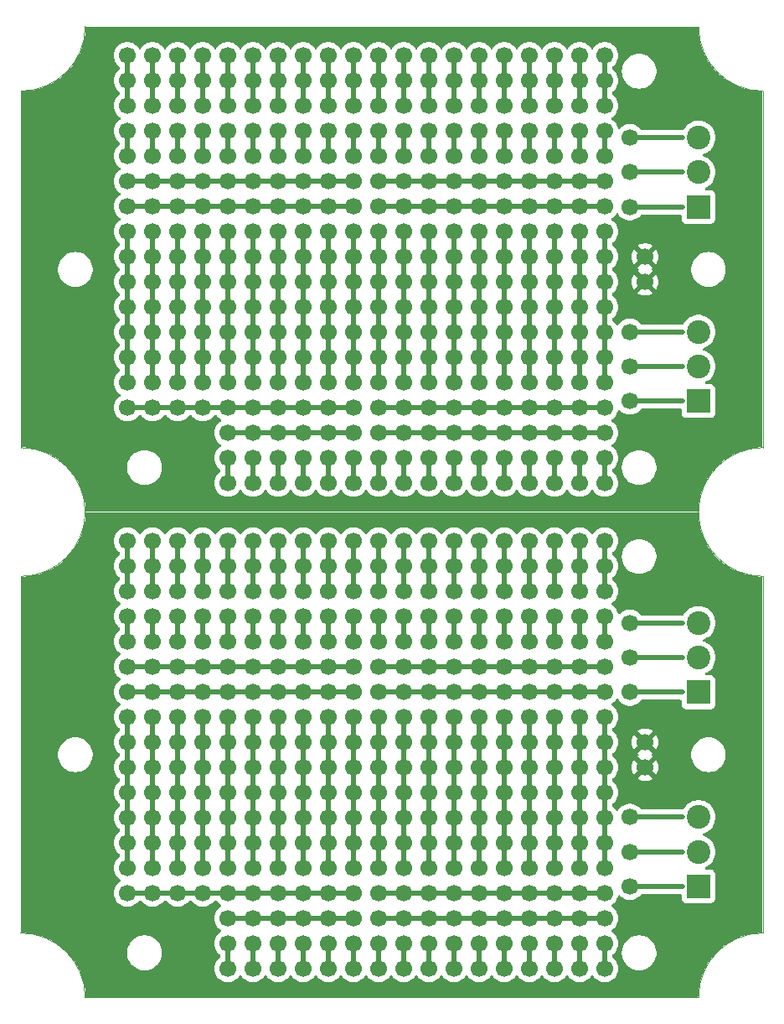
<source format=gbr>
G04 #@! TF.GenerationSoftware,KiCad,Pcbnew,7.0.11+dfsg-1build4*
G04 #@! TF.CreationDate,2025-11-24T13:09:25-05:00*
G04 #@! TF.ProjectId,,58585858-5858-4585-9858-585858585858,rev?*
G04 #@! TF.SameCoordinates,Original*
G04 #@! TF.FileFunction,Copper,L1,Top*
G04 #@! TF.FilePolarity,Positive*
%FSLAX46Y46*%
G04 Gerber Fmt 4.6, Leading zero omitted, Abs format (unit mm)*
G04 Created by KiCad (PCBNEW 7.0.11+dfsg-1build4) date 2025-11-24 13:09:25*
%MOMM*%
%LPD*%
G01*
G04 APERTURE LIST*
G04 #@! TA.AperFunction,ComponentPad*
%ADD10C,1.700000*%
G04 #@! TD*
G04 #@! TA.AperFunction,ComponentPad*
%ADD11R,2.400000X2.400000*%
G04 #@! TD*
G04 #@! TA.AperFunction,ComponentPad*
%ADD12C,2.400000*%
G04 #@! TD*
G04 #@! TA.AperFunction,Conductor*
%ADD13C,0.500000*%
G04 #@! TD*
G04 #@! TA.AperFunction,Profile*
%ADD14C,0.050000*%
G04 #@! TD*
G04 APERTURE END LIST*
D10*
X95520000Y-115040000D03*
X87900000Y-99800000D03*
X108220000Y-117580000D03*
X105680000Y-109960000D03*
X105680000Y-127740000D03*
X115840000Y-135360000D03*
X123460000Y-125200000D03*
X82820000Y-102340000D03*
X113300000Y-109960000D03*
X85360000Y-112500000D03*
X103140000Y-109960000D03*
X82820000Y-104880000D03*
X103140000Y-112500000D03*
X77740000Y-125200000D03*
X100600000Y-94720000D03*
X92980000Y-99800000D03*
X95520000Y-94720000D03*
X100600000Y-127740000D03*
X108220000Y-94720000D03*
X123460000Y-112500000D03*
X105680000Y-94720000D03*
X77740000Y-127740000D03*
X105680000Y-135360000D03*
X100600000Y-99800000D03*
X75200000Y-94720000D03*
X90440000Y-120120000D03*
X115840000Y-137900000D03*
X77740000Y-94720000D03*
X77740000Y-107420000D03*
X120920000Y-104880000D03*
X95520000Y-132820000D03*
X113300000Y-97260000D03*
X118380000Y-112500000D03*
X75200000Y-115040000D03*
X103140000Y-120120000D03*
X80280000Y-112500000D03*
X103140000Y-99800000D03*
X110760000Y-125200000D03*
X123460000Y-117580000D03*
X82820000Y-99800000D03*
X123460000Y-135360000D03*
X108220000Y-127740000D03*
X92980000Y-125200000D03*
X95520000Y-125200000D03*
X123460000Y-94720000D03*
X120920000Y-102340000D03*
X77740000Y-130280000D03*
X103140000Y-102340000D03*
X80280000Y-102340000D03*
X80280000Y-107420000D03*
X115840000Y-130280000D03*
X108220000Y-97260000D03*
X82820000Y-125200000D03*
X87900000Y-107420000D03*
X113300000Y-117580000D03*
X98060000Y-130280000D03*
X92980000Y-102340000D03*
X100600000Y-104880000D03*
X85360000Y-122660000D03*
X98060000Y-99800000D03*
X82820000Y-112500000D03*
X90440000Y-132820000D03*
X82820000Y-115040000D03*
X77740000Y-122660000D03*
X77740000Y-99800000D03*
X123460000Y-122660000D03*
X113300000Y-120120000D03*
X103140000Y-94720000D03*
X95520000Y-137900000D03*
X77740000Y-109960000D03*
X118380000Y-130280000D03*
X100600000Y-135360000D03*
X108220000Y-102340000D03*
X90440000Y-94720000D03*
X92980000Y-115040000D03*
X103140000Y-132820000D03*
X92980000Y-104880000D03*
X115840000Y-109960000D03*
X120920000Y-122660000D03*
X115840000Y-102340000D03*
X105680000Y-125200000D03*
X120920000Y-130280000D03*
X85360000Y-137900000D03*
X98060000Y-137900000D03*
X98060000Y-127740000D03*
X85360000Y-102340000D03*
X95520000Y-102340000D03*
X90440000Y-107420000D03*
X110760000Y-135360000D03*
X120920000Y-120120000D03*
X108220000Y-99800000D03*
X100600000Y-130280000D03*
X95520000Y-135360000D03*
X75200000Y-109960000D03*
X110760000Y-109960000D03*
X115840000Y-117580000D03*
X75200000Y-122660000D03*
X108220000Y-112500000D03*
X115840000Y-104880000D03*
X103140000Y-130280000D03*
X80280000Y-109960000D03*
X118380000Y-115040000D03*
X105680000Y-115040000D03*
X75200000Y-112500000D03*
X120920000Y-109960000D03*
X108220000Y-107420000D03*
X113300000Y-115040000D03*
X110760000Y-132820000D03*
X82820000Y-127740000D03*
X87900000Y-115040000D03*
X82820000Y-109960000D03*
X95520000Y-107420000D03*
X110760000Y-137900000D03*
X120920000Y-94720000D03*
X123460000Y-120120000D03*
X110760000Y-104880000D03*
X103140000Y-137900000D03*
X123460000Y-99800000D03*
X105680000Y-130280000D03*
X87900000Y-127740000D03*
X77740000Y-115040000D03*
X98060000Y-102340000D03*
X100600000Y-132820000D03*
X103140000Y-127740000D03*
X85360000Y-130280000D03*
X82820000Y-94720000D03*
X120920000Y-125200000D03*
D11*
X132940000Y-110010000D03*
D12*
X132940000Y-106510000D03*
X132940000Y-103010000D03*
D10*
X92980000Y-135360000D03*
X123460000Y-115040000D03*
X87900000Y-125200000D03*
X75200000Y-125200000D03*
X92980000Y-109960000D03*
X100600000Y-125200000D03*
X100600000Y-102340000D03*
X118380000Y-97260000D03*
X85360000Y-127740000D03*
X85360000Y-99800000D03*
X90440000Y-122660000D03*
X95520000Y-127740000D03*
X118380000Y-104880000D03*
X87900000Y-117580000D03*
X115840000Y-125200000D03*
X118380000Y-137900000D03*
X103140000Y-122660000D03*
X120920000Y-135360000D03*
X100600000Y-97260000D03*
X95520000Y-112500000D03*
X95520000Y-122660000D03*
X85360000Y-117580000D03*
X123460000Y-109960000D03*
X108220000Y-109960000D03*
X87900000Y-104880000D03*
X113300000Y-132820000D03*
X90440000Y-117580000D03*
X87900000Y-132820000D03*
X123460000Y-137900000D03*
X80280000Y-117580000D03*
X103140000Y-125200000D03*
X127540000Y-117580000D03*
X90440000Y-135360000D03*
X110760000Y-117580000D03*
X92980000Y-94720000D03*
X95520000Y-120120000D03*
X118380000Y-94720000D03*
X118380000Y-122660000D03*
X98060000Y-97260000D03*
X92980000Y-117580000D03*
X103140000Y-107420000D03*
X118380000Y-120120000D03*
X103140000Y-115040000D03*
X98060000Y-132820000D03*
X120920000Y-115040000D03*
X100600000Y-120120000D03*
X113300000Y-99800000D03*
X98060000Y-117580000D03*
X115840000Y-94720000D03*
X90440000Y-102340000D03*
X85360000Y-109960000D03*
X95520000Y-130280000D03*
X82820000Y-107420000D03*
X87900000Y-97260000D03*
X80280000Y-104880000D03*
X85360000Y-132820000D03*
X98060000Y-122660000D03*
X87900000Y-94720000D03*
X126000000Y-103010000D03*
X115840000Y-132820000D03*
X75200000Y-107420000D03*
X95520000Y-97260000D03*
X105680000Y-104880000D03*
X126000000Y-106510000D03*
X108220000Y-115040000D03*
X92980000Y-127740000D03*
X80280000Y-122660000D03*
X75200000Y-104880000D03*
X126000000Y-110010000D03*
X98060000Y-125200000D03*
X82820000Y-97260000D03*
X108220000Y-130280000D03*
X80280000Y-130280000D03*
X115840000Y-99800000D03*
X105680000Y-102340000D03*
X92980000Y-122660000D03*
X87900000Y-130280000D03*
X103140000Y-97260000D03*
X98060000Y-112500000D03*
X82820000Y-120120000D03*
X113300000Y-127740000D03*
X105680000Y-122660000D03*
X80280000Y-97260000D03*
X118380000Y-99800000D03*
X115840000Y-115040000D03*
X115840000Y-122660000D03*
X82820000Y-130280000D03*
X115840000Y-112500000D03*
X75200000Y-130280000D03*
X113300000Y-125200000D03*
X80280000Y-127740000D03*
X90440000Y-127740000D03*
X108220000Y-132820000D03*
X123460000Y-127740000D03*
X77740000Y-102340000D03*
X120920000Y-112500000D03*
X92980000Y-120120000D03*
X108220000Y-120120000D03*
X95520000Y-117580000D03*
X100600000Y-122660000D03*
D11*
X132940000Y-129610000D03*
D12*
X132940000Y-126110000D03*
X132940000Y-122610000D03*
D10*
X123460000Y-104880000D03*
X123460000Y-107420000D03*
X113300000Y-104880000D03*
X118380000Y-125200000D03*
X95520000Y-104880000D03*
X98060000Y-135360000D03*
X87900000Y-135360000D03*
X100600000Y-107420000D03*
X100600000Y-109960000D03*
X103140000Y-135360000D03*
X110760000Y-112500000D03*
X110760000Y-122660000D03*
X85360000Y-125200000D03*
X113300000Y-112500000D03*
X95520000Y-109960000D03*
X98060000Y-120120000D03*
X110760000Y-120120000D03*
X108220000Y-125200000D03*
X92980000Y-112500000D03*
X85360000Y-115040000D03*
X113300000Y-102340000D03*
X110760000Y-127740000D03*
X108220000Y-104880000D03*
X77740000Y-120120000D03*
X80280000Y-115040000D03*
X123460000Y-130280000D03*
X115840000Y-97260000D03*
X118380000Y-102340000D03*
X127540000Y-115040000D03*
X87900000Y-122660000D03*
X85360000Y-107420000D03*
X105680000Y-107420000D03*
X123460000Y-97260000D03*
X92980000Y-132820000D03*
X98060000Y-104880000D03*
X85360000Y-97260000D03*
X118380000Y-127740000D03*
X92980000Y-107420000D03*
X80280000Y-94720000D03*
X87900000Y-109960000D03*
X75200000Y-99800000D03*
X75200000Y-97260000D03*
X105680000Y-97260000D03*
X87900000Y-137900000D03*
X90440000Y-137900000D03*
X108220000Y-135360000D03*
X98060000Y-115040000D03*
X118380000Y-135360000D03*
X90440000Y-104880000D03*
X110760000Y-97260000D03*
X75200000Y-127740000D03*
X120920000Y-97260000D03*
X87900000Y-120120000D03*
X80280000Y-120120000D03*
X75200000Y-117580000D03*
X110760000Y-115040000D03*
X87900000Y-112500000D03*
X105680000Y-112500000D03*
X118380000Y-107420000D03*
X120920000Y-132820000D03*
X90440000Y-112500000D03*
X85360000Y-120120000D03*
X110760000Y-99800000D03*
X82820000Y-117580000D03*
X90440000Y-115040000D03*
X123460000Y-132820000D03*
X118380000Y-109960000D03*
X90440000Y-109960000D03*
X87900000Y-102340000D03*
X80280000Y-125200000D03*
X77740000Y-97260000D03*
X85360000Y-104880000D03*
X105680000Y-137900000D03*
X75200000Y-120120000D03*
X110760000Y-107420000D03*
X126000000Y-129610000D03*
X115840000Y-127740000D03*
X98060000Y-107420000D03*
X95520000Y-99800000D03*
X118380000Y-117580000D03*
X105680000Y-99800000D03*
X113300000Y-137900000D03*
X115840000Y-120120000D03*
X110760000Y-94720000D03*
X120920000Y-117580000D03*
X85360000Y-94720000D03*
X105680000Y-120120000D03*
X75200000Y-102340000D03*
X123460000Y-102340000D03*
X120920000Y-107420000D03*
X118380000Y-132820000D03*
X108220000Y-122660000D03*
X90440000Y-125200000D03*
X120920000Y-127740000D03*
X92980000Y-137900000D03*
X120920000Y-99800000D03*
X113300000Y-122660000D03*
X90440000Y-97260000D03*
X103140000Y-117580000D03*
X98060000Y-94720000D03*
X110760000Y-130280000D03*
X90440000Y-99800000D03*
X77740000Y-104880000D03*
X100600000Y-117580000D03*
X113300000Y-130280000D03*
X100600000Y-137900000D03*
X120920000Y-137900000D03*
X82820000Y-122660000D03*
X113300000Y-135360000D03*
X126000000Y-126110000D03*
X92980000Y-130280000D03*
X98060000Y-109960000D03*
X85360000Y-135360000D03*
X105680000Y-117580000D03*
X100600000Y-112500000D03*
X77740000Y-112500000D03*
X90440000Y-130280000D03*
X113300000Y-94720000D03*
X100600000Y-115040000D03*
X108220000Y-137900000D03*
X80280000Y-99800000D03*
X113300000Y-107420000D03*
X92980000Y-97260000D03*
X110760000Y-102340000D03*
X77740000Y-117580000D03*
X115840000Y-107420000D03*
X105680000Y-132820000D03*
X126000000Y-122610000D03*
X103140000Y-104880000D03*
X108220000Y-73660000D03*
X90440000Y-48260000D03*
X87900000Y-60960000D03*
X98060000Y-60960000D03*
X90440000Y-66040000D03*
X110760000Y-81280000D03*
X77740000Y-48260000D03*
X77740000Y-68580000D03*
X110760000Y-53340000D03*
X80280000Y-50800000D03*
X98060000Y-45720000D03*
X120920000Y-88900000D03*
X115840000Y-71120000D03*
X103140000Y-55880000D03*
X103140000Y-68580000D03*
X90440000Y-81280000D03*
X108220000Y-88900000D03*
X80280000Y-45720000D03*
X115840000Y-78740000D03*
X105680000Y-48260000D03*
X82820000Y-73660000D03*
X80280000Y-76200000D03*
X118380000Y-60960000D03*
X110760000Y-58420000D03*
X87900000Y-53340000D03*
X87900000Y-88900000D03*
X105680000Y-83820000D03*
X105680000Y-50800000D03*
X98060000Y-58420000D03*
X126000000Y-73610000D03*
X77740000Y-55880000D03*
X113300000Y-73660000D03*
X100600000Y-63500000D03*
X75200000Y-48260000D03*
X120920000Y-78740000D03*
X110760000Y-66040000D03*
X75200000Y-53340000D03*
X75200000Y-68580000D03*
X85360000Y-55880000D03*
X92980000Y-81280000D03*
X77740000Y-63500000D03*
X120920000Y-83820000D03*
X126000000Y-77110000D03*
X75200000Y-50800000D03*
X123460000Y-53340000D03*
X90440000Y-60960000D03*
X90440000Y-50800000D03*
X120920000Y-68580000D03*
X82820000Y-68580000D03*
X113300000Y-58420000D03*
X126000000Y-80610000D03*
X90440000Y-88900000D03*
X113300000Y-45720000D03*
X123460000Y-83820000D03*
X105680000Y-88900000D03*
X118380000Y-68580000D03*
X108220000Y-86360000D03*
X120920000Y-58420000D03*
X118380000Y-83820000D03*
X100600000Y-66040000D03*
X75200000Y-78740000D03*
X90440000Y-76200000D03*
X90440000Y-63500000D03*
X85360000Y-71120000D03*
X87900000Y-71120000D03*
X113300000Y-86360000D03*
X115840000Y-58420000D03*
X118380000Y-58420000D03*
X80280000Y-71120000D03*
X100600000Y-68580000D03*
X85360000Y-45720000D03*
X110760000Y-45720000D03*
X113300000Y-88900000D03*
X105680000Y-71120000D03*
X75200000Y-71120000D03*
X100600000Y-88900000D03*
X113300000Y-81280000D03*
X95520000Y-50800000D03*
X110760000Y-50800000D03*
X92980000Y-48260000D03*
X120920000Y-50800000D03*
X92980000Y-88900000D03*
X105680000Y-68580000D03*
X85360000Y-86360000D03*
X105680000Y-63500000D03*
X87900000Y-63500000D03*
X110760000Y-48260000D03*
X90440000Y-55880000D03*
X118380000Y-86360000D03*
X98060000Y-66040000D03*
X92980000Y-58420000D03*
X118380000Y-78740000D03*
X85360000Y-48260000D03*
X98060000Y-55880000D03*
X92980000Y-83820000D03*
X123460000Y-48260000D03*
X105680000Y-58420000D03*
X85360000Y-58420000D03*
X87900000Y-73660000D03*
X127540000Y-66040000D03*
X118380000Y-53340000D03*
X115840000Y-48260000D03*
X123460000Y-81280000D03*
X80280000Y-66040000D03*
X77740000Y-71120000D03*
X108220000Y-55880000D03*
X110760000Y-78740000D03*
X120920000Y-48260000D03*
X92980000Y-63500000D03*
X108220000Y-76200000D03*
X110760000Y-71120000D03*
X98060000Y-71120000D03*
X95520000Y-60960000D03*
X113300000Y-63500000D03*
X85360000Y-76200000D03*
X110760000Y-73660000D03*
X110760000Y-63500000D03*
X103140000Y-86360000D03*
X100600000Y-60960000D03*
X100600000Y-58420000D03*
X87900000Y-86360000D03*
X98060000Y-86360000D03*
X95520000Y-55880000D03*
X118380000Y-76200000D03*
X113300000Y-55880000D03*
X123460000Y-58420000D03*
X123460000Y-55880000D03*
D11*
X132940000Y-80610000D03*
D12*
X132940000Y-77110000D03*
X132940000Y-73610000D03*
D10*
X100600000Y-73660000D03*
X95520000Y-68580000D03*
X108220000Y-71120000D03*
X92980000Y-71120000D03*
X120920000Y-63500000D03*
X77740000Y-53340000D03*
X123460000Y-78740000D03*
X108220000Y-83820000D03*
X90440000Y-78740000D03*
X80280000Y-78740000D03*
X113300000Y-76200000D03*
X75200000Y-81280000D03*
X115840000Y-63500000D03*
X82820000Y-81280000D03*
X115840000Y-73660000D03*
X115840000Y-66040000D03*
X118380000Y-50800000D03*
X80280000Y-48260000D03*
X105680000Y-73660000D03*
X113300000Y-78740000D03*
X82820000Y-71120000D03*
X98060000Y-63500000D03*
X103140000Y-48260000D03*
X87900000Y-81280000D03*
X92980000Y-73660000D03*
X105680000Y-53340000D03*
X115840000Y-50800000D03*
X80280000Y-81280000D03*
X108220000Y-81280000D03*
X82820000Y-48260000D03*
X98060000Y-76200000D03*
X126000000Y-61010000D03*
X75200000Y-55880000D03*
X80280000Y-73660000D03*
X92980000Y-78740000D03*
X108220000Y-66040000D03*
X126000000Y-57510000D03*
X105680000Y-55880000D03*
X95520000Y-48260000D03*
X75200000Y-58420000D03*
X115840000Y-83820000D03*
X126000000Y-54010000D03*
X87900000Y-45720000D03*
X98060000Y-73660000D03*
X85360000Y-83820000D03*
X80280000Y-55880000D03*
X87900000Y-48260000D03*
X82820000Y-58420000D03*
X95520000Y-81280000D03*
X85360000Y-60960000D03*
X90440000Y-53340000D03*
X115840000Y-45720000D03*
X98060000Y-68580000D03*
X113300000Y-50800000D03*
X100600000Y-71120000D03*
X120920000Y-66040000D03*
X98060000Y-83820000D03*
X103140000Y-66040000D03*
X118380000Y-71120000D03*
X103140000Y-58420000D03*
X92980000Y-68580000D03*
X98060000Y-48260000D03*
X118380000Y-73660000D03*
X118380000Y-45720000D03*
X95520000Y-71120000D03*
X92980000Y-45720000D03*
X110760000Y-68580000D03*
X90440000Y-86360000D03*
X127540000Y-68580000D03*
X103140000Y-76200000D03*
X80280000Y-68580000D03*
X123460000Y-88900000D03*
X87900000Y-83820000D03*
X90440000Y-68580000D03*
X113300000Y-83820000D03*
X87900000Y-55880000D03*
X108220000Y-60960000D03*
X123460000Y-60960000D03*
X85360000Y-68580000D03*
X95520000Y-73660000D03*
X95520000Y-63500000D03*
X100600000Y-48260000D03*
X120920000Y-86360000D03*
X103140000Y-73660000D03*
X118380000Y-88900000D03*
X115840000Y-76200000D03*
X87900000Y-68580000D03*
X118380000Y-55880000D03*
X95520000Y-78740000D03*
X90440000Y-73660000D03*
X85360000Y-50800000D03*
X85360000Y-78740000D03*
X118380000Y-48260000D03*
X100600000Y-53340000D03*
X113300000Y-53340000D03*
X85360000Y-66040000D03*
X100600000Y-76200000D03*
X92980000Y-60960000D03*
X75200000Y-76200000D03*
X87900000Y-76200000D03*
X123460000Y-66040000D03*
X92980000Y-86360000D03*
D11*
X132940000Y-61010000D03*
D12*
X132940000Y-57510000D03*
X132940000Y-54010000D03*
D10*
X120920000Y-76200000D03*
X82820000Y-45720000D03*
X85360000Y-81280000D03*
X103140000Y-78740000D03*
X100600000Y-83820000D03*
X98060000Y-53340000D03*
X77740000Y-66040000D03*
X87900000Y-78740000D03*
X105680000Y-81280000D03*
X123460000Y-50800000D03*
X103140000Y-88900000D03*
X110760000Y-55880000D03*
X123460000Y-71120000D03*
X120920000Y-45720000D03*
X110760000Y-88900000D03*
X95520000Y-58420000D03*
X82820000Y-60960000D03*
X87900000Y-66040000D03*
X82820000Y-78740000D03*
X110760000Y-83820000D03*
X113300000Y-66040000D03*
X108220000Y-58420000D03*
X120920000Y-60960000D03*
X75200000Y-63500000D03*
X105680000Y-66040000D03*
X118380000Y-66040000D03*
X80280000Y-60960000D03*
X103140000Y-81280000D03*
X115840000Y-55880000D03*
X108220000Y-63500000D03*
X75200000Y-73660000D03*
X115840000Y-68580000D03*
X110760000Y-60960000D03*
X75200000Y-60960000D03*
X95520000Y-86360000D03*
X100600000Y-81280000D03*
X108220000Y-50800000D03*
X120920000Y-71120000D03*
X110760000Y-86360000D03*
X90440000Y-58420000D03*
X95520000Y-53340000D03*
X85360000Y-53340000D03*
X98060000Y-78740000D03*
X98060000Y-88900000D03*
X85360000Y-88900000D03*
X120920000Y-81280000D03*
X105680000Y-76200000D03*
X115840000Y-53340000D03*
X120920000Y-73660000D03*
X115840000Y-60960000D03*
X92980000Y-55880000D03*
X103140000Y-83820000D03*
X92980000Y-66040000D03*
X90440000Y-45720000D03*
X108220000Y-53340000D03*
X100600000Y-86360000D03*
X118380000Y-81280000D03*
X77740000Y-60960000D03*
X95520000Y-88900000D03*
X103140000Y-45720000D03*
X113300000Y-71120000D03*
X123460000Y-73660000D03*
X77740000Y-50800000D03*
X77740000Y-73660000D03*
X82820000Y-66040000D03*
X90440000Y-83820000D03*
X82820000Y-63500000D03*
X98060000Y-50800000D03*
X85360000Y-73660000D03*
X100600000Y-55880000D03*
X92980000Y-53340000D03*
X98060000Y-81280000D03*
X113300000Y-68580000D03*
X87900000Y-58420000D03*
X82820000Y-76200000D03*
X108220000Y-48260000D03*
X115840000Y-81280000D03*
X80280000Y-58420000D03*
X80280000Y-53340000D03*
X103140000Y-53340000D03*
X77740000Y-81280000D03*
X120920000Y-53340000D03*
X123460000Y-45720000D03*
X95520000Y-76200000D03*
X92980000Y-76200000D03*
X108220000Y-78740000D03*
X123460000Y-86360000D03*
X82820000Y-50800000D03*
X123460000Y-68580000D03*
X110760000Y-76200000D03*
X103140000Y-50800000D03*
X80280000Y-63500000D03*
X103140000Y-71120000D03*
X75200000Y-66040000D03*
X118380000Y-63500000D03*
X113300000Y-48260000D03*
X95520000Y-83820000D03*
X120920000Y-55880000D03*
X77740000Y-58420000D03*
X77740000Y-45720000D03*
X115840000Y-88900000D03*
X90440000Y-71120000D03*
X75200000Y-45720000D03*
X100600000Y-50800000D03*
X105680000Y-86360000D03*
X77740000Y-78740000D03*
X105680000Y-45720000D03*
X123460000Y-63500000D03*
X108220000Y-45720000D03*
X100600000Y-78740000D03*
X95520000Y-45720000D03*
X92980000Y-50800000D03*
X100600000Y-45720000D03*
X77740000Y-76200000D03*
X103140000Y-63500000D03*
X82820000Y-55880000D03*
X103140000Y-60960000D03*
X85360000Y-63500000D03*
X113300000Y-60960000D03*
X82820000Y-53340000D03*
X123460000Y-76200000D03*
X115840000Y-86360000D03*
X105680000Y-78740000D03*
X105680000Y-60960000D03*
X108220000Y-68580000D03*
X87900000Y-50800000D03*
X95520000Y-66040000D03*
D13*
X77740000Y-97260000D02*
X77740000Y-99800000D01*
X95520000Y-130280000D02*
X98060000Y-130280000D01*
X85360000Y-109960000D02*
X87900000Y-109960000D01*
X115840000Y-109960000D02*
X118380000Y-109960000D01*
X98060000Y-117580000D02*
X98060000Y-120120000D01*
X118380000Y-107420000D02*
X120920000Y-107420000D01*
X87900000Y-115040000D02*
X87900000Y-117580000D01*
X110760000Y-130280000D02*
X113300000Y-130280000D01*
X82820000Y-97260000D02*
X82820000Y-99800000D01*
X108220000Y-109960000D02*
X110760000Y-109960000D01*
X85360000Y-94720000D02*
X85360000Y-97260000D01*
X100600000Y-120120000D02*
X100600000Y-122660000D01*
X120920000Y-112500000D02*
X120920000Y-115040000D01*
X108220000Y-130280000D02*
X110760000Y-130280000D01*
X100600000Y-130280000D02*
X103140000Y-130280000D01*
X90440000Y-94720000D02*
X90440000Y-97260000D01*
X90440000Y-125200000D02*
X90440000Y-127740000D01*
X105680000Y-125200000D02*
X105680000Y-127740000D01*
X98060000Y-115040000D02*
X98060000Y-117580000D01*
X108220000Y-122660000D02*
X108220000Y-125200000D01*
X123460000Y-120120000D02*
X123460000Y-122660000D01*
X120920000Y-102340000D02*
X120920000Y-104880000D01*
X98060000Y-122660000D02*
X98060000Y-125200000D01*
X115840000Y-122660000D02*
X115840000Y-125200000D01*
X103140000Y-94720000D02*
X103140000Y-97260000D01*
X103140000Y-130280000D02*
X105680000Y-130280000D01*
X110760000Y-102340000D02*
X110760000Y-104880000D01*
X77740000Y-130280000D02*
X80280000Y-130280000D01*
X115840000Y-132820000D02*
X118380000Y-132820000D01*
X120920000Y-97260000D02*
X120920000Y-99800000D01*
X100600000Y-122660000D02*
X100600000Y-125200000D01*
X90440000Y-109960000D02*
X92980000Y-109960000D01*
X113300000Y-102340000D02*
X113300000Y-104880000D01*
X90440000Y-102340000D02*
X90440000Y-104880000D01*
X90440000Y-135360000D02*
X90440000Y-137900000D01*
X100600000Y-94720000D02*
X100600000Y-97260000D01*
X103140000Y-115040000D02*
X103140000Y-117580000D01*
X80280000Y-97260000D02*
X80280000Y-99800000D01*
X92980000Y-120120000D02*
X92980000Y-122660000D01*
X85360000Y-125200000D02*
X85360000Y-127740000D01*
X95520000Y-117580000D02*
X95520000Y-120120000D01*
X126000000Y-126110000D02*
X131290000Y-126110000D01*
X90440000Y-97260000D02*
X90440000Y-99800000D01*
X113300000Y-132820000D02*
X115840000Y-132820000D01*
X80280000Y-107420000D02*
X82820000Y-107420000D01*
X82820000Y-122660000D02*
X82820000Y-125200000D01*
X110760000Y-122660000D02*
X110760000Y-125200000D01*
X77740000Y-125200000D02*
X77740000Y-127740000D01*
X105680000Y-132820000D02*
X108220000Y-132820000D01*
X113300000Y-109960000D02*
X115840000Y-109960000D01*
X95520000Y-109960000D02*
X98060000Y-109960000D01*
X98060000Y-125200000D02*
X98060000Y-127740000D01*
X77740000Y-112500000D02*
X77740000Y-115040000D01*
X110760000Y-132820000D02*
X113300000Y-132820000D01*
X100600000Y-102340000D02*
X100600000Y-104880000D01*
X75200000Y-117580000D02*
X75200000Y-120120000D01*
X103140000Y-120120000D02*
X103140000Y-122660000D01*
X92980000Y-102340000D02*
X92980000Y-104880000D01*
X126000000Y-129610000D02*
X131290000Y-129610000D01*
X95520000Y-97260000D02*
X95520000Y-99800000D01*
X82820000Y-117580000D02*
X82820000Y-120120000D01*
X118380000Y-117580000D02*
X118380000Y-120120000D01*
X120920000Y-132820000D02*
X123460000Y-132820000D01*
X110760000Y-115040000D02*
X110760000Y-117580000D01*
X95520000Y-102340000D02*
X95520000Y-104880000D01*
X95520000Y-112500000D02*
X95520000Y-115040000D01*
X90440000Y-107420000D02*
X92980000Y-107420000D01*
X75200000Y-120120000D02*
X75200000Y-122660000D01*
X87900000Y-122660000D02*
X87900000Y-125200000D01*
X103140000Y-122660000D02*
X103140000Y-125200000D01*
X110760000Y-97260000D02*
X110760000Y-99800000D01*
X118380000Y-125200000D02*
X118380000Y-127740000D01*
X100600000Y-135360000D02*
X100600000Y-137900000D01*
X90440000Y-117580000D02*
X90440000Y-120120000D01*
X87900000Y-109960000D02*
X90440000Y-109960000D01*
X95520000Y-125200000D02*
X95520000Y-127740000D01*
X95520000Y-94720000D02*
X95520000Y-97260000D01*
X118380000Y-109960000D02*
X120920000Y-109960000D01*
X113300000Y-135360000D02*
X113300000Y-137900000D01*
X110760000Y-125200000D02*
X110760000Y-127740000D01*
X100600000Y-97260000D02*
X100600000Y-99800000D01*
X98060000Y-102340000D02*
X98060000Y-104880000D01*
X118380000Y-112500000D02*
X118380000Y-115040000D01*
X82820000Y-109960000D02*
X85360000Y-109960000D01*
X82820000Y-130280000D02*
X85360000Y-130280000D01*
X115840000Y-97260000D02*
X115840000Y-99800000D01*
X87900000Y-97260000D02*
X87900000Y-99800000D01*
X103140000Y-132820000D02*
X105680000Y-132820000D01*
X113300000Y-115040000D02*
X113300000Y-117580000D01*
X95520000Y-122660000D02*
X95520000Y-125200000D01*
X108220000Y-102340000D02*
X108220000Y-104880000D01*
X95520000Y-132820000D02*
X98060000Y-132820000D01*
X77740000Y-117580000D02*
X77740000Y-120120000D01*
X113300000Y-120120000D02*
X113300000Y-122660000D01*
X120920000Y-122660000D02*
X120920000Y-125200000D01*
X87900000Y-135360000D02*
X87900000Y-137900000D01*
X118380000Y-97260000D02*
X118380000Y-99800000D01*
X87900000Y-117580000D02*
X87900000Y-120120000D01*
X92980000Y-135360000D02*
X92980000Y-137900000D01*
X85360000Y-117580000D02*
X85360000Y-120120000D01*
X75200000Y-112500000D02*
X75200000Y-115040000D01*
X90440000Y-115040000D02*
X90440000Y-117580000D01*
X77740000Y-107420000D02*
X80280000Y-107420000D01*
X103140000Y-97260000D02*
X103140000Y-99800000D01*
X92980000Y-107420000D02*
X95520000Y-107420000D01*
X75200000Y-109960000D02*
X77740000Y-109960000D01*
X100600000Y-107420000D02*
X103140000Y-107420000D01*
X103140000Y-112500000D02*
X103140000Y-115040000D01*
X80280000Y-115040000D02*
X80280000Y-117580000D01*
X123460000Y-135360000D02*
X123460000Y-137900000D01*
X105680000Y-107420000D02*
X108220000Y-107420000D01*
X126000000Y-106510000D02*
X131290000Y-106510000D01*
X120920000Y-109960000D02*
X123460000Y-109960000D01*
X126000000Y-103010000D02*
X131290000Y-103010000D01*
X105680000Y-135360000D02*
X105680000Y-137900000D01*
X85360000Y-135360000D02*
X85360000Y-137900000D01*
X75200000Y-102340000D02*
X75200000Y-104880000D01*
X77740000Y-115040000D02*
X77740000Y-117580000D01*
X108220000Y-120120000D02*
X108220000Y-122660000D01*
X85360000Y-120120000D02*
X85360000Y-122660000D01*
X82820000Y-94720000D02*
X82820000Y-97260000D01*
X105680000Y-130280000D02*
X108220000Y-130280000D01*
X113300000Y-122660000D02*
X113300000Y-125200000D01*
X105680000Y-122660000D02*
X105680000Y-125200000D01*
X103140000Y-135360000D02*
X103140000Y-137900000D01*
X90440000Y-130280000D02*
X92980000Y-130280000D01*
X120920000Y-125200000D02*
X120920000Y-127740000D01*
X103140000Y-125200000D02*
X103140000Y-127740000D01*
X103140000Y-109960000D02*
X105680000Y-109960000D01*
X115840000Y-120120000D02*
X115840000Y-122660000D01*
X115840000Y-94720000D02*
X115840000Y-97260000D01*
X120920000Y-120120000D02*
X120920000Y-122660000D01*
X120920000Y-130280000D02*
X123460000Y-130280000D01*
X118380000Y-94720000D02*
X118380000Y-97260000D01*
X85360000Y-115040000D02*
X85360000Y-117580000D01*
X75200000Y-115040000D02*
X75200000Y-117580000D01*
X75200000Y-107420000D02*
X77740000Y-107420000D01*
X110760000Y-109960000D02*
X113300000Y-109960000D01*
X92980000Y-125200000D02*
X92980000Y-127740000D01*
X82820000Y-115040000D02*
X82820000Y-117580000D01*
X75200000Y-94720000D02*
X75200000Y-97260000D01*
X80280000Y-112500000D02*
X80280000Y-115040000D01*
X80280000Y-102340000D02*
X80280000Y-104880000D01*
X95520000Y-120120000D02*
X95520000Y-122660000D01*
X95520000Y-107420000D02*
X98060000Y-107420000D01*
X82820000Y-125200000D02*
X82820000Y-127740000D01*
X77740000Y-94720000D02*
X77740000Y-97260000D01*
X103140000Y-107420000D02*
X105680000Y-107420000D01*
X85360000Y-102340000D02*
X85360000Y-104880000D01*
X123460000Y-97260000D02*
X123460000Y-99800000D01*
X115840000Y-125200000D02*
X115840000Y-127740000D01*
X87900000Y-94720000D02*
X87900000Y-97260000D01*
X92980000Y-130280000D02*
X95520000Y-130280000D01*
X123460000Y-125200000D02*
X123460000Y-127740000D01*
X113300000Y-97260000D02*
X113300000Y-99800000D01*
X118380000Y-120120000D02*
X118380000Y-122660000D01*
X123460000Y-94720000D02*
X123460000Y-97260000D01*
X82820000Y-107420000D02*
X85360000Y-107420000D01*
X85360000Y-97260000D02*
X85360000Y-99800000D01*
X87900000Y-112500000D02*
X87900000Y-115040000D01*
X113300000Y-94720000D02*
X113300000Y-97260000D01*
X87900000Y-102340000D02*
X87900000Y-104880000D01*
X110760000Y-107420000D02*
X113300000Y-107420000D01*
X105680000Y-117580000D02*
X105680000Y-120120000D01*
X118380000Y-132820000D02*
X120920000Y-132820000D01*
X113300000Y-130280000D02*
X115840000Y-130280000D01*
X108220000Y-112500000D02*
X108220000Y-115040000D01*
X108220000Y-94720000D02*
X108220000Y-97260000D01*
X118380000Y-102340000D02*
X118380000Y-104880000D01*
X85360000Y-122660000D02*
X85360000Y-125200000D01*
X90440000Y-120120000D02*
X90440000Y-122660000D01*
X115840000Y-117580000D02*
X115840000Y-120120000D01*
X123460000Y-112500000D02*
X123460000Y-115040000D01*
X105680000Y-115040000D02*
X105680000Y-117580000D01*
X95520000Y-135360000D02*
X95520000Y-137900000D01*
X90440000Y-122660000D02*
X90440000Y-125200000D01*
X108220000Y-125200000D02*
X108220000Y-127740000D01*
X105680000Y-94720000D02*
X105680000Y-97260000D01*
X80280000Y-120120000D02*
X80280000Y-122660000D01*
X123460000Y-122660000D02*
X123460000Y-125200000D01*
X98060000Y-120120000D02*
X98060000Y-122660000D01*
X77740000Y-120120000D02*
X77740000Y-122660000D01*
X92980000Y-117580000D02*
X92980000Y-120120000D01*
X115840000Y-115040000D02*
X115840000Y-117580000D01*
X80280000Y-109960000D02*
X82820000Y-109960000D01*
X92980000Y-94720000D02*
X92980000Y-97260000D01*
X90440000Y-132820000D02*
X92980000Y-132820000D01*
X115840000Y-102340000D02*
X115840000Y-104880000D01*
X75200000Y-122660000D02*
X75200000Y-125200000D01*
X82820000Y-102340000D02*
X82820000Y-104880000D01*
X110760000Y-120120000D02*
X110760000Y-122660000D01*
X120920000Y-115040000D02*
X120920000Y-117580000D01*
X98060000Y-112500000D02*
X98060000Y-115040000D01*
X92980000Y-97260000D02*
X92980000Y-99800000D01*
X108220000Y-97260000D02*
X108220000Y-99800000D01*
X100600000Y-112500000D02*
X100600000Y-115040000D01*
X100600000Y-115040000D02*
X100600000Y-117580000D01*
X110760000Y-112500000D02*
X110760000Y-115040000D01*
X105680000Y-112500000D02*
X105680000Y-115040000D01*
X87900000Y-120120000D02*
X87900000Y-122660000D01*
X113300000Y-125200000D02*
X113300000Y-127740000D01*
X85360000Y-130280000D02*
X87900000Y-130280000D01*
X118380000Y-122660000D02*
X118380000Y-125200000D01*
X77740000Y-122660000D02*
X77740000Y-125200000D01*
X87900000Y-132820000D02*
X90440000Y-132820000D01*
X75200000Y-125200000D02*
X75200000Y-127740000D01*
X100600000Y-125200000D02*
X100600000Y-127740000D01*
X105680000Y-97260000D02*
X105680000Y-99800000D01*
X110760000Y-94720000D02*
X110760000Y-97260000D01*
X108220000Y-117580000D02*
X108220000Y-120120000D01*
X75200000Y-97260000D02*
X75200000Y-99800000D01*
X120920000Y-94720000D02*
X120920000Y-97260000D01*
X77740000Y-102340000D02*
X77740000Y-104880000D01*
X92980000Y-122660000D02*
X92980000Y-125200000D01*
X92980000Y-115040000D02*
X92980000Y-117580000D01*
X105680000Y-120120000D02*
X105680000Y-122660000D01*
X120920000Y-117580000D02*
X120920000Y-120120000D01*
X80280000Y-122660000D02*
X80280000Y-125200000D01*
X82820000Y-112500000D02*
X82820000Y-115040000D01*
X100600000Y-109960000D02*
X103140000Y-109960000D01*
X115840000Y-112500000D02*
X115840000Y-115040000D01*
X123460000Y-115040000D02*
X123460000Y-117580000D01*
X82820000Y-120120000D02*
X82820000Y-122660000D01*
X126000000Y-110010000D02*
X131290000Y-110010000D01*
X92980000Y-109960000D02*
X95520000Y-109960000D01*
X118380000Y-115040000D02*
X118380000Y-117580000D01*
X115840000Y-135360000D02*
X115840000Y-137900000D01*
X100600000Y-132820000D02*
X103140000Y-132820000D01*
X120920000Y-107420000D02*
X123460000Y-107420000D01*
X98060000Y-135360000D02*
X98060000Y-137900000D01*
X75200000Y-130280000D02*
X77740000Y-130280000D01*
X108220000Y-107420000D02*
X110760000Y-107420000D01*
X80280000Y-117580000D02*
X80280000Y-120120000D01*
X108220000Y-115040000D02*
X108220000Y-117580000D01*
X85360000Y-107420000D02*
X87900000Y-107420000D01*
X87900000Y-107420000D02*
X90440000Y-107420000D01*
X113300000Y-107420000D02*
X115840000Y-107420000D01*
X105680000Y-109960000D02*
X108220000Y-109960000D01*
X123460000Y-102340000D02*
X123460000Y-104880000D01*
X103140000Y-102340000D02*
X103140000Y-104880000D01*
X110760000Y-117580000D02*
X110760000Y-120120000D01*
X118380000Y-130280000D02*
X120920000Y-130280000D01*
X110760000Y-135360000D02*
X110760000Y-137900000D01*
X98060000Y-97260000D02*
X98060000Y-99800000D01*
X115840000Y-107420000D02*
X118380000Y-107420000D01*
X85360000Y-132820000D02*
X87900000Y-132820000D01*
X113300000Y-112500000D02*
X113300000Y-115040000D01*
X85360000Y-112500000D02*
X85360000Y-115040000D01*
X120920000Y-135360000D02*
X120920000Y-137900000D01*
X80280000Y-94720000D02*
X80280000Y-97260000D01*
X108220000Y-132820000D02*
X110760000Y-132820000D01*
X105680000Y-102340000D02*
X105680000Y-104880000D01*
X123460000Y-117580000D02*
X123460000Y-120120000D01*
X126000000Y-122610000D02*
X131290000Y-122610000D01*
X80280000Y-125200000D02*
X80280000Y-127740000D01*
X103140000Y-117580000D02*
X103140000Y-120120000D01*
X113300000Y-117580000D02*
X113300000Y-120120000D01*
X92980000Y-112500000D02*
X92980000Y-115040000D01*
X87900000Y-130280000D02*
X90440000Y-130280000D01*
X87900000Y-125200000D02*
X87900000Y-127740000D01*
X92980000Y-132820000D02*
X95520000Y-132820000D01*
X100600000Y-117580000D02*
X100600000Y-120120000D01*
X90440000Y-112500000D02*
X90440000Y-115040000D01*
X118380000Y-135360000D02*
X118380000Y-137900000D01*
X80280000Y-130280000D02*
X82820000Y-130280000D01*
X108220000Y-135360000D02*
X108220000Y-137900000D01*
X95520000Y-115040000D02*
X95520000Y-117580000D01*
X98060000Y-94720000D02*
X98060000Y-97260000D01*
X77740000Y-109960000D02*
X80280000Y-109960000D01*
X115840000Y-130280000D02*
X118380000Y-130280000D01*
X115840000Y-81280000D02*
X118380000Y-81280000D01*
X85360000Y-63500000D02*
X85360000Y-66040000D01*
X113300000Y-63500000D02*
X113300000Y-66040000D01*
X85360000Y-83820000D02*
X87900000Y-83820000D01*
X115840000Y-58420000D02*
X118380000Y-58420000D01*
X98060000Y-48260000D02*
X98060000Y-50800000D01*
X110760000Y-86360000D02*
X110760000Y-88900000D01*
X118380000Y-81280000D02*
X120920000Y-81280000D01*
X110760000Y-68580000D02*
X110760000Y-71120000D01*
X103140000Y-53340000D02*
X103140000Y-55880000D01*
X123460000Y-53340000D02*
X123460000Y-55880000D01*
X105680000Y-60960000D02*
X108220000Y-60960000D01*
X113300000Y-58420000D02*
X115840000Y-58420000D01*
X87900000Y-58420000D02*
X90440000Y-58420000D01*
X85360000Y-58420000D02*
X87900000Y-58420000D01*
X108220000Y-66040000D02*
X108220000Y-68580000D01*
X80280000Y-68580000D02*
X80280000Y-71120000D01*
X108220000Y-58420000D02*
X110760000Y-58420000D01*
X75200000Y-81280000D02*
X77740000Y-81280000D01*
X98060000Y-86360000D02*
X98060000Y-88900000D01*
X120920000Y-58420000D02*
X123460000Y-58420000D01*
X100600000Y-83820000D02*
X103140000Y-83820000D01*
X115840000Y-86360000D02*
X115840000Y-88900000D01*
X118380000Y-66040000D02*
X118380000Y-68580000D01*
X92980000Y-60960000D02*
X95520000Y-60960000D01*
X126000000Y-61010000D02*
X131290000Y-61010000D01*
X82820000Y-71120000D02*
X82820000Y-73660000D01*
X123460000Y-66040000D02*
X123460000Y-68580000D01*
X115840000Y-63500000D02*
X115840000Y-66040000D01*
X100600000Y-60960000D02*
X103140000Y-60960000D01*
X82820000Y-63500000D02*
X82820000Y-66040000D01*
X80280000Y-73660000D02*
X80280000Y-76200000D01*
X120920000Y-68580000D02*
X120920000Y-71120000D01*
X105680000Y-71120000D02*
X105680000Y-73660000D01*
X92980000Y-66040000D02*
X92980000Y-68580000D01*
X92980000Y-73660000D02*
X92980000Y-76200000D01*
X77740000Y-53340000D02*
X77740000Y-55880000D01*
X120920000Y-45720000D02*
X120920000Y-48260000D01*
X75200000Y-48260000D02*
X75200000Y-50800000D01*
X108220000Y-68580000D02*
X108220000Y-71120000D01*
X110760000Y-45720000D02*
X110760000Y-48260000D01*
X105680000Y-48260000D02*
X105680000Y-50800000D01*
X100600000Y-76200000D02*
X100600000Y-78740000D01*
X75200000Y-76200000D02*
X75200000Y-78740000D01*
X87900000Y-83820000D02*
X90440000Y-83820000D01*
X77740000Y-73660000D02*
X77740000Y-76200000D01*
X118380000Y-73660000D02*
X118380000Y-76200000D01*
X85360000Y-81280000D02*
X87900000Y-81280000D01*
X113300000Y-76200000D02*
X113300000Y-78740000D01*
X87900000Y-71120000D02*
X87900000Y-73660000D01*
X105680000Y-63500000D02*
X105680000Y-66040000D01*
X110760000Y-63500000D02*
X110760000Y-66040000D01*
X100600000Y-66040000D02*
X100600000Y-68580000D01*
X100600000Y-63500000D02*
X100600000Y-66040000D01*
X108220000Y-48260000D02*
X108220000Y-50800000D01*
X92980000Y-48260000D02*
X92980000Y-50800000D01*
X98060000Y-63500000D02*
X98060000Y-66040000D01*
X120920000Y-66040000D02*
X120920000Y-68580000D01*
X110760000Y-71120000D02*
X110760000Y-73660000D01*
X82820000Y-53340000D02*
X82820000Y-55880000D01*
X75200000Y-73660000D02*
X75200000Y-76200000D01*
X115840000Y-53340000D02*
X115840000Y-55880000D01*
X90440000Y-83820000D02*
X92980000Y-83820000D01*
X92980000Y-45720000D02*
X92980000Y-48260000D01*
X80280000Y-60960000D02*
X82820000Y-60960000D01*
X115840000Y-66040000D02*
X115840000Y-68580000D01*
X92980000Y-68580000D02*
X92980000Y-71120000D01*
X77740000Y-71120000D02*
X77740000Y-73660000D01*
X98060000Y-71120000D02*
X98060000Y-73660000D01*
X123460000Y-73660000D02*
X123460000Y-76200000D01*
X80280000Y-71120000D02*
X80280000Y-73660000D01*
X105680000Y-45720000D02*
X105680000Y-48260000D01*
X108220000Y-76200000D02*
X108220000Y-78740000D01*
X90440000Y-73660000D02*
X90440000Y-76200000D01*
X95520000Y-86360000D02*
X95520000Y-88900000D01*
X105680000Y-66040000D02*
X105680000Y-68580000D01*
X123460000Y-63500000D02*
X123460000Y-66040000D01*
X115840000Y-68580000D02*
X115840000Y-71120000D01*
X90440000Y-71120000D02*
X90440000Y-73660000D01*
X85360000Y-73660000D02*
X85360000Y-76200000D01*
X118380000Y-53340000D02*
X118380000Y-55880000D01*
X108220000Y-45720000D02*
X108220000Y-48260000D01*
X108220000Y-63500000D02*
X108220000Y-66040000D01*
X113300000Y-81280000D02*
X115840000Y-81280000D01*
X118380000Y-83820000D02*
X120920000Y-83820000D01*
X105680000Y-68580000D02*
X105680000Y-71120000D01*
X110760000Y-58420000D02*
X113300000Y-58420000D01*
X87900000Y-53340000D02*
X87900000Y-55880000D01*
X113300000Y-45720000D02*
X113300000Y-48260000D01*
X87900000Y-63500000D02*
X87900000Y-66040000D01*
X85360000Y-48260000D02*
X85360000Y-50800000D01*
X82820000Y-58420000D02*
X85360000Y-58420000D01*
X123460000Y-45720000D02*
X123460000Y-48260000D01*
X118380000Y-71120000D02*
X118380000Y-73660000D01*
X113300000Y-48260000D02*
X113300000Y-50800000D01*
X123460000Y-76200000D02*
X123460000Y-78740000D01*
X92980000Y-81280000D02*
X95520000Y-81280000D01*
X87900000Y-45720000D02*
X87900000Y-48260000D01*
X115840000Y-76200000D02*
X115840000Y-78740000D01*
X123460000Y-48260000D02*
X123460000Y-50800000D01*
X85360000Y-53340000D02*
X85360000Y-55880000D01*
X103140000Y-58420000D02*
X105680000Y-58420000D01*
X77740000Y-45720000D02*
X77740000Y-48260000D01*
X82820000Y-76200000D02*
X82820000Y-78740000D01*
X95520000Y-58420000D02*
X98060000Y-58420000D01*
X95520000Y-71120000D02*
X95520000Y-73660000D01*
X80280000Y-53340000D02*
X80280000Y-55880000D01*
X80280000Y-63500000D02*
X80280000Y-66040000D01*
X77740000Y-60960000D02*
X80280000Y-60960000D01*
X98060000Y-45720000D02*
X98060000Y-48260000D01*
X95520000Y-66040000D02*
X95520000Y-68580000D01*
X108220000Y-86360000D02*
X108220000Y-88900000D01*
X80280000Y-81280000D02*
X82820000Y-81280000D01*
X118380000Y-86360000D02*
X118380000Y-88900000D01*
X90440000Y-63500000D02*
X90440000Y-66040000D01*
X100600000Y-68580000D02*
X100600000Y-71120000D01*
X92980000Y-83820000D02*
X95520000Y-83820000D01*
X87900000Y-76200000D02*
X87900000Y-78740000D01*
X87900000Y-81280000D02*
X90440000Y-81280000D01*
X92980000Y-63500000D02*
X92980000Y-66040000D01*
X113300000Y-68580000D02*
X113300000Y-71120000D01*
X103140000Y-68580000D02*
X103140000Y-71120000D01*
X80280000Y-76200000D02*
X80280000Y-78740000D01*
X126000000Y-73610000D02*
X131290000Y-73610000D01*
X123460000Y-68580000D02*
X123460000Y-71120000D01*
X105680000Y-53340000D02*
X105680000Y-55880000D01*
X108220000Y-83820000D02*
X110760000Y-83820000D01*
X80280000Y-45720000D02*
X80280000Y-48260000D01*
X120920000Y-86360000D02*
X120920000Y-88900000D01*
X75200000Y-45720000D02*
X75200000Y-48260000D01*
X82820000Y-66040000D02*
X82820000Y-68580000D01*
X92980000Y-76200000D02*
X92980000Y-78740000D01*
X110760000Y-60960000D02*
X113300000Y-60960000D01*
X75200000Y-58420000D02*
X77740000Y-58420000D01*
X75200000Y-66040000D02*
X75200000Y-68580000D01*
X85360000Y-66040000D02*
X85360000Y-68580000D01*
X118380000Y-45720000D02*
X118380000Y-48260000D01*
X120920000Y-81280000D02*
X123460000Y-81280000D01*
X120920000Y-71120000D02*
X120920000Y-73660000D01*
X115840000Y-45720000D02*
X115840000Y-48260000D01*
X115840000Y-71120000D02*
X115840000Y-73660000D01*
X103140000Y-60960000D02*
X105680000Y-60960000D01*
X103140000Y-76200000D02*
X103140000Y-78740000D01*
X120920000Y-76200000D02*
X120920000Y-78740000D01*
X90440000Y-81280000D02*
X92980000Y-81280000D01*
X103140000Y-86360000D02*
X103140000Y-88900000D01*
X105680000Y-73660000D02*
X105680000Y-76200000D01*
X113300000Y-73660000D02*
X113300000Y-76200000D01*
X105680000Y-81280000D02*
X108220000Y-81280000D01*
X82820000Y-45720000D02*
X82820000Y-48260000D01*
X85360000Y-71120000D02*
X85360000Y-73660000D01*
X108220000Y-71120000D02*
X108220000Y-73660000D01*
X77740000Y-66040000D02*
X77740000Y-68580000D01*
X75200000Y-53340000D02*
X75200000Y-55880000D01*
X85360000Y-86360000D02*
X85360000Y-88900000D01*
X105680000Y-86360000D02*
X105680000Y-88900000D01*
X126000000Y-54010000D02*
X131290000Y-54010000D01*
X120920000Y-60960000D02*
X123460000Y-60960000D01*
X126000000Y-57510000D02*
X131290000Y-57510000D01*
X105680000Y-58420000D02*
X108220000Y-58420000D01*
X123460000Y-86360000D02*
X123460000Y-88900000D01*
X80280000Y-66040000D02*
X80280000Y-68580000D01*
X103140000Y-63500000D02*
X103140000Y-66040000D01*
X100600000Y-58420000D02*
X103140000Y-58420000D01*
X75200000Y-60960000D02*
X77740000Y-60960000D01*
X92980000Y-58420000D02*
X95520000Y-58420000D01*
X103140000Y-48260000D02*
X103140000Y-50800000D01*
X77740000Y-58420000D02*
X80280000Y-58420000D01*
X90440000Y-66040000D02*
X90440000Y-68580000D01*
X75200000Y-63500000D02*
X75200000Y-66040000D01*
X85360000Y-68580000D02*
X85360000Y-71120000D01*
X92980000Y-86360000D02*
X92980000Y-88900000D01*
X87900000Y-68580000D02*
X87900000Y-71120000D01*
X118380000Y-48260000D02*
X118380000Y-50800000D01*
X87900000Y-86360000D02*
X87900000Y-88900000D01*
X120920000Y-73660000D02*
X120920000Y-76200000D01*
X113300000Y-71120000D02*
X113300000Y-73660000D01*
X77740000Y-68580000D02*
X77740000Y-71120000D01*
X95520000Y-83820000D02*
X98060000Y-83820000D01*
X108220000Y-53340000D02*
X108220000Y-55880000D01*
X95520000Y-73660000D02*
X95520000Y-76200000D01*
X113300000Y-66040000D02*
X113300000Y-68580000D01*
X103140000Y-83820000D02*
X105680000Y-83820000D01*
X87900000Y-48260000D02*
X87900000Y-50800000D01*
X115840000Y-48260000D02*
X115840000Y-50800000D01*
X82820000Y-81280000D02*
X85360000Y-81280000D01*
X82820000Y-60960000D02*
X85360000Y-60960000D01*
X118380000Y-63500000D02*
X118380000Y-66040000D01*
X98060000Y-53340000D02*
X98060000Y-55880000D01*
X100600000Y-48260000D02*
X100600000Y-50800000D01*
X110760000Y-76200000D02*
X110760000Y-78740000D01*
X113300000Y-86360000D02*
X113300000Y-88900000D01*
X118380000Y-60960000D02*
X120920000Y-60960000D01*
X95520000Y-45720000D02*
X95520000Y-48260000D01*
X95520000Y-76200000D02*
X95520000Y-78740000D01*
X87900000Y-60960000D02*
X90440000Y-60960000D01*
X90440000Y-68580000D02*
X90440000Y-71120000D01*
X100600000Y-86360000D02*
X100600000Y-88900000D01*
X118380000Y-76200000D02*
X118380000Y-78740000D01*
X110760000Y-48260000D02*
X110760000Y-50800000D01*
X103140000Y-73660000D02*
X103140000Y-76200000D01*
X87900000Y-73660000D02*
X87900000Y-76200000D01*
X75200000Y-71120000D02*
X75200000Y-73660000D01*
X90440000Y-58420000D02*
X92980000Y-58420000D01*
X95520000Y-63500000D02*
X95520000Y-66040000D01*
X95520000Y-53340000D02*
X95520000Y-55880000D01*
X110760000Y-66040000D02*
X110760000Y-68580000D01*
X120920000Y-83820000D02*
X123460000Y-83820000D01*
X118380000Y-68580000D02*
X118380000Y-71120000D01*
X82820000Y-68580000D02*
X82820000Y-71120000D01*
X95520000Y-48260000D02*
X95520000Y-50800000D01*
X126000000Y-80610000D02*
X131290000Y-80610000D01*
X92980000Y-53340000D02*
X92980000Y-55880000D01*
X103140000Y-71120000D02*
X103140000Y-73660000D01*
X75200000Y-68580000D02*
X75200000Y-71120000D01*
X100600000Y-53340000D02*
X100600000Y-55880000D01*
X110760000Y-83820000D02*
X113300000Y-83820000D01*
X77740000Y-63500000D02*
X77740000Y-66040000D01*
X98060000Y-76200000D02*
X98060000Y-78740000D01*
X95520000Y-60960000D02*
X98060000Y-60960000D01*
X113300000Y-60960000D02*
X115840000Y-60960000D01*
X105680000Y-83820000D02*
X108220000Y-83820000D01*
X77740000Y-76200000D02*
X77740000Y-78740000D01*
X110760000Y-73660000D02*
X110760000Y-76200000D01*
X82820000Y-73660000D02*
X82820000Y-76200000D01*
X80280000Y-58420000D02*
X82820000Y-58420000D01*
X113300000Y-83820000D02*
X115840000Y-83820000D01*
X90440000Y-48260000D02*
X90440000Y-50800000D01*
X126000000Y-77110000D02*
X131290000Y-77110000D01*
X95520000Y-68580000D02*
X95520000Y-71120000D01*
X85360000Y-76200000D02*
X85360000Y-78740000D01*
X92980000Y-71120000D02*
X92980000Y-73660000D01*
X80280000Y-48260000D02*
X80280000Y-50800000D01*
X103140000Y-66040000D02*
X103140000Y-68580000D01*
X100600000Y-45720000D02*
X100600000Y-48260000D01*
X90440000Y-86360000D02*
X90440000Y-88900000D01*
X90440000Y-53340000D02*
X90440000Y-55880000D01*
X113300000Y-53340000D02*
X113300000Y-55880000D01*
X90440000Y-60960000D02*
X92980000Y-60960000D01*
X100600000Y-73660000D02*
X100600000Y-76200000D01*
X120920000Y-48260000D02*
X120920000Y-50800000D01*
X115840000Y-83820000D02*
X118380000Y-83820000D01*
X77740000Y-81280000D02*
X80280000Y-81280000D01*
X110760000Y-53340000D02*
X110760000Y-55880000D01*
X103140000Y-81280000D02*
X105680000Y-81280000D01*
X103140000Y-45720000D02*
X103140000Y-48260000D01*
X115840000Y-73660000D02*
X115840000Y-76200000D01*
X98060000Y-73660000D02*
X98060000Y-76200000D01*
X120920000Y-53340000D02*
X120920000Y-55880000D01*
X123460000Y-71120000D02*
X123460000Y-73660000D01*
X108220000Y-73660000D02*
X108220000Y-76200000D01*
X98060000Y-66040000D02*
X98060000Y-68580000D01*
X105680000Y-76200000D02*
X105680000Y-78740000D01*
X90440000Y-76200000D02*
X90440000Y-78740000D01*
X90440000Y-45720000D02*
X90440000Y-48260000D01*
X100600000Y-81280000D02*
X103140000Y-81280000D01*
X108220000Y-81280000D02*
X110760000Y-81280000D01*
X120920000Y-63500000D02*
X120920000Y-66040000D01*
X100600000Y-71120000D02*
X100600000Y-73660000D01*
X85360000Y-45720000D02*
X85360000Y-48260000D01*
X108220000Y-60960000D02*
X110760000Y-60960000D01*
X82820000Y-48260000D02*
X82820000Y-50800000D01*
X110760000Y-81280000D02*
X113300000Y-81280000D01*
X87900000Y-66040000D02*
X87900000Y-68580000D01*
X118380000Y-58420000D02*
X120920000Y-58420000D01*
X98060000Y-68580000D02*
X98060000Y-71120000D01*
X115840000Y-60960000D02*
X118380000Y-60960000D01*
X85360000Y-60960000D02*
X87900000Y-60960000D01*
X95520000Y-81280000D02*
X98060000Y-81280000D01*
X77740000Y-48260000D02*
X77740000Y-50800000D01*
G04 #@! TA.AperFunction,Conductor*
G36*
X132856621Y-42855502D02*
G01*
X132903114Y-42909158D01*
X132914500Y-42961500D01*
X132914500Y-43054165D01*
X132950993Y-43541130D01*
X132950993Y-43541131D01*
X132950994Y-43541135D01*
X133023776Y-44024015D01*
X133023779Y-44024026D01*
X133132438Y-44500094D01*
X133132444Y-44500117D01*
X133276376Y-44966735D01*
X133454785Y-45421314D01*
X133454800Y-45421347D01*
X133666662Y-45861283D01*
X133666665Y-45861290D01*
X133910835Y-46284206D01*
X134172969Y-46668685D01*
X134185923Y-46687685D01*
X134490395Y-47069480D01*
X134822546Y-47427454D01*
X135180520Y-47759605D01*
X135562315Y-48064077D01*
X135562332Y-48064089D01*
X135562334Y-48064090D01*
X135965793Y-48339164D01*
X135965795Y-48339165D01*
X136388705Y-48583332D01*
X136828679Y-48795212D01*
X137252008Y-48961356D01*
X137283264Y-48973623D01*
X137749882Y-49117555D01*
X137749895Y-49117559D01*
X138225985Y-49226224D01*
X138708865Y-49299006D01*
X139195833Y-49335500D01*
X139288500Y-49335500D01*
X139356621Y-49355502D01*
X139403114Y-49409158D01*
X139414500Y-49461500D01*
X139414500Y-85158500D01*
X139394498Y-85226621D01*
X139340842Y-85273114D01*
X139288500Y-85284500D01*
X139195833Y-85284500D01*
X139148755Y-85288028D01*
X138708869Y-85320993D01*
X138708868Y-85320993D01*
X138444334Y-85360865D01*
X138225985Y-85393776D01*
X138098973Y-85422765D01*
X137749905Y-85502438D01*
X137749882Y-85502444D01*
X137283264Y-85646376D01*
X136828685Y-85824785D01*
X136828652Y-85824800D01*
X136388716Y-86036662D01*
X136388709Y-86036665D01*
X135965793Y-86280835D01*
X135562334Y-86555909D01*
X135562316Y-86555922D01*
X135562315Y-86555923D01*
X135180520Y-86860395D01*
X134822546Y-87192546D01*
X134490395Y-87550520D01*
X134332049Y-87749079D01*
X134185922Y-87932316D01*
X134185909Y-87932334D01*
X133910835Y-88335793D01*
X133666665Y-88758709D01*
X133666662Y-88758716D01*
X133454800Y-89198652D01*
X133454785Y-89198685D01*
X133276376Y-89653264D01*
X133132444Y-90119882D01*
X133132438Y-90119905D01*
X133100805Y-90258500D01*
X133023776Y-90595985D01*
X133023776Y-90595988D01*
X132950993Y-91078868D01*
X132950993Y-91078869D01*
X132914500Y-91565834D01*
X132914500Y-91658500D01*
X132894498Y-91726621D01*
X132840842Y-91773114D01*
X132788500Y-91784500D01*
X71091500Y-91784500D01*
X71023379Y-91764498D01*
X70976886Y-91710842D01*
X70965500Y-91658500D01*
X70965500Y-91565834D01*
X70965500Y-91565833D01*
X70929006Y-91078865D01*
X70856224Y-90595985D01*
X70747559Y-90119895D01*
X70747555Y-90119882D01*
X70603623Y-89653264D01*
X70573169Y-89575669D01*
X70425212Y-89198679D01*
X70213332Y-88758705D01*
X69969165Y-88335795D01*
X69911495Y-88251209D01*
X69694090Y-87932334D01*
X69694089Y-87932332D01*
X69694077Y-87932315D01*
X69389605Y-87550520D01*
X69288154Y-87441182D01*
X75189500Y-87441182D01*
X75205981Y-87550522D01*
X75228604Y-87700619D01*
X75305933Y-87951314D01*
X75305938Y-87951327D01*
X75419773Y-88187706D01*
X75419777Y-88187713D01*
X75567562Y-88404472D01*
X75567567Y-88404479D01*
X75746019Y-88596805D01*
X75951143Y-88760386D01*
X75951146Y-88760388D01*
X76178352Y-88891566D01*
X76178356Y-88891567D01*
X76178357Y-88891568D01*
X76422584Y-88987420D01*
X76678370Y-89045802D01*
X76874506Y-89060500D01*
X76874507Y-89060500D01*
X77005493Y-89060500D01*
X77005494Y-89060500D01*
X77201630Y-89045802D01*
X77457416Y-88987420D01*
X77701643Y-88891568D01*
X77701645Y-88891566D01*
X77701647Y-88891566D01*
X77815250Y-88825977D01*
X77928857Y-88760386D01*
X78133981Y-88596805D01*
X78312433Y-88404479D01*
X78460228Y-88187704D01*
X78574063Y-87951323D01*
X78574066Y-87951314D01*
X78651395Y-87700619D01*
X78674019Y-87550522D01*
X78690500Y-87441182D01*
X78690500Y-87178818D01*
X78651396Y-86919385D01*
X78651395Y-86919383D01*
X78651395Y-86919380D01*
X78574066Y-86668685D01*
X78574061Y-86668672D01*
X78519757Y-86555909D01*
X78460228Y-86432296D01*
X78460226Y-86432293D01*
X78460222Y-86432286D01*
X78312437Y-86215527D01*
X78312433Y-86215521D01*
X78133981Y-86023195D01*
X77928857Y-85859614D01*
X77928852Y-85859611D01*
X77928853Y-85859611D01*
X77701647Y-85728433D01*
X77701639Y-85728430D01*
X77457419Y-85632581D01*
X77457417Y-85632580D01*
X77201633Y-85574198D01*
X77054528Y-85563174D01*
X77005494Y-85559500D01*
X76874506Y-85559500D01*
X76835278Y-85562439D01*
X76678366Y-85574198D01*
X76422582Y-85632580D01*
X76422580Y-85632581D01*
X76178360Y-85728430D01*
X76178352Y-85728433D01*
X75951146Y-85859611D01*
X75746018Y-86023195D01*
X75567566Y-86215522D01*
X75567562Y-86215527D01*
X75419777Y-86432286D01*
X75419773Y-86432293D01*
X75305938Y-86668672D01*
X75305933Y-86668685D01*
X75228604Y-86919380D01*
X75211077Y-87035669D01*
X75189500Y-87178818D01*
X75189500Y-87441182D01*
X69288154Y-87441182D01*
X69057454Y-87192546D01*
X68699480Y-86860395D01*
X68317685Y-86555923D01*
X68317674Y-86555915D01*
X68317665Y-86555909D01*
X67914206Y-86280835D01*
X67491290Y-86036665D01*
X67491283Y-86036662D01*
X67051347Y-85824800D01*
X67051314Y-85824785D01*
X66596735Y-85646376D01*
X66130117Y-85502444D01*
X66130094Y-85502438D01*
X65892060Y-85448108D01*
X65654015Y-85393776D01*
X65362883Y-85349895D01*
X65171131Y-85320993D01*
X64731244Y-85288028D01*
X64684167Y-85284500D01*
X64684166Y-85284500D01*
X64591500Y-85284500D01*
X64523379Y-85264498D01*
X64476886Y-85210842D01*
X64465500Y-85158500D01*
X64465500Y-81280000D01*
X73836844Y-81280000D01*
X73854886Y-81497732D01*
X73855437Y-81504375D01*
X73910702Y-81722612D01*
X73910703Y-81722613D01*
X73910704Y-81722616D01*
X73996935Y-81919204D01*
X74001141Y-81928793D01*
X74124275Y-82117265D01*
X74124279Y-82117270D01*
X74276762Y-82282908D01*
X74314124Y-82311988D01*
X74454424Y-82421189D01*
X74652426Y-82528342D01*
X74652427Y-82528342D01*
X74652428Y-82528343D01*
X74740320Y-82558516D01*
X74865365Y-82601444D01*
X75087431Y-82638500D01*
X75087435Y-82638500D01*
X75312565Y-82638500D01*
X75312569Y-82638500D01*
X75534635Y-82601444D01*
X75747574Y-82528342D01*
X75945576Y-82421189D01*
X76123240Y-82282906D01*
X76275722Y-82117268D01*
X76289890Y-82095583D01*
X76343895Y-82049495D01*
X76395372Y-82038500D01*
X76544628Y-82038500D01*
X76612749Y-82058502D01*
X76650110Y-82095583D01*
X76664278Y-82117268D01*
X76715824Y-82173261D01*
X76816762Y-82282908D01*
X76854124Y-82311988D01*
X76994424Y-82421189D01*
X77192426Y-82528342D01*
X77192427Y-82528342D01*
X77192428Y-82528343D01*
X77280320Y-82558516D01*
X77405365Y-82601444D01*
X77627431Y-82638500D01*
X77627435Y-82638500D01*
X77852565Y-82638500D01*
X77852569Y-82638500D01*
X78074635Y-82601444D01*
X78287574Y-82528342D01*
X78485576Y-82421189D01*
X78663240Y-82282906D01*
X78815722Y-82117268D01*
X78829890Y-82095583D01*
X78883895Y-82049495D01*
X78935372Y-82038500D01*
X79084628Y-82038500D01*
X79152749Y-82058502D01*
X79190110Y-82095583D01*
X79204278Y-82117268D01*
X79255824Y-82173261D01*
X79356762Y-82282908D01*
X79394124Y-82311988D01*
X79534424Y-82421189D01*
X79732426Y-82528342D01*
X79732427Y-82528342D01*
X79732428Y-82528343D01*
X79820320Y-82558516D01*
X79945365Y-82601444D01*
X80167431Y-82638500D01*
X80167435Y-82638500D01*
X80392565Y-82638500D01*
X80392569Y-82638500D01*
X80614635Y-82601444D01*
X80827574Y-82528342D01*
X81025576Y-82421189D01*
X81203240Y-82282906D01*
X81355722Y-82117268D01*
X81369890Y-82095583D01*
X81423895Y-82049495D01*
X81475372Y-82038500D01*
X81624628Y-82038500D01*
X81692749Y-82058502D01*
X81730110Y-82095583D01*
X81744278Y-82117268D01*
X81795824Y-82173261D01*
X81896762Y-82282908D01*
X81934124Y-82311988D01*
X82074424Y-82421189D01*
X82272426Y-82528342D01*
X82272427Y-82528342D01*
X82272428Y-82528343D01*
X82360320Y-82558516D01*
X82485365Y-82601444D01*
X82707431Y-82638500D01*
X82707435Y-82638500D01*
X82932565Y-82638500D01*
X82932569Y-82638500D01*
X83154635Y-82601444D01*
X83367574Y-82528342D01*
X83565576Y-82421189D01*
X83743240Y-82282906D01*
X83895722Y-82117268D01*
X83909890Y-82095583D01*
X83963895Y-82049495D01*
X84015372Y-82038500D01*
X84164628Y-82038500D01*
X84232749Y-82058502D01*
X84270110Y-82095583D01*
X84284278Y-82117268D01*
X84335824Y-82173261D01*
X84436762Y-82282908D01*
X84474124Y-82311988D01*
X84614424Y-82421189D01*
X84647680Y-82439186D01*
X84698071Y-82489200D01*
X84713423Y-82558516D01*
X84688862Y-82625129D01*
X84647680Y-82660813D01*
X84614426Y-82678810D01*
X84614424Y-82678811D01*
X84436762Y-82817091D01*
X84284279Y-82982729D01*
X84284275Y-82982734D01*
X84161141Y-83171206D01*
X84070703Y-83377386D01*
X84070702Y-83377387D01*
X84015437Y-83595624D01*
X83996844Y-83820000D01*
X84015437Y-84044375D01*
X84070702Y-84262612D01*
X84070703Y-84262613D01*
X84161141Y-84468793D01*
X84284275Y-84657265D01*
X84284279Y-84657270D01*
X84436762Y-84822908D01*
X84491331Y-84865381D01*
X84614424Y-84961189D01*
X84647680Y-84979186D01*
X84698071Y-85029200D01*
X84713423Y-85098516D01*
X84688862Y-85165129D01*
X84647680Y-85200813D01*
X84614426Y-85218810D01*
X84614424Y-85218811D01*
X84436762Y-85357091D01*
X84284279Y-85522729D01*
X84284275Y-85522734D01*
X84161141Y-85711206D01*
X84070703Y-85917386D01*
X84070702Y-85917387D01*
X84015437Y-86135624D01*
X84015436Y-86135630D01*
X84015436Y-86135632D01*
X83996844Y-86360000D01*
X84002834Y-86432293D01*
X84015437Y-86584375D01*
X84070702Y-86802612D01*
X84070703Y-86802613D01*
X84161141Y-87008793D01*
X84284275Y-87197265D01*
X84284279Y-87197270D01*
X84357082Y-87276353D01*
X84436760Y-87362906D01*
X84552892Y-87453296D01*
X84594362Y-87510919D01*
X84601500Y-87552726D01*
X84601500Y-87707273D01*
X84581498Y-87775394D01*
X84552891Y-87806704D01*
X84436765Y-87897089D01*
X84436760Y-87897094D01*
X84284279Y-88062729D01*
X84284275Y-88062734D01*
X84161141Y-88251206D01*
X84070703Y-88457386D01*
X84070702Y-88457387D01*
X84015437Y-88675624D01*
X84015436Y-88675630D01*
X84015436Y-88675632D01*
X83996844Y-88900000D01*
X84005198Y-89000820D01*
X84015437Y-89124375D01*
X84070702Y-89342612D01*
X84070703Y-89342613D01*
X84161141Y-89548793D01*
X84284275Y-89737265D01*
X84284279Y-89737270D01*
X84436762Y-89902908D01*
X84491331Y-89945381D01*
X84614424Y-90041189D01*
X84812426Y-90148342D01*
X84812427Y-90148342D01*
X84812428Y-90148343D01*
X84924227Y-90186723D01*
X85025365Y-90221444D01*
X85247431Y-90258500D01*
X85247435Y-90258500D01*
X85472565Y-90258500D01*
X85472569Y-90258500D01*
X85694635Y-90221444D01*
X85907574Y-90148342D01*
X86105576Y-90041189D01*
X86283240Y-89902906D01*
X86435722Y-89737268D01*
X86524518Y-89601354D01*
X86578520Y-89555268D01*
X86648868Y-89545692D01*
X86713225Y-89575669D01*
X86735480Y-89601353D01*
X86768607Y-89652058D01*
X86824275Y-89737265D01*
X86824279Y-89737270D01*
X86976762Y-89902908D01*
X87031331Y-89945381D01*
X87154424Y-90041189D01*
X87352426Y-90148342D01*
X87352427Y-90148342D01*
X87352428Y-90148343D01*
X87464227Y-90186723D01*
X87565365Y-90221444D01*
X87787431Y-90258500D01*
X87787435Y-90258500D01*
X88012565Y-90258500D01*
X88012569Y-90258500D01*
X88234635Y-90221444D01*
X88447574Y-90148342D01*
X88645576Y-90041189D01*
X88823240Y-89902906D01*
X88975722Y-89737268D01*
X89064518Y-89601354D01*
X89118520Y-89555268D01*
X89188868Y-89545692D01*
X89253225Y-89575669D01*
X89275480Y-89601353D01*
X89308607Y-89652058D01*
X89364275Y-89737265D01*
X89364279Y-89737270D01*
X89516762Y-89902908D01*
X89571331Y-89945381D01*
X89694424Y-90041189D01*
X89892426Y-90148342D01*
X89892427Y-90148342D01*
X89892428Y-90148343D01*
X90004227Y-90186723D01*
X90105365Y-90221444D01*
X90327431Y-90258500D01*
X90327435Y-90258500D01*
X90552565Y-90258500D01*
X90552569Y-90258500D01*
X90774635Y-90221444D01*
X90987574Y-90148342D01*
X91185576Y-90041189D01*
X91363240Y-89902906D01*
X91515722Y-89737268D01*
X91604518Y-89601354D01*
X91658520Y-89555268D01*
X91728868Y-89545692D01*
X91793225Y-89575669D01*
X91815480Y-89601353D01*
X91848607Y-89652058D01*
X91904275Y-89737265D01*
X91904279Y-89737270D01*
X92056762Y-89902908D01*
X92111331Y-89945381D01*
X92234424Y-90041189D01*
X92432426Y-90148342D01*
X92432427Y-90148342D01*
X92432428Y-90148343D01*
X92544227Y-90186723D01*
X92645365Y-90221444D01*
X92867431Y-90258500D01*
X92867435Y-90258500D01*
X93092565Y-90258500D01*
X93092569Y-90258500D01*
X93314635Y-90221444D01*
X93527574Y-90148342D01*
X93725576Y-90041189D01*
X93903240Y-89902906D01*
X94055722Y-89737268D01*
X94144518Y-89601354D01*
X94198520Y-89555268D01*
X94268868Y-89545692D01*
X94333225Y-89575669D01*
X94355480Y-89601353D01*
X94388607Y-89652058D01*
X94444275Y-89737265D01*
X94444279Y-89737270D01*
X94596762Y-89902908D01*
X94651331Y-89945381D01*
X94774424Y-90041189D01*
X94972426Y-90148342D01*
X94972427Y-90148342D01*
X94972428Y-90148343D01*
X95084227Y-90186723D01*
X95185365Y-90221444D01*
X95407431Y-90258500D01*
X95407435Y-90258500D01*
X95632565Y-90258500D01*
X95632569Y-90258500D01*
X95854635Y-90221444D01*
X96067574Y-90148342D01*
X96265576Y-90041189D01*
X96443240Y-89902906D01*
X96595722Y-89737268D01*
X96684518Y-89601354D01*
X96738520Y-89555268D01*
X96808868Y-89545692D01*
X96873225Y-89575669D01*
X96895480Y-89601353D01*
X96928607Y-89652058D01*
X96984275Y-89737265D01*
X96984279Y-89737270D01*
X97136762Y-89902908D01*
X97191331Y-89945381D01*
X97314424Y-90041189D01*
X97512426Y-90148342D01*
X97512427Y-90148342D01*
X97512428Y-90148343D01*
X97624227Y-90186723D01*
X97725365Y-90221444D01*
X97947431Y-90258500D01*
X97947435Y-90258500D01*
X98172565Y-90258500D01*
X98172569Y-90258500D01*
X98394635Y-90221444D01*
X98607574Y-90148342D01*
X98805576Y-90041189D01*
X98983240Y-89902906D01*
X99135722Y-89737268D01*
X99224518Y-89601354D01*
X99278520Y-89555268D01*
X99348868Y-89545692D01*
X99413225Y-89575669D01*
X99435480Y-89601353D01*
X99468607Y-89652058D01*
X99524275Y-89737265D01*
X99524279Y-89737270D01*
X99676762Y-89902908D01*
X99731331Y-89945381D01*
X99854424Y-90041189D01*
X100052426Y-90148342D01*
X100052427Y-90148342D01*
X100052428Y-90148343D01*
X100164227Y-90186723D01*
X100265365Y-90221444D01*
X100487431Y-90258500D01*
X100487435Y-90258500D01*
X100712565Y-90258500D01*
X100712569Y-90258500D01*
X100934635Y-90221444D01*
X101147574Y-90148342D01*
X101345576Y-90041189D01*
X101523240Y-89902906D01*
X101675722Y-89737268D01*
X101764518Y-89601354D01*
X101818520Y-89555268D01*
X101888868Y-89545692D01*
X101953225Y-89575669D01*
X101975480Y-89601353D01*
X102008607Y-89652058D01*
X102064275Y-89737265D01*
X102064279Y-89737270D01*
X102216762Y-89902908D01*
X102271331Y-89945381D01*
X102394424Y-90041189D01*
X102592426Y-90148342D01*
X102592427Y-90148342D01*
X102592428Y-90148343D01*
X102704227Y-90186723D01*
X102805365Y-90221444D01*
X103027431Y-90258500D01*
X103027435Y-90258500D01*
X103252565Y-90258500D01*
X103252569Y-90258500D01*
X103474635Y-90221444D01*
X103687574Y-90148342D01*
X103885576Y-90041189D01*
X104063240Y-89902906D01*
X104215722Y-89737268D01*
X104304518Y-89601354D01*
X104358520Y-89555268D01*
X104428868Y-89545692D01*
X104493225Y-89575669D01*
X104515480Y-89601353D01*
X104548607Y-89652058D01*
X104604275Y-89737265D01*
X104604279Y-89737270D01*
X104756762Y-89902908D01*
X104811331Y-89945381D01*
X104934424Y-90041189D01*
X105132426Y-90148342D01*
X105132427Y-90148342D01*
X105132428Y-90148343D01*
X105244227Y-90186723D01*
X105345365Y-90221444D01*
X105567431Y-90258500D01*
X105567435Y-90258500D01*
X105792565Y-90258500D01*
X105792569Y-90258500D01*
X106014635Y-90221444D01*
X106227574Y-90148342D01*
X106425576Y-90041189D01*
X106603240Y-89902906D01*
X106755722Y-89737268D01*
X106844518Y-89601354D01*
X106898520Y-89555268D01*
X106968868Y-89545692D01*
X107033225Y-89575669D01*
X107055480Y-89601353D01*
X107088607Y-89652058D01*
X107144275Y-89737265D01*
X107144279Y-89737270D01*
X107296762Y-89902908D01*
X107351331Y-89945381D01*
X107474424Y-90041189D01*
X107672426Y-90148342D01*
X107672427Y-90148342D01*
X107672428Y-90148343D01*
X107784227Y-90186723D01*
X107885365Y-90221444D01*
X108107431Y-90258500D01*
X108107435Y-90258500D01*
X108332565Y-90258500D01*
X108332569Y-90258500D01*
X108554635Y-90221444D01*
X108767574Y-90148342D01*
X108965576Y-90041189D01*
X109143240Y-89902906D01*
X109295722Y-89737268D01*
X109384518Y-89601354D01*
X109438520Y-89555268D01*
X109508868Y-89545692D01*
X109573225Y-89575669D01*
X109595480Y-89601353D01*
X109628607Y-89652058D01*
X109684275Y-89737265D01*
X109684279Y-89737270D01*
X109836762Y-89902908D01*
X109891331Y-89945381D01*
X110014424Y-90041189D01*
X110212426Y-90148342D01*
X110212427Y-90148342D01*
X110212428Y-90148343D01*
X110324227Y-90186723D01*
X110425365Y-90221444D01*
X110647431Y-90258500D01*
X110647435Y-90258500D01*
X110872565Y-90258500D01*
X110872569Y-90258500D01*
X111094635Y-90221444D01*
X111307574Y-90148342D01*
X111505576Y-90041189D01*
X111683240Y-89902906D01*
X111835722Y-89737268D01*
X111924518Y-89601354D01*
X111978520Y-89555268D01*
X112048868Y-89545692D01*
X112113225Y-89575669D01*
X112135480Y-89601353D01*
X112168607Y-89652058D01*
X112224275Y-89737265D01*
X112224279Y-89737270D01*
X112376762Y-89902908D01*
X112431331Y-89945381D01*
X112554424Y-90041189D01*
X112752426Y-90148342D01*
X112752427Y-90148342D01*
X112752428Y-90148343D01*
X112864227Y-90186723D01*
X112965365Y-90221444D01*
X113187431Y-90258500D01*
X113187435Y-90258500D01*
X113412565Y-90258500D01*
X113412569Y-90258500D01*
X113634635Y-90221444D01*
X113847574Y-90148342D01*
X114045576Y-90041189D01*
X114223240Y-89902906D01*
X114375722Y-89737268D01*
X114464518Y-89601354D01*
X114518520Y-89555268D01*
X114588868Y-89545692D01*
X114653225Y-89575669D01*
X114675480Y-89601353D01*
X114708607Y-89652058D01*
X114764275Y-89737265D01*
X114764279Y-89737270D01*
X114916762Y-89902908D01*
X114971331Y-89945381D01*
X115094424Y-90041189D01*
X115292426Y-90148342D01*
X115292427Y-90148342D01*
X115292428Y-90148343D01*
X115404227Y-90186723D01*
X115505365Y-90221444D01*
X115727431Y-90258500D01*
X115727435Y-90258500D01*
X115952565Y-90258500D01*
X115952569Y-90258500D01*
X116174635Y-90221444D01*
X116387574Y-90148342D01*
X116585576Y-90041189D01*
X116763240Y-89902906D01*
X116915722Y-89737268D01*
X117004518Y-89601354D01*
X117058520Y-89555268D01*
X117128868Y-89545692D01*
X117193225Y-89575669D01*
X117215480Y-89601353D01*
X117248607Y-89652058D01*
X117304275Y-89737265D01*
X117304279Y-89737270D01*
X117456762Y-89902908D01*
X117511331Y-89945381D01*
X117634424Y-90041189D01*
X117832426Y-90148342D01*
X117832427Y-90148342D01*
X117832428Y-90148343D01*
X117944227Y-90186723D01*
X118045365Y-90221444D01*
X118267431Y-90258500D01*
X118267435Y-90258500D01*
X118492565Y-90258500D01*
X118492569Y-90258500D01*
X118714635Y-90221444D01*
X118927574Y-90148342D01*
X119125576Y-90041189D01*
X119303240Y-89902906D01*
X119455722Y-89737268D01*
X119544518Y-89601354D01*
X119598520Y-89555268D01*
X119668868Y-89545692D01*
X119733225Y-89575669D01*
X119755480Y-89601353D01*
X119788607Y-89652058D01*
X119844275Y-89737265D01*
X119844279Y-89737270D01*
X119996762Y-89902908D01*
X120051331Y-89945381D01*
X120174424Y-90041189D01*
X120372426Y-90148342D01*
X120372427Y-90148342D01*
X120372428Y-90148343D01*
X120484227Y-90186723D01*
X120585365Y-90221444D01*
X120807431Y-90258500D01*
X120807435Y-90258500D01*
X121032565Y-90258500D01*
X121032569Y-90258500D01*
X121254635Y-90221444D01*
X121467574Y-90148342D01*
X121665576Y-90041189D01*
X121843240Y-89902906D01*
X121995722Y-89737268D01*
X122084518Y-89601354D01*
X122138520Y-89555268D01*
X122208868Y-89545692D01*
X122273225Y-89575669D01*
X122295480Y-89601353D01*
X122328607Y-89652058D01*
X122384275Y-89737265D01*
X122384279Y-89737270D01*
X122536762Y-89902908D01*
X122591331Y-89945381D01*
X122714424Y-90041189D01*
X122912426Y-90148342D01*
X122912427Y-90148342D01*
X122912428Y-90148343D01*
X123024227Y-90186723D01*
X123125365Y-90221444D01*
X123347431Y-90258500D01*
X123347435Y-90258500D01*
X123572565Y-90258500D01*
X123572569Y-90258500D01*
X123794635Y-90221444D01*
X124007574Y-90148342D01*
X124205576Y-90041189D01*
X124383240Y-89902906D01*
X124535722Y-89737268D01*
X124658860Y-89548791D01*
X124749296Y-89342616D01*
X124804564Y-89124368D01*
X124823156Y-88900000D01*
X124804564Y-88675632D01*
X124749296Y-88457384D01*
X124658860Y-88251209D01*
X124652140Y-88240924D01*
X124535724Y-88062734D01*
X124535720Y-88062729D01*
X124433165Y-87951327D01*
X124383240Y-87897094D01*
X124383234Y-87897089D01*
X124267109Y-87806704D01*
X124225638Y-87749079D01*
X124218500Y-87707273D01*
X124218500Y-87552726D01*
X124238502Y-87484605D01*
X124267106Y-87453297D01*
X124282671Y-87441182D01*
X125189500Y-87441182D01*
X125205981Y-87550522D01*
X125228604Y-87700619D01*
X125305933Y-87951314D01*
X125305938Y-87951327D01*
X125419773Y-88187706D01*
X125419777Y-88187713D01*
X125567562Y-88404472D01*
X125567567Y-88404479D01*
X125746019Y-88596805D01*
X125951143Y-88760386D01*
X125951146Y-88760388D01*
X126178352Y-88891566D01*
X126178356Y-88891567D01*
X126178357Y-88891568D01*
X126422584Y-88987420D01*
X126678370Y-89045802D01*
X126874506Y-89060500D01*
X126874507Y-89060500D01*
X127005493Y-89060500D01*
X127005494Y-89060500D01*
X127201630Y-89045802D01*
X127457416Y-88987420D01*
X127701643Y-88891568D01*
X127701645Y-88891566D01*
X127701647Y-88891566D01*
X127815250Y-88825977D01*
X127928857Y-88760386D01*
X128133981Y-88596805D01*
X128312433Y-88404479D01*
X128460228Y-88187704D01*
X128574063Y-87951323D01*
X128574066Y-87951314D01*
X128651395Y-87700619D01*
X128674019Y-87550522D01*
X128690500Y-87441182D01*
X128690500Y-87178818D01*
X128651396Y-86919385D01*
X128651395Y-86919383D01*
X128651395Y-86919380D01*
X128574066Y-86668685D01*
X128574061Y-86668672D01*
X128519757Y-86555909D01*
X128460228Y-86432296D01*
X128460226Y-86432293D01*
X128460222Y-86432286D01*
X128312437Y-86215527D01*
X128312433Y-86215521D01*
X128133981Y-86023195D01*
X127928857Y-85859614D01*
X127928852Y-85859611D01*
X127928853Y-85859611D01*
X127701647Y-85728433D01*
X127701639Y-85728430D01*
X127457419Y-85632581D01*
X127457417Y-85632580D01*
X127201633Y-85574198D01*
X127054528Y-85563174D01*
X127005494Y-85559500D01*
X126874506Y-85559500D01*
X126835278Y-85562439D01*
X126678366Y-85574198D01*
X126422582Y-85632580D01*
X126422580Y-85632581D01*
X126178360Y-85728430D01*
X126178352Y-85728433D01*
X125951146Y-85859611D01*
X125746018Y-86023195D01*
X125567566Y-86215522D01*
X125567562Y-86215527D01*
X125419777Y-86432286D01*
X125419773Y-86432293D01*
X125305938Y-86668672D01*
X125305933Y-86668685D01*
X125228604Y-86919380D01*
X125211077Y-87035669D01*
X125189500Y-87178818D01*
X125189500Y-87441182D01*
X124282671Y-87441182D01*
X124383240Y-87362906D01*
X124535722Y-87197268D01*
X124658860Y-87008791D01*
X124749296Y-86802616D01*
X124804564Y-86584368D01*
X124823156Y-86360000D01*
X124804564Y-86135632D01*
X124749296Y-85917384D01*
X124658860Y-85711209D01*
X124652140Y-85700924D01*
X124535724Y-85522734D01*
X124535720Y-85522729D01*
X124383237Y-85357091D01*
X124289972Y-85284500D01*
X124205576Y-85218811D01*
X124172319Y-85200813D01*
X124121929Y-85150802D01*
X124106576Y-85081485D01*
X124131136Y-85014872D01*
X124172320Y-84979186D01*
X124205576Y-84961189D01*
X124383240Y-84822906D01*
X124535722Y-84657268D01*
X124658860Y-84468791D01*
X124749296Y-84262616D01*
X124804564Y-84044368D01*
X124823156Y-83820000D01*
X124804564Y-83595632D01*
X124749296Y-83377384D01*
X124658860Y-83171209D01*
X124652140Y-83160924D01*
X124535724Y-82982734D01*
X124535720Y-82982729D01*
X124383237Y-82817091D01*
X124301382Y-82753381D01*
X124205576Y-82678811D01*
X124172319Y-82660813D01*
X124121929Y-82610802D01*
X124106576Y-82541485D01*
X124131136Y-82474872D01*
X124172320Y-82439186D01*
X124205576Y-82421189D01*
X124383240Y-82282906D01*
X124535722Y-82117268D01*
X124658860Y-81928791D01*
X124749296Y-81722616D01*
X124777078Y-81612908D01*
X124784576Y-81583300D01*
X124820688Y-81522174D01*
X124884115Y-81490275D01*
X124954719Y-81497732D01*
X124999417Y-81528890D01*
X125076760Y-81612906D01*
X125076762Y-81612908D01*
X125131331Y-81655381D01*
X125254424Y-81751189D01*
X125452426Y-81858342D01*
X125452427Y-81858342D01*
X125452428Y-81858343D01*
X125564227Y-81896723D01*
X125665365Y-81931444D01*
X125887431Y-81968500D01*
X125887435Y-81968500D01*
X126112565Y-81968500D01*
X126112569Y-81968500D01*
X126334635Y-81931444D01*
X126547574Y-81858342D01*
X126745576Y-81751189D01*
X126923240Y-81612906D01*
X127075722Y-81447268D01*
X127089890Y-81425583D01*
X127143895Y-81379495D01*
X127195372Y-81368500D01*
X131105500Y-81368500D01*
X131173621Y-81388502D01*
X131220114Y-81442158D01*
X131231500Y-81494500D01*
X131231500Y-81858649D01*
X131238009Y-81919196D01*
X131238011Y-81919204D01*
X131289110Y-82056202D01*
X131289112Y-82056207D01*
X131376738Y-82173261D01*
X131493792Y-82260887D01*
X131493794Y-82260888D01*
X131493796Y-82260889D01*
X131552825Y-82282906D01*
X131630795Y-82311988D01*
X131630803Y-82311990D01*
X131691350Y-82318499D01*
X131691355Y-82318499D01*
X131691362Y-82318500D01*
X131691368Y-82318500D01*
X134188632Y-82318500D01*
X134188638Y-82318500D01*
X134188645Y-82318499D01*
X134188649Y-82318499D01*
X134249196Y-82311990D01*
X134249199Y-82311989D01*
X134249201Y-82311989D01*
X134386204Y-82260889D01*
X134503261Y-82173261D01*
X134590887Y-82056207D01*
X134590887Y-82056206D01*
X134590889Y-82056204D01*
X134641989Y-81919201D01*
X134648500Y-81858638D01*
X134648500Y-79361362D01*
X134648499Y-79361350D01*
X134641990Y-79300803D01*
X134641988Y-79300795D01*
X134612924Y-79222875D01*
X134590889Y-79163796D01*
X134590888Y-79163794D01*
X134590887Y-79163792D01*
X134503261Y-79046738D01*
X134386207Y-78959112D01*
X134386202Y-78959110D01*
X134249204Y-78908011D01*
X134249196Y-78908009D01*
X134188649Y-78901500D01*
X134188638Y-78901500D01*
X133709647Y-78901500D01*
X133641526Y-78881498D01*
X133595033Y-78827842D01*
X133584929Y-78757568D01*
X133614423Y-78692988D01*
X133654978Y-78661978D01*
X133796640Y-78593757D01*
X133796640Y-78593756D01*
X133796646Y-78593754D01*
X134008219Y-78449505D01*
X134195931Y-78275334D01*
X134355587Y-78075131D01*
X134483622Y-77853369D01*
X134577174Y-77615001D01*
X134634155Y-77365353D01*
X134653291Y-77110000D01*
X134634155Y-76854647D01*
X134577174Y-76604999D01*
X134572013Y-76591849D01*
X134483625Y-76366637D01*
X134483623Y-76366633D01*
X134355589Y-76144872D01*
X134355588Y-76144870D01*
X134355587Y-76144869D01*
X134195931Y-75944666D01*
X134008219Y-75770495D01*
X133988993Y-75757387D01*
X133796647Y-75626247D01*
X133796646Y-75626246D01*
X133796643Y-75626245D01*
X133796641Y-75626243D01*
X133796640Y-75626242D01*
X133565936Y-75515142D01*
X133565929Y-75515139D01*
X133453311Y-75480402D01*
X133394113Y-75441210D01*
X133365500Y-75376234D01*
X133376559Y-75306104D01*
X133423777Y-75253086D01*
X133453311Y-75239598D01*
X133565929Y-75204860D01*
X133565930Y-75204859D01*
X133565935Y-75204858D01*
X133796646Y-75093754D01*
X134008219Y-74949505D01*
X134195931Y-74775334D01*
X134355587Y-74575131D01*
X134483622Y-74353369D01*
X134498576Y-74315268D01*
X134564770Y-74146606D01*
X134577174Y-74115001D01*
X134634155Y-73865353D01*
X134653291Y-73610000D01*
X134634155Y-73354647D01*
X134577174Y-73104999D01*
X134541580Y-73014306D01*
X134483625Y-72866637D01*
X134483623Y-72866633D01*
X134355589Y-72644872D01*
X134355588Y-72644870D01*
X134355587Y-72644869D01*
X134195931Y-72444666D01*
X134008219Y-72270495D01*
X133979814Y-72251129D01*
X133796647Y-72126247D01*
X133796646Y-72126246D01*
X133796643Y-72126245D01*
X133796641Y-72126243D01*
X133796640Y-72126242D01*
X133565936Y-72015142D01*
X133565929Y-72015139D01*
X133321253Y-71939667D01*
X133321245Y-71939665D01*
X133321243Y-71939665D01*
X133068034Y-71901500D01*
X132811966Y-71901500D01*
X132558757Y-71939665D01*
X132558755Y-71939665D01*
X132558746Y-71939667D01*
X132314073Y-72015138D01*
X132314060Y-72015143D01*
X132083352Y-72126247D01*
X132083345Y-72126251D01*
X131871787Y-72270490D01*
X131871782Y-72270494D01*
X131684070Y-72444665D01*
X131524412Y-72644870D01*
X131441486Y-72788501D01*
X131390103Y-72837494D01*
X131332367Y-72851500D01*
X127195372Y-72851500D01*
X127127251Y-72831498D01*
X127089890Y-72794417D01*
X127084504Y-72786175D01*
X127075722Y-72772732D01*
X126923240Y-72607094D01*
X126923239Y-72607093D01*
X126923237Y-72607091D01*
X126822739Y-72528870D01*
X126745576Y-72468811D01*
X126547574Y-72361658D01*
X126547572Y-72361657D01*
X126547571Y-72361656D01*
X126334639Y-72288557D01*
X126334630Y-72288555D01*
X126290476Y-72281187D01*
X126112569Y-72251500D01*
X125887431Y-72251500D01*
X125739211Y-72276233D01*
X125665369Y-72288555D01*
X125665360Y-72288557D01*
X125452428Y-72361656D01*
X125452426Y-72361658D01*
X125254426Y-72468810D01*
X125254424Y-72468811D01*
X125076762Y-72607091D01*
X124924279Y-72772729D01*
X124819149Y-72933643D01*
X124765145Y-72979731D01*
X124694797Y-72989306D01*
X124630440Y-72959328D01*
X124608183Y-72933642D01*
X124535724Y-72822734D01*
X124535720Y-72822729D01*
X124469791Y-72751112D01*
X124383240Y-72657094D01*
X124383234Y-72657089D01*
X124267109Y-72566704D01*
X124225638Y-72509079D01*
X124218500Y-72467273D01*
X124218500Y-72312726D01*
X124238502Y-72244605D01*
X124267106Y-72213297D01*
X124383240Y-72122906D01*
X124535722Y-71957268D01*
X124658860Y-71768791D01*
X124749296Y-71562616D01*
X124804564Y-71344368D01*
X124823156Y-71120000D01*
X124804564Y-70895632D01*
X124749296Y-70677384D01*
X124658860Y-70471209D01*
X124652140Y-70460924D01*
X124535724Y-70282734D01*
X124535720Y-70282729D01*
X124469791Y-70211112D01*
X124383240Y-70117094D01*
X124383234Y-70117089D01*
X124267109Y-70026704D01*
X124225638Y-69969079D01*
X124218500Y-69927273D01*
X124218500Y-69772726D01*
X124238502Y-69704605D01*
X124267106Y-69673297D01*
X124383240Y-69582906D01*
X124535722Y-69417268D01*
X124658860Y-69228791D01*
X124749296Y-69022616D01*
X124804564Y-68804368D01*
X124823156Y-68580000D01*
X126177346Y-68580000D01*
X126195932Y-68804292D01*
X126251176Y-69022449D01*
X126251179Y-69022456D01*
X126341580Y-69228548D01*
X126416921Y-69343866D01*
X127055638Y-68705149D01*
X127080507Y-68789844D01*
X127158239Y-68910798D01*
X127266900Y-69004952D01*
X127397685Y-69064680D01*
X127412411Y-69066797D01*
X126774310Y-69704898D01*
X126794697Y-69720766D01*
X126794701Y-69720768D01*
X126992628Y-69827882D01*
X126992630Y-69827883D01*
X127205483Y-69900955D01*
X127205490Y-69900957D01*
X127427477Y-69938000D01*
X127652523Y-69938000D01*
X127874509Y-69900957D01*
X127874516Y-69900955D01*
X128087369Y-69827883D01*
X128087371Y-69827881D01*
X128285298Y-69720769D01*
X128305688Y-69704898D01*
X127667587Y-69066797D01*
X127682315Y-69064680D01*
X127813100Y-69004952D01*
X127921761Y-68910798D01*
X127999493Y-68789844D01*
X128024361Y-68705150D01*
X128663077Y-69343866D01*
X128738419Y-69228548D01*
X128828820Y-69022456D01*
X128828823Y-69022449D01*
X128884067Y-68804292D01*
X128902653Y-68580000D01*
X128884067Y-68355707D01*
X128828823Y-68137550D01*
X128828820Y-68137543D01*
X128738419Y-67931451D01*
X128663077Y-67816132D01*
X128024360Y-68454848D01*
X127999493Y-68370156D01*
X127921761Y-68249202D01*
X127813100Y-68155048D01*
X127682315Y-68095320D01*
X127667586Y-68093202D01*
X128305688Y-67455100D01*
X128305687Y-67455099D01*
X128287807Y-67441182D01*
X132189500Y-67441182D01*
X132209985Y-67577089D01*
X132228604Y-67700619D01*
X132305933Y-67951314D01*
X132305938Y-67951327D01*
X132419773Y-68187706D01*
X132419777Y-68187713D01*
X132544166Y-68370156D01*
X132567567Y-68404479D01*
X132746019Y-68596805D01*
X132951143Y-68760386D01*
X132951146Y-68760388D01*
X133178352Y-68891566D01*
X133178356Y-68891567D01*
X133178357Y-68891568D01*
X133422584Y-68987420D01*
X133678370Y-69045802D01*
X133874506Y-69060500D01*
X133874507Y-69060500D01*
X134005493Y-69060500D01*
X134005494Y-69060500D01*
X134201630Y-69045802D01*
X134457416Y-68987420D01*
X134701643Y-68891568D01*
X134701645Y-68891566D01*
X134701647Y-68891566D01*
X134852678Y-68804368D01*
X134928857Y-68760386D01*
X135133981Y-68596805D01*
X135312433Y-68404479D01*
X135460228Y-68187704D01*
X135574063Y-67951323D01*
X135580193Y-67931451D01*
X135651395Y-67700619D01*
X135670014Y-67577094D01*
X135690500Y-67441182D01*
X135690500Y-67178818D01*
X135651396Y-66919385D01*
X135651395Y-66919383D01*
X135651395Y-66919380D01*
X135574066Y-66668685D01*
X135574061Y-66668672D01*
X135504718Y-66524680D01*
X135460228Y-66432296D01*
X135460226Y-66432293D01*
X135460222Y-66432286D01*
X135312437Y-66215527D01*
X135312433Y-66215521D01*
X135133981Y-66023195D01*
X134928857Y-65859614D01*
X134928852Y-65859611D01*
X134928853Y-65859611D01*
X134701647Y-65728433D01*
X134701639Y-65728430D01*
X134457419Y-65632581D01*
X134457417Y-65632580D01*
X134201633Y-65574198D01*
X134054528Y-65563174D01*
X134005494Y-65559500D01*
X133874506Y-65559500D01*
X133835278Y-65562439D01*
X133678366Y-65574198D01*
X133422582Y-65632580D01*
X133422580Y-65632581D01*
X133178360Y-65728430D01*
X133178352Y-65728433D01*
X132951146Y-65859611D01*
X132746018Y-66023195D01*
X132567566Y-66215522D01*
X132567562Y-66215527D01*
X132419777Y-66432286D01*
X132419773Y-66432293D01*
X132305938Y-66668672D01*
X132305933Y-66668685D01*
X132228604Y-66919380D01*
X132209986Y-67042905D01*
X132189500Y-67178818D01*
X132189500Y-67441182D01*
X128287807Y-67441182D01*
X128285308Y-67439237D01*
X128285298Y-67439231D01*
X128251267Y-67420814D01*
X128200876Y-67370801D01*
X128185524Y-67301484D01*
X128210085Y-67234871D01*
X128251268Y-67199186D01*
X128285294Y-67180772D01*
X128285298Y-67180769D01*
X128305688Y-67164898D01*
X127667587Y-66526797D01*
X127682315Y-66524680D01*
X127813100Y-66464952D01*
X127921761Y-66370798D01*
X127999493Y-66249844D01*
X128024361Y-66165150D01*
X128663077Y-66803866D01*
X128738419Y-66688548D01*
X128828820Y-66482456D01*
X128828823Y-66482449D01*
X128884067Y-66264292D01*
X128902653Y-66040000D01*
X128884067Y-65815707D01*
X128828823Y-65597550D01*
X128828820Y-65597543D01*
X128738419Y-65391451D01*
X128663077Y-65276132D01*
X128024360Y-65914848D01*
X127999493Y-65830156D01*
X127921761Y-65709202D01*
X127813100Y-65615048D01*
X127682315Y-65555320D01*
X127667586Y-65553202D01*
X128305688Y-64915100D01*
X128305687Y-64915099D01*
X128285308Y-64899237D01*
X128285298Y-64899231D01*
X128087371Y-64792117D01*
X128087369Y-64792116D01*
X127874516Y-64719044D01*
X127874509Y-64719042D01*
X127652523Y-64682000D01*
X127427477Y-64682000D01*
X127205490Y-64719042D01*
X127205483Y-64719044D01*
X126992630Y-64792116D01*
X126992628Y-64792118D01*
X126794700Y-64899230D01*
X126794693Y-64899235D01*
X126774311Y-64915099D01*
X126774310Y-64915100D01*
X127412412Y-65553202D01*
X127397685Y-65555320D01*
X127266900Y-65615048D01*
X127158239Y-65709202D01*
X127080507Y-65830156D01*
X127055639Y-65914849D01*
X126416921Y-65276131D01*
X126416920Y-65276132D01*
X126341586Y-65391439D01*
X126341579Y-65391453D01*
X126251179Y-65597543D01*
X126251176Y-65597550D01*
X126195932Y-65815707D01*
X126177346Y-66040000D01*
X126195932Y-66264292D01*
X126251176Y-66482449D01*
X126251179Y-66482456D01*
X126341580Y-66688548D01*
X126416921Y-66803866D01*
X127055638Y-66165149D01*
X127080507Y-66249844D01*
X127158239Y-66370798D01*
X127266900Y-66464952D01*
X127397685Y-66524680D01*
X127412411Y-66526797D01*
X126774310Y-67164898D01*
X126794697Y-67180766D01*
X126794705Y-67180771D01*
X126828731Y-67199185D01*
X126879122Y-67249197D01*
X126894475Y-67318514D01*
X126869915Y-67385127D01*
X126828735Y-67420811D01*
X126794705Y-67439227D01*
X126794693Y-67439235D01*
X126774311Y-67455099D01*
X126774310Y-67455100D01*
X127412412Y-68093202D01*
X127397685Y-68095320D01*
X127266900Y-68155048D01*
X127158239Y-68249202D01*
X127080507Y-68370156D01*
X127055639Y-68454849D01*
X126416921Y-67816131D01*
X126416920Y-67816132D01*
X126341586Y-67931439D01*
X126341579Y-67931453D01*
X126251179Y-68137543D01*
X126251176Y-68137550D01*
X126195932Y-68355707D01*
X126177346Y-68580000D01*
X124823156Y-68580000D01*
X124804564Y-68355632D01*
X124749338Y-68137550D01*
X124749297Y-68137387D01*
X124749296Y-68137386D01*
X124749296Y-68137384D01*
X124658860Y-67931209D01*
X124652140Y-67920924D01*
X124535724Y-67742734D01*
X124535720Y-67742729D01*
X124469791Y-67671112D01*
X124383240Y-67577094D01*
X124383234Y-67577089D01*
X124267109Y-67486704D01*
X124225638Y-67429079D01*
X124218500Y-67387273D01*
X124218500Y-67232726D01*
X124238502Y-67164605D01*
X124267106Y-67133297D01*
X124383240Y-67042906D01*
X124535722Y-66877268D01*
X124658860Y-66688791D01*
X124749296Y-66482616D01*
X124804564Y-66264368D01*
X124823156Y-66040000D01*
X124804564Y-65815632D01*
X124782482Y-65728432D01*
X124749297Y-65597387D01*
X124749296Y-65597386D01*
X124749296Y-65597384D01*
X124658860Y-65391209D01*
X124652140Y-65380924D01*
X124535724Y-65202734D01*
X124535720Y-65202729D01*
X124469791Y-65131112D01*
X124383240Y-65037094D01*
X124383234Y-65037089D01*
X124267109Y-64946704D01*
X124225638Y-64889079D01*
X124218500Y-64847273D01*
X124218500Y-64692726D01*
X124238502Y-64624605D01*
X124267106Y-64593297D01*
X124383240Y-64502906D01*
X124535722Y-64337268D01*
X124658860Y-64148791D01*
X124749296Y-63942616D01*
X124804564Y-63724368D01*
X124823156Y-63500000D01*
X124804564Y-63275632D01*
X124749296Y-63057384D01*
X124658860Y-62851209D01*
X124652140Y-62840924D01*
X124535724Y-62662734D01*
X124535720Y-62662729D01*
X124383237Y-62497091D01*
X124301382Y-62433381D01*
X124205576Y-62358811D01*
X124172319Y-62340813D01*
X124121929Y-62290802D01*
X124106576Y-62221485D01*
X124131136Y-62154872D01*
X124172320Y-62119186D01*
X124205576Y-62101189D01*
X124383240Y-61962906D01*
X124535722Y-61797268D01*
X124608185Y-61686353D01*
X124662185Y-61640268D01*
X124732533Y-61630692D01*
X124796891Y-61660668D01*
X124819149Y-61686356D01*
X124924275Y-61847265D01*
X124924279Y-61847270D01*
X125076762Y-62012908D01*
X125131331Y-62055381D01*
X125254424Y-62151189D01*
X125452426Y-62258342D01*
X125452427Y-62258342D01*
X125452428Y-62258343D01*
X125546979Y-62290802D01*
X125665365Y-62331444D01*
X125887431Y-62368500D01*
X125887435Y-62368500D01*
X126112565Y-62368500D01*
X126112569Y-62368500D01*
X126334635Y-62331444D01*
X126547574Y-62258342D01*
X126745576Y-62151189D01*
X126923240Y-62012906D01*
X127075722Y-61847268D01*
X127089890Y-61825583D01*
X127143895Y-61779495D01*
X127195372Y-61768500D01*
X131105500Y-61768500D01*
X131173621Y-61788502D01*
X131220114Y-61842158D01*
X131231500Y-61894500D01*
X131231500Y-62258649D01*
X131238009Y-62319196D01*
X131238011Y-62319204D01*
X131289110Y-62456202D01*
X131289112Y-62456207D01*
X131376738Y-62573261D01*
X131493792Y-62660887D01*
X131493794Y-62660888D01*
X131493796Y-62660889D01*
X131552875Y-62682924D01*
X131630795Y-62711988D01*
X131630803Y-62711990D01*
X131691350Y-62718499D01*
X131691355Y-62718499D01*
X131691362Y-62718500D01*
X131691368Y-62718500D01*
X134188632Y-62718500D01*
X134188638Y-62718500D01*
X134188645Y-62718499D01*
X134188649Y-62718499D01*
X134249196Y-62711990D01*
X134249199Y-62711989D01*
X134249201Y-62711989D01*
X134386204Y-62660889D01*
X134503261Y-62573261D01*
X134590889Y-62456204D01*
X134641989Y-62319201D01*
X134648500Y-62258638D01*
X134648500Y-59761362D01*
X134647365Y-59750802D01*
X134641990Y-59700803D01*
X134641988Y-59700795D01*
X134590889Y-59563797D01*
X134590887Y-59563792D01*
X134503261Y-59446738D01*
X134386207Y-59359112D01*
X134386202Y-59359110D01*
X134249204Y-59308011D01*
X134249196Y-59308009D01*
X134188649Y-59301500D01*
X134188638Y-59301500D01*
X133709647Y-59301500D01*
X133641526Y-59281498D01*
X133595033Y-59227842D01*
X133584929Y-59157568D01*
X133614423Y-59092988D01*
X133654978Y-59061978D01*
X133796640Y-58993757D01*
X133796640Y-58993756D01*
X133796646Y-58993754D01*
X134008219Y-58849505D01*
X134195931Y-58675334D01*
X134355587Y-58475131D01*
X134483622Y-58253369D01*
X134577174Y-58015001D01*
X134634155Y-57765353D01*
X134653291Y-57510000D01*
X134634155Y-57254647D01*
X134577174Y-57004999D01*
X134529257Y-56882908D01*
X134483625Y-56766637D01*
X134483623Y-56766633D01*
X134355589Y-56544872D01*
X134355588Y-56544870D01*
X134355587Y-56544869D01*
X134195931Y-56344666D01*
X134008219Y-56170495D01*
X133796646Y-56026246D01*
X133796643Y-56026245D01*
X133796641Y-56026243D01*
X133796640Y-56026242D01*
X133565936Y-55915142D01*
X133565929Y-55915139D01*
X133453311Y-55880402D01*
X133394113Y-55841210D01*
X133365500Y-55776234D01*
X133376559Y-55706104D01*
X133423777Y-55653086D01*
X133453311Y-55639598D01*
X133565929Y-55604860D01*
X133565930Y-55604859D01*
X133565935Y-55604858D01*
X133796646Y-55493754D01*
X134008219Y-55349505D01*
X134195931Y-55175334D01*
X134355587Y-54975131D01*
X134483622Y-54753369D01*
X134577174Y-54515001D01*
X134634155Y-54265353D01*
X134653291Y-54010000D01*
X134634155Y-53754647D01*
X134577174Y-53504999D01*
X134508067Y-53328916D01*
X134483625Y-53266637D01*
X134483623Y-53266633D01*
X134355589Y-53044872D01*
X134355588Y-53044870D01*
X134355587Y-53044869D01*
X134195931Y-52844666D01*
X134008219Y-52670495D01*
X133999175Y-52664329D01*
X133796647Y-52526247D01*
X133796646Y-52526246D01*
X133796643Y-52526245D01*
X133796641Y-52526243D01*
X133796640Y-52526242D01*
X133565936Y-52415142D01*
X133565929Y-52415139D01*
X133321253Y-52339667D01*
X133321245Y-52339665D01*
X133321243Y-52339665D01*
X133068034Y-52301500D01*
X132811966Y-52301500D01*
X132558757Y-52339665D01*
X132558755Y-52339665D01*
X132558746Y-52339667D01*
X132314073Y-52415138D01*
X132314060Y-52415143D01*
X132083352Y-52526247D01*
X132083345Y-52526251D01*
X131871787Y-52670490D01*
X131871782Y-52670494D01*
X131871781Y-52670495D01*
X131684069Y-52844666D01*
X131664815Y-52868810D01*
X131524412Y-53044870D01*
X131441486Y-53188501D01*
X131390103Y-53237494D01*
X131332367Y-53251500D01*
X127195372Y-53251500D01*
X127127251Y-53231498D01*
X127089890Y-53194417D01*
X127084504Y-53186175D01*
X127075722Y-53172732D01*
X126923240Y-53007094D01*
X126923239Y-53007093D01*
X126923237Y-53007091D01*
X126841382Y-52943381D01*
X126745576Y-52868811D01*
X126547574Y-52761658D01*
X126547572Y-52761657D01*
X126547571Y-52761656D01*
X126334639Y-52688557D01*
X126334630Y-52688555D01*
X126290476Y-52681187D01*
X126112569Y-52651500D01*
X125887431Y-52651500D01*
X125739211Y-52676233D01*
X125665369Y-52688555D01*
X125665360Y-52688557D01*
X125452428Y-52761656D01*
X125452426Y-52761658D01*
X125254426Y-52868810D01*
X125254424Y-52868811D01*
X125076762Y-53007091D01*
X124999421Y-53091106D01*
X124938568Y-53127677D01*
X124867603Y-53125542D01*
X124809058Y-53085380D01*
X124784576Y-53036699D01*
X124749297Y-52897387D01*
X124749296Y-52897386D01*
X124749296Y-52897384D01*
X124658860Y-52691209D01*
X124645324Y-52670490D01*
X124535724Y-52502734D01*
X124535720Y-52502729D01*
X124419570Y-52376559D01*
X124383240Y-52337094D01*
X124383239Y-52337093D01*
X124383237Y-52337091D01*
X124301382Y-52273381D01*
X124205576Y-52198811D01*
X124172319Y-52180813D01*
X124121929Y-52130802D01*
X124106576Y-52061485D01*
X124131136Y-51994872D01*
X124172320Y-51959186D01*
X124205576Y-51941189D01*
X124383240Y-51802906D01*
X124535722Y-51637268D01*
X124658860Y-51448791D01*
X124749296Y-51242616D01*
X124804564Y-51024368D01*
X124823156Y-50800000D01*
X124804564Y-50575632D01*
X124749296Y-50357384D01*
X124658860Y-50151209D01*
X124652140Y-50140924D01*
X124535724Y-49962734D01*
X124535720Y-49962729D01*
X124469791Y-49891112D01*
X124383240Y-49797094D01*
X124383234Y-49797089D01*
X124267109Y-49706704D01*
X124225638Y-49649079D01*
X124218500Y-49607273D01*
X124218500Y-49452726D01*
X124238502Y-49384605D01*
X124267106Y-49353297D01*
X124383240Y-49262906D01*
X124535722Y-49097268D01*
X124658860Y-48908791D01*
X124749296Y-48702616D01*
X124804564Y-48484368D01*
X124823156Y-48260000D01*
X124804564Y-48035632D01*
X124749296Y-47817384D01*
X124658860Y-47611209D01*
X124652140Y-47600924D01*
X124547777Y-47441182D01*
X125189500Y-47441182D01*
X125206828Y-47556144D01*
X125228604Y-47700619D01*
X125305933Y-47951314D01*
X125305938Y-47951327D01*
X125419773Y-48187706D01*
X125419777Y-48187713D01*
X125567562Y-48404472D01*
X125567567Y-48404479D01*
X125746019Y-48596805D01*
X125951143Y-48760386D01*
X125951146Y-48760388D01*
X126178352Y-48891566D01*
X126178356Y-48891567D01*
X126178357Y-48891568D01*
X126422584Y-48987420D01*
X126678370Y-49045802D01*
X126874506Y-49060500D01*
X126874507Y-49060500D01*
X127005493Y-49060500D01*
X127005494Y-49060500D01*
X127201630Y-49045802D01*
X127457416Y-48987420D01*
X127701643Y-48891568D01*
X127701645Y-48891566D01*
X127701647Y-48891566D01*
X127868533Y-48795214D01*
X127928857Y-48760386D01*
X128133981Y-48596805D01*
X128312433Y-48404479D01*
X128460228Y-48187704D01*
X128574063Y-47951323D01*
X128651396Y-47700615D01*
X128690500Y-47441182D01*
X128690500Y-47178818D01*
X128651396Y-46919385D01*
X128651395Y-46919383D01*
X128651395Y-46919380D01*
X128574066Y-46668685D01*
X128574061Y-46668672D01*
X128520410Y-46557265D01*
X128460228Y-46432296D01*
X128460226Y-46432293D01*
X128460222Y-46432286D01*
X128312437Y-46215527D01*
X128312433Y-46215521D01*
X128133981Y-46023195D01*
X127928857Y-45859614D01*
X127928852Y-45859611D01*
X127928853Y-45859611D01*
X127701647Y-45728433D01*
X127701639Y-45728430D01*
X127457419Y-45632581D01*
X127457417Y-45632580D01*
X127201633Y-45574198D01*
X127054528Y-45563174D01*
X127005494Y-45559500D01*
X126874506Y-45559500D01*
X126835278Y-45562439D01*
X126678366Y-45574198D01*
X126422582Y-45632580D01*
X126422580Y-45632581D01*
X126178360Y-45728430D01*
X126178352Y-45728433D01*
X125951146Y-45859611D01*
X125746018Y-46023195D01*
X125567566Y-46215522D01*
X125567562Y-46215527D01*
X125419777Y-46432286D01*
X125419773Y-46432293D01*
X125305938Y-46668672D01*
X125305933Y-46668685D01*
X125228604Y-46919380D01*
X125206879Y-47063514D01*
X125189500Y-47178818D01*
X125189500Y-47441182D01*
X124547777Y-47441182D01*
X124535724Y-47422734D01*
X124535720Y-47422729D01*
X124469791Y-47351112D01*
X124383240Y-47257094D01*
X124383234Y-47257089D01*
X124267109Y-47166704D01*
X124225638Y-47109079D01*
X124218500Y-47067273D01*
X124218500Y-46912726D01*
X124238502Y-46844605D01*
X124267106Y-46813297D01*
X124383240Y-46722906D01*
X124535722Y-46557268D01*
X124658860Y-46368791D01*
X124749296Y-46162616D01*
X124804564Y-45944368D01*
X124823156Y-45720000D01*
X124804564Y-45495632D01*
X124804562Y-45495624D01*
X124749297Y-45277387D01*
X124749296Y-45277386D01*
X124749296Y-45277384D01*
X124658860Y-45071209D01*
X124652140Y-45060924D01*
X124535724Y-44882734D01*
X124535720Y-44882729D01*
X124383237Y-44717091D01*
X124301382Y-44653381D01*
X124205576Y-44578811D01*
X124007574Y-44471658D01*
X124007572Y-44471657D01*
X124007571Y-44471656D01*
X123794639Y-44398557D01*
X123794630Y-44398555D01*
X123750476Y-44391187D01*
X123572569Y-44361500D01*
X123347431Y-44361500D01*
X123199211Y-44386233D01*
X123125369Y-44398555D01*
X123125360Y-44398557D01*
X122912428Y-44471656D01*
X122912426Y-44471658D01*
X122714426Y-44578810D01*
X122714424Y-44578811D01*
X122536762Y-44717091D01*
X122384279Y-44882729D01*
X122295483Y-45018643D01*
X122241479Y-45064731D01*
X122171131Y-45074306D01*
X122106774Y-45044329D01*
X122084517Y-45018643D01*
X121995720Y-44882729D01*
X121843237Y-44717091D01*
X121761382Y-44653381D01*
X121665576Y-44578811D01*
X121467574Y-44471658D01*
X121467572Y-44471657D01*
X121467571Y-44471656D01*
X121254639Y-44398557D01*
X121254630Y-44398555D01*
X121210476Y-44391187D01*
X121032569Y-44361500D01*
X120807431Y-44361500D01*
X120659211Y-44386233D01*
X120585369Y-44398555D01*
X120585360Y-44398557D01*
X120372428Y-44471656D01*
X120372426Y-44471658D01*
X120174426Y-44578810D01*
X120174424Y-44578811D01*
X119996762Y-44717091D01*
X119844279Y-44882729D01*
X119755483Y-45018643D01*
X119701479Y-45064731D01*
X119631131Y-45074306D01*
X119566774Y-45044329D01*
X119544517Y-45018643D01*
X119455720Y-44882729D01*
X119303237Y-44717091D01*
X119221382Y-44653381D01*
X119125576Y-44578811D01*
X118927574Y-44471658D01*
X118927572Y-44471657D01*
X118927571Y-44471656D01*
X118714639Y-44398557D01*
X118714630Y-44398555D01*
X118670476Y-44391187D01*
X118492569Y-44361500D01*
X118267431Y-44361500D01*
X118119211Y-44386233D01*
X118045369Y-44398555D01*
X118045360Y-44398557D01*
X117832428Y-44471656D01*
X117832426Y-44471658D01*
X117634426Y-44578810D01*
X117634424Y-44578811D01*
X117456762Y-44717091D01*
X117304279Y-44882729D01*
X117215483Y-45018643D01*
X117161479Y-45064731D01*
X117091131Y-45074306D01*
X117026774Y-45044329D01*
X117004517Y-45018643D01*
X116915720Y-44882729D01*
X116763237Y-44717091D01*
X116681382Y-44653381D01*
X116585576Y-44578811D01*
X116387574Y-44471658D01*
X116387572Y-44471657D01*
X116387571Y-44471656D01*
X116174639Y-44398557D01*
X116174630Y-44398555D01*
X116130476Y-44391187D01*
X115952569Y-44361500D01*
X115727431Y-44361500D01*
X115579211Y-44386233D01*
X115505369Y-44398555D01*
X115505360Y-44398557D01*
X115292428Y-44471656D01*
X115292426Y-44471658D01*
X115094426Y-44578810D01*
X115094424Y-44578811D01*
X114916762Y-44717091D01*
X114764279Y-44882729D01*
X114675483Y-45018643D01*
X114621479Y-45064731D01*
X114551131Y-45074306D01*
X114486774Y-45044329D01*
X114464517Y-45018643D01*
X114375720Y-44882729D01*
X114223237Y-44717091D01*
X114141382Y-44653381D01*
X114045576Y-44578811D01*
X113847574Y-44471658D01*
X113847572Y-44471657D01*
X113847571Y-44471656D01*
X113634639Y-44398557D01*
X113634630Y-44398555D01*
X113590476Y-44391187D01*
X113412569Y-44361500D01*
X113187431Y-44361500D01*
X113039211Y-44386233D01*
X112965369Y-44398555D01*
X112965360Y-44398557D01*
X112752428Y-44471656D01*
X112752426Y-44471658D01*
X112554426Y-44578810D01*
X112554424Y-44578811D01*
X112376762Y-44717091D01*
X112224279Y-44882729D01*
X112135483Y-45018643D01*
X112081479Y-45064731D01*
X112011131Y-45074306D01*
X111946774Y-45044329D01*
X111924517Y-45018643D01*
X111835720Y-44882729D01*
X111683237Y-44717091D01*
X111601382Y-44653381D01*
X111505576Y-44578811D01*
X111307574Y-44471658D01*
X111307572Y-44471657D01*
X111307571Y-44471656D01*
X111094639Y-44398557D01*
X111094630Y-44398555D01*
X111050476Y-44391187D01*
X110872569Y-44361500D01*
X110647431Y-44361500D01*
X110499211Y-44386233D01*
X110425369Y-44398555D01*
X110425360Y-44398557D01*
X110212428Y-44471656D01*
X110212426Y-44471658D01*
X110014426Y-44578810D01*
X110014424Y-44578811D01*
X109836762Y-44717091D01*
X109684279Y-44882729D01*
X109595483Y-45018643D01*
X109541479Y-45064731D01*
X109471131Y-45074306D01*
X109406774Y-45044329D01*
X109384517Y-45018643D01*
X109295720Y-44882729D01*
X109143237Y-44717091D01*
X109061382Y-44653381D01*
X108965576Y-44578811D01*
X108767574Y-44471658D01*
X108767572Y-44471657D01*
X108767571Y-44471656D01*
X108554639Y-44398557D01*
X108554630Y-44398555D01*
X108510476Y-44391187D01*
X108332569Y-44361500D01*
X108107431Y-44361500D01*
X107959211Y-44386233D01*
X107885369Y-44398555D01*
X107885360Y-44398557D01*
X107672428Y-44471656D01*
X107672426Y-44471658D01*
X107474426Y-44578810D01*
X107474424Y-44578811D01*
X107296762Y-44717091D01*
X107144279Y-44882729D01*
X107055483Y-45018643D01*
X107001479Y-45064731D01*
X106931131Y-45074306D01*
X106866774Y-45044329D01*
X106844517Y-45018643D01*
X106755720Y-44882729D01*
X106603237Y-44717091D01*
X106521382Y-44653381D01*
X106425576Y-44578811D01*
X106227574Y-44471658D01*
X106227572Y-44471657D01*
X106227571Y-44471656D01*
X106014639Y-44398557D01*
X106014630Y-44398555D01*
X105970476Y-44391187D01*
X105792569Y-44361500D01*
X105567431Y-44361500D01*
X105419211Y-44386233D01*
X105345369Y-44398555D01*
X105345360Y-44398557D01*
X105132428Y-44471656D01*
X105132426Y-44471658D01*
X104934426Y-44578810D01*
X104934424Y-44578811D01*
X104756762Y-44717091D01*
X104604279Y-44882729D01*
X104515483Y-45018643D01*
X104461479Y-45064731D01*
X104391131Y-45074306D01*
X104326774Y-45044329D01*
X104304517Y-45018643D01*
X104215720Y-44882729D01*
X104063237Y-44717091D01*
X103981382Y-44653381D01*
X103885576Y-44578811D01*
X103687574Y-44471658D01*
X103687572Y-44471657D01*
X103687571Y-44471656D01*
X103474639Y-44398557D01*
X103474630Y-44398555D01*
X103430476Y-44391187D01*
X103252569Y-44361500D01*
X103027431Y-44361500D01*
X102879211Y-44386233D01*
X102805369Y-44398555D01*
X102805360Y-44398557D01*
X102592428Y-44471656D01*
X102592426Y-44471658D01*
X102394426Y-44578810D01*
X102394424Y-44578811D01*
X102216762Y-44717091D01*
X102064279Y-44882729D01*
X101975483Y-45018643D01*
X101921479Y-45064731D01*
X101851131Y-45074306D01*
X101786774Y-45044329D01*
X101764517Y-45018643D01*
X101675720Y-44882729D01*
X101523237Y-44717091D01*
X101441382Y-44653381D01*
X101345576Y-44578811D01*
X101147574Y-44471658D01*
X101147572Y-44471657D01*
X101147571Y-44471656D01*
X100934639Y-44398557D01*
X100934630Y-44398555D01*
X100890476Y-44391187D01*
X100712569Y-44361500D01*
X100487431Y-44361500D01*
X100339211Y-44386233D01*
X100265369Y-44398555D01*
X100265360Y-44398557D01*
X100052428Y-44471656D01*
X100052426Y-44471658D01*
X99854426Y-44578810D01*
X99854424Y-44578811D01*
X99676762Y-44717091D01*
X99524279Y-44882729D01*
X99435483Y-45018643D01*
X99381479Y-45064731D01*
X99311131Y-45074306D01*
X99246774Y-45044329D01*
X99224517Y-45018643D01*
X99135720Y-44882729D01*
X98983237Y-44717091D01*
X98901382Y-44653381D01*
X98805576Y-44578811D01*
X98607574Y-44471658D01*
X98607572Y-44471657D01*
X98607571Y-44471656D01*
X98394639Y-44398557D01*
X98394630Y-44398555D01*
X98350476Y-44391187D01*
X98172569Y-44361500D01*
X97947431Y-44361500D01*
X97799211Y-44386233D01*
X97725369Y-44398555D01*
X97725360Y-44398557D01*
X97512428Y-44471656D01*
X97512426Y-44471658D01*
X97314426Y-44578810D01*
X97314424Y-44578811D01*
X97136762Y-44717091D01*
X96984279Y-44882729D01*
X96895483Y-45018643D01*
X96841479Y-45064731D01*
X96771131Y-45074306D01*
X96706774Y-45044329D01*
X96684517Y-45018643D01*
X96595720Y-44882729D01*
X96443237Y-44717091D01*
X96361382Y-44653381D01*
X96265576Y-44578811D01*
X96067574Y-44471658D01*
X96067572Y-44471657D01*
X96067571Y-44471656D01*
X95854639Y-44398557D01*
X95854630Y-44398555D01*
X95810476Y-44391187D01*
X95632569Y-44361500D01*
X95407431Y-44361500D01*
X95259211Y-44386233D01*
X95185369Y-44398555D01*
X95185360Y-44398557D01*
X94972428Y-44471656D01*
X94972426Y-44471658D01*
X94774426Y-44578810D01*
X94774424Y-44578811D01*
X94596762Y-44717091D01*
X94444279Y-44882729D01*
X94355483Y-45018643D01*
X94301479Y-45064731D01*
X94231131Y-45074306D01*
X94166774Y-45044329D01*
X94144517Y-45018643D01*
X94055720Y-44882729D01*
X93903237Y-44717091D01*
X93821382Y-44653381D01*
X93725576Y-44578811D01*
X93527574Y-44471658D01*
X93527572Y-44471657D01*
X93527571Y-44471656D01*
X93314639Y-44398557D01*
X93314630Y-44398555D01*
X93270476Y-44391187D01*
X93092569Y-44361500D01*
X92867431Y-44361500D01*
X92719211Y-44386233D01*
X92645369Y-44398555D01*
X92645360Y-44398557D01*
X92432428Y-44471656D01*
X92432426Y-44471658D01*
X92234426Y-44578810D01*
X92234424Y-44578811D01*
X92056762Y-44717091D01*
X91904279Y-44882729D01*
X91815483Y-45018643D01*
X91761479Y-45064731D01*
X91691131Y-45074306D01*
X91626774Y-45044329D01*
X91604517Y-45018643D01*
X91515720Y-44882729D01*
X91363237Y-44717091D01*
X91281382Y-44653381D01*
X91185576Y-44578811D01*
X90987574Y-44471658D01*
X90987572Y-44471657D01*
X90987571Y-44471656D01*
X90774639Y-44398557D01*
X90774630Y-44398555D01*
X90730476Y-44391187D01*
X90552569Y-44361500D01*
X90327431Y-44361500D01*
X90179211Y-44386233D01*
X90105369Y-44398555D01*
X90105360Y-44398557D01*
X89892428Y-44471656D01*
X89892426Y-44471658D01*
X89694426Y-44578810D01*
X89694424Y-44578811D01*
X89516762Y-44717091D01*
X89364279Y-44882729D01*
X89275483Y-45018643D01*
X89221479Y-45064731D01*
X89151131Y-45074306D01*
X89086774Y-45044329D01*
X89064517Y-45018643D01*
X88975720Y-44882729D01*
X88823237Y-44717091D01*
X88741382Y-44653381D01*
X88645576Y-44578811D01*
X88447574Y-44471658D01*
X88447572Y-44471657D01*
X88447571Y-44471656D01*
X88234639Y-44398557D01*
X88234630Y-44398555D01*
X88190476Y-44391187D01*
X88012569Y-44361500D01*
X87787431Y-44361500D01*
X87639211Y-44386233D01*
X87565369Y-44398555D01*
X87565360Y-44398557D01*
X87352428Y-44471656D01*
X87352426Y-44471658D01*
X87154426Y-44578810D01*
X87154424Y-44578811D01*
X86976762Y-44717091D01*
X86824279Y-44882729D01*
X86735483Y-45018643D01*
X86681479Y-45064731D01*
X86611131Y-45074306D01*
X86546774Y-45044329D01*
X86524517Y-45018643D01*
X86435720Y-44882729D01*
X86283237Y-44717091D01*
X86201382Y-44653381D01*
X86105576Y-44578811D01*
X85907574Y-44471658D01*
X85907572Y-44471657D01*
X85907571Y-44471656D01*
X85694639Y-44398557D01*
X85694630Y-44398555D01*
X85650476Y-44391187D01*
X85472569Y-44361500D01*
X85247431Y-44361500D01*
X85099211Y-44386233D01*
X85025369Y-44398555D01*
X85025360Y-44398557D01*
X84812428Y-44471656D01*
X84812426Y-44471658D01*
X84614426Y-44578810D01*
X84614424Y-44578811D01*
X84436762Y-44717091D01*
X84284279Y-44882729D01*
X84195483Y-45018643D01*
X84141479Y-45064731D01*
X84071131Y-45074306D01*
X84006774Y-45044329D01*
X83984517Y-45018643D01*
X83895720Y-44882729D01*
X83743237Y-44717091D01*
X83661382Y-44653381D01*
X83565576Y-44578811D01*
X83367574Y-44471658D01*
X83367572Y-44471657D01*
X83367571Y-44471656D01*
X83154639Y-44398557D01*
X83154630Y-44398555D01*
X83110476Y-44391187D01*
X82932569Y-44361500D01*
X82707431Y-44361500D01*
X82559211Y-44386233D01*
X82485369Y-44398555D01*
X82485360Y-44398557D01*
X82272428Y-44471656D01*
X82272426Y-44471658D01*
X82074426Y-44578810D01*
X82074424Y-44578811D01*
X81896762Y-44717091D01*
X81744279Y-44882729D01*
X81655483Y-45018643D01*
X81601479Y-45064731D01*
X81531131Y-45074306D01*
X81466774Y-45044329D01*
X81444517Y-45018643D01*
X81355720Y-44882729D01*
X81203237Y-44717091D01*
X81121382Y-44653381D01*
X81025576Y-44578811D01*
X80827574Y-44471658D01*
X80827572Y-44471657D01*
X80827571Y-44471656D01*
X80614639Y-44398557D01*
X80614630Y-44398555D01*
X80570476Y-44391187D01*
X80392569Y-44361500D01*
X80167431Y-44361500D01*
X80019211Y-44386233D01*
X79945369Y-44398555D01*
X79945360Y-44398557D01*
X79732428Y-44471656D01*
X79732426Y-44471658D01*
X79534426Y-44578810D01*
X79534424Y-44578811D01*
X79356762Y-44717091D01*
X79204279Y-44882729D01*
X79115483Y-45018643D01*
X79061479Y-45064731D01*
X78991131Y-45074306D01*
X78926774Y-45044329D01*
X78904517Y-45018643D01*
X78815720Y-44882729D01*
X78663237Y-44717091D01*
X78581382Y-44653381D01*
X78485576Y-44578811D01*
X78287574Y-44471658D01*
X78287572Y-44471657D01*
X78287571Y-44471656D01*
X78074639Y-44398557D01*
X78074630Y-44398555D01*
X78030476Y-44391187D01*
X77852569Y-44361500D01*
X77627431Y-44361500D01*
X77479211Y-44386233D01*
X77405369Y-44398555D01*
X77405360Y-44398557D01*
X77192428Y-44471656D01*
X77192426Y-44471658D01*
X76994426Y-44578810D01*
X76994424Y-44578811D01*
X76816762Y-44717091D01*
X76664279Y-44882729D01*
X76575483Y-45018643D01*
X76521479Y-45064731D01*
X76451131Y-45074306D01*
X76386774Y-45044329D01*
X76364517Y-45018643D01*
X76275720Y-44882729D01*
X76123237Y-44717091D01*
X76041382Y-44653381D01*
X75945576Y-44578811D01*
X75747574Y-44471658D01*
X75747572Y-44471657D01*
X75747571Y-44471656D01*
X75534639Y-44398557D01*
X75534630Y-44398555D01*
X75490476Y-44391187D01*
X75312569Y-44361500D01*
X75087431Y-44361500D01*
X74939211Y-44386233D01*
X74865369Y-44398555D01*
X74865360Y-44398557D01*
X74652428Y-44471656D01*
X74652426Y-44471658D01*
X74454426Y-44578810D01*
X74454424Y-44578811D01*
X74276762Y-44717091D01*
X74124279Y-44882729D01*
X74124275Y-44882734D01*
X74001141Y-45071206D01*
X73910703Y-45277386D01*
X73910702Y-45277387D01*
X73855437Y-45495624D01*
X73855436Y-45495630D01*
X73855436Y-45495632D01*
X73836844Y-45720000D01*
X73848552Y-45861295D01*
X73855437Y-45944375D01*
X73910702Y-46162612D01*
X73910703Y-46162613D01*
X73910704Y-46162616D01*
X73964038Y-46284206D01*
X74001141Y-46368793D01*
X74124275Y-46557265D01*
X74124279Y-46557270D01*
X74197082Y-46636353D01*
X74276760Y-46722906D01*
X74392892Y-46813296D01*
X74434362Y-46870919D01*
X74441500Y-46912726D01*
X74441500Y-47067273D01*
X74421498Y-47135394D01*
X74392891Y-47166704D01*
X74276765Y-47257089D01*
X74276760Y-47257094D01*
X74124279Y-47422729D01*
X74124275Y-47422734D01*
X74001141Y-47611206D01*
X73910703Y-47817386D01*
X73910702Y-47817387D01*
X73855437Y-48035624D01*
X73855436Y-48035630D01*
X73855436Y-48035632D01*
X73836844Y-48260000D01*
X73849860Y-48417081D01*
X73855437Y-48484375D01*
X73910702Y-48702612D01*
X73910703Y-48702613D01*
X73910704Y-48702616D01*
X73993585Y-48891568D01*
X74001141Y-48908793D01*
X74124275Y-49097265D01*
X74124279Y-49097270D01*
X74197082Y-49176353D01*
X74276760Y-49262906D01*
X74392892Y-49353296D01*
X74434362Y-49410919D01*
X74441500Y-49452726D01*
X74441500Y-49607273D01*
X74421498Y-49675394D01*
X74392891Y-49706704D01*
X74276765Y-49797089D01*
X74276760Y-49797094D01*
X74124279Y-49962729D01*
X74124275Y-49962734D01*
X74001141Y-50151206D01*
X73910703Y-50357386D01*
X73910702Y-50357387D01*
X73855437Y-50575624D01*
X73836844Y-50800000D01*
X73855437Y-51024375D01*
X73910702Y-51242612D01*
X73910703Y-51242613D01*
X74001141Y-51448793D01*
X74124275Y-51637265D01*
X74124279Y-51637270D01*
X74276762Y-51802908D01*
X74331331Y-51845381D01*
X74454424Y-51941189D01*
X74487680Y-51959186D01*
X74538071Y-52009200D01*
X74553423Y-52078516D01*
X74528862Y-52145129D01*
X74487680Y-52180813D01*
X74454426Y-52198810D01*
X74454424Y-52198811D01*
X74276762Y-52337091D01*
X74124279Y-52502729D01*
X74124275Y-52502734D01*
X74001141Y-52691206D01*
X73910703Y-52897386D01*
X73910702Y-52897387D01*
X73855437Y-53115624D01*
X73855436Y-53115630D01*
X73855436Y-53115632D01*
X73836844Y-53340000D01*
X73850516Y-53504999D01*
X73855437Y-53564375D01*
X73910702Y-53782612D01*
X73910703Y-53782613D01*
X74001141Y-53988793D01*
X74124275Y-54177265D01*
X74124279Y-54177270D01*
X74165754Y-54222323D01*
X74276760Y-54342906D01*
X74392892Y-54433296D01*
X74434362Y-54490919D01*
X74441500Y-54532726D01*
X74441500Y-54687273D01*
X74421498Y-54755394D01*
X74392891Y-54786704D01*
X74276765Y-54877089D01*
X74276760Y-54877094D01*
X74124279Y-55042729D01*
X74124275Y-55042734D01*
X74001141Y-55231206D01*
X73910703Y-55437386D01*
X73910702Y-55437387D01*
X73855437Y-55655624D01*
X73855436Y-55655630D01*
X73855436Y-55655632D01*
X73836844Y-55880000D01*
X73848962Y-56026243D01*
X73855437Y-56104375D01*
X73910702Y-56322612D01*
X73910703Y-56322613D01*
X73910704Y-56322616D01*
X73930967Y-56368811D01*
X74001141Y-56528793D01*
X74124275Y-56717265D01*
X74124279Y-56717270D01*
X74276762Y-56882908D01*
X74331331Y-56925381D01*
X74454424Y-57021189D01*
X74487680Y-57039186D01*
X74538071Y-57089200D01*
X74553423Y-57158516D01*
X74528862Y-57225129D01*
X74487680Y-57260813D01*
X74454426Y-57278810D01*
X74454424Y-57278811D01*
X74276762Y-57417091D01*
X74124279Y-57582729D01*
X74124275Y-57582734D01*
X74001141Y-57771206D01*
X73910703Y-57977386D01*
X73910702Y-57977387D01*
X73855437Y-58195624D01*
X73855436Y-58195630D01*
X73855436Y-58195632D01*
X73836844Y-58420000D01*
X73846685Y-58538766D01*
X73855437Y-58644375D01*
X73910702Y-58862612D01*
X73910703Y-58862613D01*
X73910704Y-58862616D01*
X73968225Y-58993752D01*
X74001141Y-59068793D01*
X74124275Y-59257265D01*
X74124279Y-59257270D01*
X74276762Y-59422908D01*
X74307379Y-59446738D01*
X74454424Y-59561189D01*
X74487680Y-59579186D01*
X74538071Y-59629200D01*
X74553423Y-59698516D01*
X74528862Y-59765129D01*
X74487680Y-59800813D01*
X74454426Y-59818810D01*
X74454424Y-59818811D01*
X74276762Y-59957091D01*
X74124279Y-60122729D01*
X74124275Y-60122734D01*
X74001141Y-60311206D01*
X73910703Y-60517386D01*
X73910702Y-60517387D01*
X73855437Y-60735624D01*
X73836844Y-60960000D01*
X73855437Y-61184375D01*
X73910702Y-61402612D01*
X73910703Y-61402613D01*
X74001141Y-61608793D01*
X74124275Y-61797265D01*
X74124279Y-61797270D01*
X74276762Y-61962908D01*
X74331331Y-62005381D01*
X74454424Y-62101189D01*
X74487680Y-62119186D01*
X74538071Y-62169200D01*
X74553423Y-62238516D01*
X74528862Y-62305129D01*
X74487680Y-62340813D01*
X74454426Y-62358810D01*
X74454424Y-62358811D01*
X74276762Y-62497091D01*
X74124279Y-62662729D01*
X74124275Y-62662734D01*
X74001141Y-62851206D01*
X73910703Y-63057386D01*
X73910702Y-63057387D01*
X73855437Y-63275624D01*
X73836844Y-63500000D01*
X73855437Y-63724375D01*
X73910702Y-63942612D01*
X73910703Y-63942613D01*
X74001141Y-64148793D01*
X74124275Y-64337265D01*
X74124279Y-64337270D01*
X74197082Y-64416353D01*
X74276760Y-64502906D01*
X74392892Y-64593296D01*
X74434362Y-64650919D01*
X74441500Y-64692726D01*
X74441500Y-64847273D01*
X74421498Y-64915394D01*
X74392891Y-64946704D01*
X74276765Y-65037089D01*
X74276760Y-65037094D01*
X74124279Y-65202729D01*
X74124275Y-65202734D01*
X74001141Y-65391206D01*
X73910703Y-65597386D01*
X73910702Y-65597387D01*
X73855437Y-65815624D01*
X73855436Y-65815630D01*
X73855436Y-65815632D01*
X73836844Y-66040000D01*
X73854232Y-66249844D01*
X73855437Y-66264375D01*
X73910702Y-66482612D01*
X73910703Y-66482613D01*
X73910704Y-66482616D01*
X74001140Y-66688791D01*
X74001141Y-66688793D01*
X74124275Y-66877265D01*
X74124279Y-66877270D01*
X74197082Y-66956353D01*
X74276760Y-67042906D01*
X74392892Y-67133296D01*
X74434362Y-67190919D01*
X74441500Y-67232726D01*
X74441500Y-67387273D01*
X74421498Y-67455394D01*
X74392891Y-67486704D01*
X74276765Y-67577089D01*
X74276760Y-67577094D01*
X74124279Y-67742729D01*
X74124275Y-67742734D01*
X74001141Y-67931206D01*
X73910703Y-68137386D01*
X73910702Y-68137387D01*
X73855437Y-68355624D01*
X73855436Y-68355630D01*
X73855436Y-68355632D01*
X73836844Y-68580000D01*
X73854232Y-68789844D01*
X73855437Y-68804375D01*
X73910702Y-69022612D01*
X73910703Y-69022613D01*
X73910704Y-69022616D01*
X74001140Y-69228791D01*
X74001141Y-69228793D01*
X74124275Y-69417265D01*
X74124279Y-69417270D01*
X74197082Y-69496353D01*
X74276760Y-69582906D01*
X74392892Y-69673296D01*
X74434362Y-69730919D01*
X74441500Y-69772726D01*
X74441500Y-69927273D01*
X74421498Y-69995394D01*
X74392891Y-70026704D01*
X74276765Y-70117089D01*
X74276760Y-70117094D01*
X74124279Y-70282729D01*
X74124275Y-70282734D01*
X74001141Y-70471206D01*
X73910703Y-70677386D01*
X73910702Y-70677387D01*
X73855437Y-70895624D01*
X73836844Y-71120000D01*
X73855437Y-71344375D01*
X73910702Y-71562612D01*
X73910703Y-71562613D01*
X74001141Y-71768793D01*
X74124275Y-71957265D01*
X74124279Y-71957270D01*
X74177555Y-72015142D01*
X74276760Y-72122906D01*
X74392892Y-72213296D01*
X74434362Y-72270919D01*
X74441500Y-72312726D01*
X74441500Y-72467273D01*
X74421498Y-72535394D01*
X74392891Y-72566704D01*
X74276765Y-72657089D01*
X74276760Y-72657094D01*
X74124279Y-72822729D01*
X74124275Y-72822734D01*
X74001141Y-73011206D01*
X73910703Y-73217386D01*
X73910702Y-73217387D01*
X73855437Y-73435624D01*
X73855436Y-73435630D01*
X73855436Y-73435632D01*
X73836844Y-73660000D01*
X73853860Y-73865353D01*
X73855437Y-73884375D01*
X73910702Y-74102612D01*
X73910703Y-74102613D01*
X73910704Y-74102616D01*
X73919034Y-74121606D01*
X74001141Y-74308793D01*
X74124275Y-74497265D01*
X74124279Y-74497270D01*
X74195953Y-74575127D01*
X74276760Y-74662906D01*
X74392892Y-74753296D01*
X74434362Y-74810919D01*
X74441500Y-74852726D01*
X74441500Y-75007273D01*
X74421498Y-75075394D01*
X74392891Y-75106704D01*
X74276765Y-75197089D01*
X74276760Y-75197094D01*
X74124279Y-75362729D01*
X74124275Y-75362734D01*
X74001141Y-75551206D01*
X73910703Y-75757386D01*
X73910702Y-75757387D01*
X73855437Y-75975624D01*
X73855436Y-75975630D01*
X73855436Y-75975632D01*
X73836844Y-76200000D01*
X73848237Y-76337494D01*
X73855437Y-76424375D01*
X73910702Y-76642612D01*
X73910703Y-76642613D01*
X74001141Y-76848793D01*
X74124275Y-77037265D01*
X74124279Y-77037270D01*
X74191233Y-77110000D01*
X74276760Y-77202906D01*
X74392892Y-77293296D01*
X74434362Y-77350919D01*
X74441500Y-77392726D01*
X74441500Y-77547273D01*
X74421498Y-77615394D01*
X74392891Y-77646704D01*
X74276765Y-77737089D01*
X74276760Y-77737094D01*
X74124279Y-77902729D01*
X74124275Y-77902734D01*
X74001141Y-78091206D01*
X73910703Y-78297386D01*
X73910702Y-78297387D01*
X73855437Y-78515624D01*
X73855436Y-78515630D01*
X73855436Y-78515632D01*
X73836844Y-78740000D01*
X73855000Y-78959112D01*
X73855437Y-78964375D01*
X73910702Y-79182612D01*
X73910703Y-79182613D01*
X73910704Y-79182616D01*
X73999781Y-79385692D01*
X74001141Y-79388793D01*
X74124275Y-79577265D01*
X74124279Y-79577270D01*
X74252539Y-79716596D01*
X74260736Y-79725500D01*
X74276762Y-79742908D01*
X74331331Y-79785381D01*
X74454424Y-79881189D01*
X74487680Y-79899186D01*
X74538071Y-79949200D01*
X74553423Y-80018516D01*
X74528862Y-80085129D01*
X74487680Y-80120813D01*
X74454426Y-80138810D01*
X74454424Y-80138811D01*
X74276762Y-80277091D01*
X74124279Y-80442729D01*
X74124275Y-80442734D01*
X74001141Y-80631206D01*
X73910703Y-80837386D01*
X73910702Y-80837387D01*
X73855437Y-81055624D01*
X73855436Y-81055630D01*
X73855436Y-81055632D01*
X73836844Y-81280000D01*
X64465500Y-81280000D01*
X64465500Y-67441182D01*
X68189500Y-67441182D01*
X68209985Y-67577089D01*
X68228604Y-67700619D01*
X68305933Y-67951314D01*
X68305938Y-67951327D01*
X68419773Y-68187706D01*
X68419777Y-68187713D01*
X68544166Y-68370156D01*
X68567567Y-68404479D01*
X68746019Y-68596805D01*
X68951143Y-68760386D01*
X68951146Y-68760388D01*
X69178352Y-68891566D01*
X69178356Y-68891567D01*
X69178357Y-68891568D01*
X69422584Y-68987420D01*
X69678370Y-69045802D01*
X69874506Y-69060500D01*
X69874507Y-69060500D01*
X70005493Y-69060500D01*
X70005494Y-69060500D01*
X70201630Y-69045802D01*
X70457416Y-68987420D01*
X70701643Y-68891568D01*
X70701645Y-68891566D01*
X70701647Y-68891566D01*
X70852678Y-68804368D01*
X70928857Y-68760386D01*
X71133981Y-68596805D01*
X71312433Y-68404479D01*
X71460228Y-68187704D01*
X71574063Y-67951323D01*
X71580193Y-67931451D01*
X71651395Y-67700619D01*
X71670014Y-67577094D01*
X71690500Y-67441182D01*
X71690500Y-67178818D01*
X71651396Y-66919385D01*
X71651395Y-66919383D01*
X71651395Y-66919380D01*
X71574066Y-66668685D01*
X71574061Y-66668672D01*
X71504718Y-66524680D01*
X71460228Y-66432296D01*
X71460226Y-66432293D01*
X71460222Y-66432286D01*
X71312437Y-66215527D01*
X71312433Y-66215521D01*
X71133981Y-66023195D01*
X70928857Y-65859614D01*
X70928852Y-65859611D01*
X70928853Y-65859611D01*
X70701647Y-65728433D01*
X70701639Y-65728430D01*
X70457419Y-65632581D01*
X70457417Y-65632580D01*
X70201633Y-65574198D01*
X70054528Y-65563174D01*
X70005494Y-65559500D01*
X69874506Y-65559500D01*
X69835278Y-65562439D01*
X69678366Y-65574198D01*
X69422582Y-65632580D01*
X69422580Y-65632581D01*
X69178360Y-65728430D01*
X69178352Y-65728433D01*
X68951146Y-65859611D01*
X68746018Y-66023195D01*
X68567566Y-66215522D01*
X68567562Y-66215527D01*
X68419777Y-66432286D01*
X68419773Y-66432293D01*
X68305938Y-66668672D01*
X68305933Y-66668685D01*
X68228604Y-66919380D01*
X68209986Y-67042905D01*
X68189500Y-67178818D01*
X68189500Y-67441182D01*
X64465500Y-67441182D01*
X64465500Y-49461500D01*
X64485502Y-49393379D01*
X64539158Y-49346886D01*
X64591500Y-49335500D01*
X64684166Y-49335500D01*
X64684167Y-49335500D01*
X65171135Y-49299006D01*
X65654015Y-49226224D01*
X66130105Y-49117559D01*
X66521415Y-48996856D01*
X66596735Y-48973623D01*
X66596737Y-48973621D01*
X66596744Y-48973620D01*
X67051321Y-48795212D01*
X67491295Y-48583332D01*
X67914205Y-48339165D01*
X68317685Y-48064077D01*
X68699480Y-47759605D01*
X69057454Y-47427454D01*
X69389605Y-47069480D01*
X69694077Y-46687685D01*
X69969165Y-46284205D01*
X70213332Y-45861295D01*
X70425212Y-45421321D01*
X70603620Y-44966744D01*
X70747559Y-44500105D01*
X70856224Y-44024015D01*
X70929006Y-43541135D01*
X70965500Y-43054167D01*
X70965500Y-42961500D01*
X70985502Y-42893379D01*
X71039158Y-42846886D01*
X71091500Y-42835500D01*
X132788500Y-42835500D01*
X132856621Y-42855502D01*
G37*
G04 #@! TD.AperFunction*
G04 #@! TA.AperFunction,Conductor*
G36*
X132856621Y-91855502D02*
G01*
X132903114Y-91909158D01*
X132914500Y-91961500D01*
X132914500Y-92054165D01*
X132950993Y-92541130D01*
X132950993Y-92541131D01*
X132950994Y-92541135D01*
X133023776Y-93024015D01*
X133023779Y-93024026D01*
X133132438Y-93500094D01*
X133132444Y-93500117D01*
X133276376Y-93966735D01*
X133454785Y-94421314D01*
X133454800Y-94421347D01*
X133666662Y-94861283D01*
X133666665Y-94861290D01*
X133910835Y-95284206D01*
X134172969Y-95668685D01*
X134185923Y-95687685D01*
X134490395Y-96069480D01*
X134822546Y-96427454D01*
X135180520Y-96759605D01*
X135562315Y-97064077D01*
X135562332Y-97064089D01*
X135562334Y-97064090D01*
X135965793Y-97339164D01*
X135965795Y-97339165D01*
X136388705Y-97583332D01*
X136828679Y-97795212D01*
X137252008Y-97961356D01*
X137283264Y-97973623D01*
X137749882Y-98117555D01*
X137749895Y-98117559D01*
X138225985Y-98226224D01*
X138708865Y-98299006D01*
X139195833Y-98335500D01*
X139288500Y-98335500D01*
X139356621Y-98355502D01*
X139403114Y-98409158D01*
X139414500Y-98461500D01*
X139414500Y-134158500D01*
X139394498Y-134226621D01*
X139340842Y-134273114D01*
X139288500Y-134284500D01*
X139195833Y-134284500D01*
X139148755Y-134288028D01*
X138708869Y-134320993D01*
X138708868Y-134320993D01*
X138444334Y-134360865D01*
X138225985Y-134393776D01*
X138098973Y-134422765D01*
X137749905Y-134502438D01*
X137749882Y-134502444D01*
X137283264Y-134646376D01*
X136828685Y-134824785D01*
X136828652Y-134824800D01*
X136388716Y-135036662D01*
X136388709Y-135036665D01*
X135965793Y-135280835D01*
X135562334Y-135555909D01*
X135562316Y-135555922D01*
X135562315Y-135555923D01*
X135180520Y-135860395D01*
X134822546Y-136192546D01*
X134490395Y-136550520D01*
X134332049Y-136749079D01*
X134185922Y-136932316D01*
X134185909Y-136932334D01*
X133910835Y-137335793D01*
X133666665Y-137758709D01*
X133666662Y-137758716D01*
X133454800Y-138198652D01*
X133454785Y-138198685D01*
X133276376Y-138653264D01*
X133132444Y-139119882D01*
X133132438Y-139119905D01*
X133100805Y-139258500D01*
X133023776Y-139595985D01*
X133023776Y-139595988D01*
X132950993Y-140078868D01*
X132950993Y-140078869D01*
X132914500Y-140565834D01*
X132914500Y-140658500D01*
X132894498Y-140726621D01*
X132840842Y-140773114D01*
X132788500Y-140784500D01*
X71091500Y-140784500D01*
X71023379Y-140764498D01*
X70976886Y-140710842D01*
X70965500Y-140658500D01*
X70965500Y-140565834D01*
X70965500Y-140565833D01*
X70929006Y-140078865D01*
X70856224Y-139595985D01*
X70747559Y-139119895D01*
X70747555Y-139119882D01*
X70603623Y-138653264D01*
X70573169Y-138575669D01*
X70425212Y-138198679D01*
X70213332Y-137758705D01*
X69969165Y-137335795D01*
X69911495Y-137251209D01*
X69694090Y-136932334D01*
X69694089Y-136932332D01*
X69694077Y-136932315D01*
X69389605Y-136550520D01*
X69288154Y-136441182D01*
X75189500Y-136441182D01*
X75205981Y-136550522D01*
X75228604Y-136700619D01*
X75305933Y-136951314D01*
X75305938Y-136951327D01*
X75419773Y-137187706D01*
X75419777Y-137187713D01*
X75567562Y-137404472D01*
X75567567Y-137404479D01*
X75746019Y-137596805D01*
X75951143Y-137760386D01*
X75951146Y-137760388D01*
X76178352Y-137891566D01*
X76178356Y-137891567D01*
X76178357Y-137891568D01*
X76422584Y-137987420D01*
X76678370Y-138045802D01*
X76874506Y-138060500D01*
X76874507Y-138060500D01*
X77005493Y-138060500D01*
X77005494Y-138060500D01*
X77201630Y-138045802D01*
X77457416Y-137987420D01*
X77701643Y-137891568D01*
X77701645Y-137891566D01*
X77701647Y-137891566D01*
X77815250Y-137825977D01*
X77928857Y-137760386D01*
X78133981Y-137596805D01*
X78312433Y-137404479D01*
X78460228Y-137187704D01*
X78574063Y-136951323D01*
X78574066Y-136951314D01*
X78651395Y-136700619D01*
X78674019Y-136550522D01*
X78690500Y-136441182D01*
X78690500Y-136178818D01*
X78651396Y-135919385D01*
X78651395Y-135919383D01*
X78651395Y-135919380D01*
X78574066Y-135668685D01*
X78574061Y-135668672D01*
X78519757Y-135555909D01*
X78460228Y-135432296D01*
X78460226Y-135432293D01*
X78460222Y-135432286D01*
X78312437Y-135215527D01*
X78312433Y-135215521D01*
X78133981Y-135023195D01*
X77928857Y-134859614D01*
X77928852Y-134859611D01*
X77928853Y-134859611D01*
X77701647Y-134728433D01*
X77701639Y-134728430D01*
X77457419Y-134632581D01*
X77457417Y-134632580D01*
X77201633Y-134574198D01*
X77054528Y-134563174D01*
X77005494Y-134559500D01*
X76874506Y-134559500D01*
X76835278Y-134562439D01*
X76678366Y-134574198D01*
X76422582Y-134632580D01*
X76422580Y-134632581D01*
X76178360Y-134728430D01*
X76178352Y-134728433D01*
X75951146Y-134859611D01*
X75746018Y-135023195D01*
X75567566Y-135215522D01*
X75567562Y-135215527D01*
X75419777Y-135432286D01*
X75419773Y-135432293D01*
X75305938Y-135668672D01*
X75305933Y-135668685D01*
X75228604Y-135919380D01*
X75211077Y-136035669D01*
X75189500Y-136178818D01*
X75189500Y-136441182D01*
X69288154Y-136441182D01*
X69057454Y-136192546D01*
X68699480Y-135860395D01*
X68317685Y-135555923D01*
X68317674Y-135555915D01*
X68317665Y-135555909D01*
X67914206Y-135280835D01*
X67491290Y-135036665D01*
X67491283Y-135036662D01*
X67051347Y-134824800D01*
X67051314Y-134824785D01*
X66596735Y-134646376D01*
X66130117Y-134502444D01*
X66130094Y-134502438D01*
X65892060Y-134448108D01*
X65654015Y-134393776D01*
X65362883Y-134349895D01*
X65171131Y-134320993D01*
X64731244Y-134288028D01*
X64684167Y-134284500D01*
X64684166Y-134284500D01*
X64591500Y-134284500D01*
X64523379Y-134264498D01*
X64476886Y-134210842D01*
X64465500Y-134158500D01*
X64465500Y-130280000D01*
X73836844Y-130280000D01*
X73854886Y-130497732D01*
X73855437Y-130504375D01*
X73910702Y-130722612D01*
X73910703Y-130722613D01*
X73910704Y-130722616D01*
X73996935Y-130919204D01*
X74001141Y-130928793D01*
X74124275Y-131117265D01*
X74124279Y-131117270D01*
X74276762Y-131282908D01*
X74314124Y-131311988D01*
X74454424Y-131421189D01*
X74652426Y-131528342D01*
X74652427Y-131528342D01*
X74652428Y-131528343D01*
X74740320Y-131558516D01*
X74865365Y-131601444D01*
X75087431Y-131638500D01*
X75087435Y-131638500D01*
X75312565Y-131638500D01*
X75312569Y-131638500D01*
X75534635Y-131601444D01*
X75747574Y-131528342D01*
X75945576Y-131421189D01*
X76123240Y-131282906D01*
X76275722Y-131117268D01*
X76289890Y-131095583D01*
X76343895Y-131049495D01*
X76395372Y-131038500D01*
X76544628Y-131038500D01*
X76612749Y-131058502D01*
X76650110Y-131095583D01*
X76664278Y-131117268D01*
X76715824Y-131173261D01*
X76816762Y-131282908D01*
X76854124Y-131311988D01*
X76994424Y-131421189D01*
X77192426Y-131528342D01*
X77192427Y-131528342D01*
X77192428Y-131528343D01*
X77280320Y-131558516D01*
X77405365Y-131601444D01*
X77627431Y-131638500D01*
X77627435Y-131638500D01*
X77852565Y-131638500D01*
X77852569Y-131638500D01*
X78074635Y-131601444D01*
X78287574Y-131528342D01*
X78485576Y-131421189D01*
X78663240Y-131282906D01*
X78815722Y-131117268D01*
X78829890Y-131095583D01*
X78883895Y-131049495D01*
X78935372Y-131038500D01*
X79084628Y-131038500D01*
X79152749Y-131058502D01*
X79190110Y-131095583D01*
X79204278Y-131117268D01*
X79255824Y-131173261D01*
X79356762Y-131282908D01*
X79394124Y-131311988D01*
X79534424Y-131421189D01*
X79732426Y-131528342D01*
X79732427Y-131528342D01*
X79732428Y-131528343D01*
X79820320Y-131558516D01*
X79945365Y-131601444D01*
X80167431Y-131638500D01*
X80167435Y-131638500D01*
X80392565Y-131638500D01*
X80392569Y-131638500D01*
X80614635Y-131601444D01*
X80827574Y-131528342D01*
X81025576Y-131421189D01*
X81203240Y-131282906D01*
X81355722Y-131117268D01*
X81369890Y-131095583D01*
X81423895Y-131049495D01*
X81475372Y-131038500D01*
X81624628Y-131038500D01*
X81692749Y-131058502D01*
X81730110Y-131095583D01*
X81744278Y-131117268D01*
X81795824Y-131173261D01*
X81896762Y-131282908D01*
X81934124Y-131311988D01*
X82074424Y-131421189D01*
X82272426Y-131528342D01*
X82272427Y-131528342D01*
X82272428Y-131528343D01*
X82360320Y-131558516D01*
X82485365Y-131601444D01*
X82707431Y-131638500D01*
X82707435Y-131638500D01*
X82932565Y-131638500D01*
X82932569Y-131638500D01*
X83154635Y-131601444D01*
X83367574Y-131528342D01*
X83565576Y-131421189D01*
X83743240Y-131282906D01*
X83895722Y-131117268D01*
X83909890Y-131095583D01*
X83963895Y-131049495D01*
X84015372Y-131038500D01*
X84164628Y-131038500D01*
X84232749Y-131058502D01*
X84270110Y-131095583D01*
X84284278Y-131117268D01*
X84335824Y-131173261D01*
X84436762Y-131282908D01*
X84474124Y-131311988D01*
X84614424Y-131421189D01*
X84647680Y-131439186D01*
X84698071Y-131489200D01*
X84713423Y-131558516D01*
X84688862Y-131625129D01*
X84647680Y-131660813D01*
X84614426Y-131678810D01*
X84614424Y-131678811D01*
X84436762Y-131817091D01*
X84284279Y-131982729D01*
X84284275Y-131982734D01*
X84161141Y-132171206D01*
X84070703Y-132377386D01*
X84070702Y-132377387D01*
X84015437Y-132595624D01*
X83996844Y-132820000D01*
X84015437Y-133044375D01*
X84070702Y-133262612D01*
X84070703Y-133262613D01*
X84161141Y-133468793D01*
X84284275Y-133657265D01*
X84284279Y-133657270D01*
X84436762Y-133822908D01*
X84491331Y-133865381D01*
X84614424Y-133961189D01*
X84647680Y-133979186D01*
X84698071Y-134029200D01*
X84713423Y-134098516D01*
X84688862Y-134165129D01*
X84647680Y-134200813D01*
X84614426Y-134218810D01*
X84614424Y-134218811D01*
X84436762Y-134357091D01*
X84284279Y-134522729D01*
X84284275Y-134522734D01*
X84161141Y-134711206D01*
X84070703Y-134917386D01*
X84070702Y-134917387D01*
X84015437Y-135135624D01*
X84015436Y-135135630D01*
X84015436Y-135135632D01*
X83996844Y-135360000D01*
X84002834Y-135432293D01*
X84015437Y-135584375D01*
X84070702Y-135802612D01*
X84070703Y-135802613D01*
X84161141Y-136008793D01*
X84284275Y-136197265D01*
X84284279Y-136197270D01*
X84357082Y-136276353D01*
X84436760Y-136362906D01*
X84552892Y-136453296D01*
X84594362Y-136510919D01*
X84601500Y-136552726D01*
X84601500Y-136707273D01*
X84581498Y-136775394D01*
X84552891Y-136806704D01*
X84436765Y-136897089D01*
X84436760Y-136897094D01*
X84284279Y-137062729D01*
X84284275Y-137062734D01*
X84161141Y-137251206D01*
X84070703Y-137457386D01*
X84070702Y-137457387D01*
X84015437Y-137675624D01*
X84015436Y-137675630D01*
X84015436Y-137675632D01*
X83996844Y-137900000D01*
X84005198Y-138000820D01*
X84015437Y-138124375D01*
X84070702Y-138342612D01*
X84070703Y-138342613D01*
X84161141Y-138548793D01*
X84284275Y-138737265D01*
X84284279Y-138737270D01*
X84436762Y-138902908D01*
X84491331Y-138945381D01*
X84614424Y-139041189D01*
X84812426Y-139148342D01*
X84812427Y-139148342D01*
X84812428Y-139148343D01*
X84924227Y-139186723D01*
X85025365Y-139221444D01*
X85247431Y-139258500D01*
X85247435Y-139258500D01*
X85472565Y-139258500D01*
X85472569Y-139258500D01*
X85694635Y-139221444D01*
X85907574Y-139148342D01*
X86105576Y-139041189D01*
X86283240Y-138902906D01*
X86435722Y-138737268D01*
X86524518Y-138601354D01*
X86578520Y-138555268D01*
X86648868Y-138545692D01*
X86713225Y-138575669D01*
X86735480Y-138601353D01*
X86768607Y-138652058D01*
X86824275Y-138737265D01*
X86824279Y-138737270D01*
X86976762Y-138902908D01*
X87031331Y-138945381D01*
X87154424Y-139041189D01*
X87352426Y-139148342D01*
X87352427Y-139148342D01*
X87352428Y-139148343D01*
X87464227Y-139186723D01*
X87565365Y-139221444D01*
X87787431Y-139258500D01*
X87787435Y-139258500D01*
X88012565Y-139258500D01*
X88012569Y-139258500D01*
X88234635Y-139221444D01*
X88447574Y-139148342D01*
X88645576Y-139041189D01*
X88823240Y-138902906D01*
X88975722Y-138737268D01*
X89064518Y-138601354D01*
X89118520Y-138555268D01*
X89188868Y-138545692D01*
X89253225Y-138575669D01*
X89275480Y-138601353D01*
X89308607Y-138652058D01*
X89364275Y-138737265D01*
X89364279Y-138737270D01*
X89516762Y-138902908D01*
X89571331Y-138945381D01*
X89694424Y-139041189D01*
X89892426Y-139148342D01*
X89892427Y-139148342D01*
X89892428Y-139148343D01*
X90004227Y-139186723D01*
X90105365Y-139221444D01*
X90327431Y-139258500D01*
X90327435Y-139258500D01*
X90552565Y-139258500D01*
X90552569Y-139258500D01*
X90774635Y-139221444D01*
X90987574Y-139148342D01*
X91185576Y-139041189D01*
X91363240Y-138902906D01*
X91515722Y-138737268D01*
X91604518Y-138601354D01*
X91658520Y-138555268D01*
X91728868Y-138545692D01*
X91793225Y-138575669D01*
X91815480Y-138601353D01*
X91848607Y-138652058D01*
X91904275Y-138737265D01*
X91904279Y-138737270D01*
X92056762Y-138902908D01*
X92111331Y-138945381D01*
X92234424Y-139041189D01*
X92432426Y-139148342D01*
X92432427Y-139148342D01*
X92432428Y-139148343D01*
X92544227Y-139186723D01*
X92645365Y-139221444D01*
X92867431Y-139258500D01*
X92867435Y-139258500D01*
X93092565Y-139258500D01*
X93092569Y-139258500D01*
X93314635Y-139221444D01*
X93527574Y-139148342D01*
X93725576Y-139041189D01*
X93903240Y-138902906D01*
X94055722Y-138737268D01*
X94144518Y-138601354D01*
X94198520Y-138555268D01*
X94268868Y-138545692D01*
X94333225Y-138575669D01*
X94355480Y-138601353D01*
X94388607Y-138652058D01*
X94444275Y-138737265D01*
X94444279Y-138737270D01*
X94596762Y-138902908D01*
X94651331Y-138945381D01*
X94774424Y-139041189D01*
X94972426Y-139148342D01*
X94972427Y-139148342D01*
X94972428Y-139148343D01*
X95084227Y-139186723D01*
X95185365Y-139221444D01*
X95407431Y-139258500D01*
X95407435Y-139258500D01*
X95632565Y-139258500D01*
X95632569Y-139258500D01*
X95854635Y-139221444D01*
X96067574Y-139148342D01*
X96265576Y-139041189D01*
X96443240Y-138902906D01*
X96595722Y-138737268D01*
X96684518Y-138601354D01*
X96738520Y-138555268D01*
X96808868Y-138545692D01*
X96873225Y-138575669D01*
X96895480Y-138601353D01*
X96928607Y-138652058D01*
X96984275Y-138737265D01*
X96984279Y-138737270D01*
X97136762Y-138902908D01*
X97191331Y-138945381D01*
X97314424Y-139041189D01*
X97512426Y-139148342D01*
X97512427Y-139148342D01*
X97512428Y-139148343D01*
X97624227Y-139186723D01*
X97725365Y-139221444D01*
X97947431Y-139258500D01*
X97947435Y-139258500D01*
X98172565Y-139258500D01*
X98172569Y-139258500D01*
X98394635Y-139221444D01*
X98607574Y-139148342D01*
X98805576Y-139041189D01*
X98983240Y-138902906D01*
X99135722Y-138737268D01*
X99224518Y-138601354D01*
X99278520Y-138555268D01*
X99348868Y-138545692D01*
X99413225Y-138575669D01*
X99435480Y-138601353D01*
X99468607Y-138652058D01*
X99524275Y-138737265D01*
X99524279Y-138737270D01*
X99676762Y-138902908D01*
X99731331Y-138945381D01*
X99854424Y-139041189D01*
X100052426Y-139148342D01*
X100052427Y-139148342D01*
X100052428Y-139148343D01*
X100164227Y-139186723D01*
X100265365Y-139221444D01*
X100487431Y-139258500D01*
X100487435Y-139258500D01*
X100712565Y-139258500D01*
X100712569Y-139258500D01*
X100934635Y-139221444D01*
X101147574Y-139148342D01*
X101345576Y-139041189D01*
X101523240Y-138902906D01*
X101675722Y-138737268D01*
X101764518Y-138601354D01*
X101818520Y-138555268D01*
X101888868Y-138545692D01*
X101953225Y-138575669D01*
X101975480Y-138601353D01*
X102008607Y-138652058D01*
X102064275Y-138737265D01*
X102064279Y-138737270D01*
X102216762Y-138902908D01*
X102271331Y-138945381D01*
X102394424Y-139041189D01*
X102592426Y-139148342D01*
X102592427Y-139148342D01*
X102592428Y-139148343D01*
X102704227Y-139186723D01*
X102805365Y-139221444D01*
X103027431Y-139258500D01*
X103027435Y-139258500D01*
X103252565Y-139258500D01*
X103252569Y-139258500D01*
X103474635Y-139221444D01*
X103687574Y-139148342D01*
X103885576Y-139041189D01*
X104063240Y-138902906D01*
X104215722Y-138737268D01*
X104304518Y-138601354D01*
X104358520Y-138555268D01*
X104428868Y-138545692D01*
X104493225Y-138575669D01*
X104515480Y-138601353D01*
X104548607Y-138652058D01*
X104604275Y-138737265D01*
X104604279Y-138737270D01*
X104756762Y-138902908D01*
X104811331Y-138945381D01*
X104934424Y-139041189D01*
X105132426Y-139148342D01*
X105132427Y-139148342D01*
X105132428Y-139148343D01*
X105244227Y-139186723D01*
X105345365Y-139221444D01*
X105567431Y-139258500D01*
X105567435Y-139258500D01*
X105792565Y-139258500D01*
X105792569Y-139258500D01*
X106014635Y-139221444D01*
X106227574Y-139148342D01*
X106425576Y-139041189D01*
X106603240Y-138902906D01*
X106755722Y-138737268D01*
X106844518Y-138601354D01*
X106898520Y-138555268D01*
X106968868Y-138545692D01*
X107033225Y-138575669D01*
X107055480Y-138601353D01*
X107088607Y-138652058D01*
X107144275Y-138737265D01*
X107144279Y-138737270D01*
X107296762Y-138902908D01*
X107351331Y-138945381D01*
X107474424Y-139041189D01*
X107672426Y-139148342D01*
X107672427Y-139148342D01*
X107672428Y-139148343D01*
X107784227Y-139186723D01*
X107885365Y-139221444D01*
X108107431Y-139258500D01*
X108107435Y-139258500D01*
X108332565Y-139258500D01*
X108332569Y-139258500D01*
X108554635Y-139221444D01*
X108767574Y-139148342D01*
X108965576Y-139041189D01*
X109143240Y-138902906D01*
X109295722Y-138737268D01*
X109384518Y-138601354D01*
X109438520Y-138555268D01*
X109508868Y-138545692D01*
X109573225Y-138575669D01*
X109595480Y-138601353D01*
X109628607Y-138652058D01*
X109684275Y-138737265D01*
X109684279Y-138737270D01*
X109836762Y-138902908D01*
X109891331Y-138945381D01*
X110014424Y-139041189D01*
X110212426Y-139148342D01*
X110212427Y-139148342D01*
X110212428Y-139148343D01*
X110324227Y-139186723D01*
X110425365Y-139221444D01*
X110647431Y-139258500D01*
X110647435Y-139258500D01*
X110872565Y-139258500D01*
X110872569Y-139258500D01*
X111094635Y-139221444D01*
X111307574Y-139148342D01*
X111505576Y-139041189D01*
X111683240Y-138902906D01*
X111835722Y-138737268D01*
X111924518Y-138601354D01*
X111978520Y-138555268D01*
X112048868Y-138545692D01*
X112113225Y-138575669D01*
X112135480Y-138601353D01*
X112168607Y-138652058D01*
X112224275Y-138737265D01*
X112224279Y-138737270D01*
X112376762Y-138902908D01*
X112431331Y-138945381D01*
X112554424Y-139041189D01*
X112752426Y-139148342D01*
X112752427Y-139148342D01*
X112752428Y-139148343D01*
X112864227Y-139186723D01*
X112965365Y-139221444D01*
X113187431Y-139258500D01*
X113187435Y-139258500D01*
X113412565Y-139258500D01*
X113412569Y-139258500D01*
X113634635Y-139221444D01*
X113847574Y-139148342D01*
X114045576Y-139041189D01*
X114223240Y-138902906D01*
X114375722Y-138737268D01*
X114464518Y-138601354D01*
X114518520Y-138555268D01*
X114588868Y-138545692D01*
X114653225Y-138575669D01*
X114675480Y-138601353D01*
X114708607Y-138652058D01*
X114764275Y-138737265D01*
X114764279Y-138737270D01*
X114916762Y-138902908D01*
X114971331Y-138945381D01*
X115094424Y-139041189D01*
X115292426Y-139148342D01*
X115292427Y-139148342D01*
X115292428Y-139148343D01*
X115404227Y-139186723D01*
X115505365Y-139221444D01*
X115727431Y-139258500D01*
X115727435Y-139258500D01*
X115952565Y-139258500D01*
X115952569Y-139258500D01*
X116174635Y-139221444D01*
X116387574Y-139148342D01*
X116585576Y-139041189D01*
X116763240Y-138902906D01*
X116915722Y-138737268D01*
X117004518Y-138601354D01*
X117058520Y-138555268D01*
X117128868Y-138545692D01*
X117193225Y-138575669D01*
X117215480Y-138601353D01*
X117248607Y-138652058D01*
X117304275Y-138737265D01*
X117304279Y-138737270D01*
X117456762Y-138902908D01*
X117511331Y-138945381D01*
X117634424Y-139041189D01*
X117832426Y-139148342D01*
X117832427Y-139148342D01*
X117832428Y-139148343D01*
X117944227Y-139186723D01*
X118045365Y-139221444D01*
X118267431Y-139258500D01*
X118267435Y-139258500D01*
X118492565Y-139258500D01*
X118492569Y-139258500D01*
X118714635Y-139221444D01*
X118927574Y-139148342D01*
X119125576Y-139041189D01*
X119303240Y-138902906D01*
X119455722Y-138737268D01*
X119544518Y-138601354D01*
X119598520Y-138555268D01*
X119668868Y-138545692D01*
X119733225Y-138575669D01*
X119755480Y-138601353D01*
X119788607Y-138652058D01*
X119844275Y-138737265D01*
X119844279Y-138737270D01*
X119996762Y-138902908D01*
X120051331Y-138945381D01*
X120174424Y-139041189D01*
X120372426Y-139148342D01*
X120372427Y-139148342D01*
X120372428Y-139148343D01*
X120484227Y-139186723D01*
X120585365Y-139221444D01*
X120807431Y-139258500D01*
X120807435Y-139258500D01*
X121032565Y-139258500D01*
X121032569Y-139258500D01*
X121254635Y-139221444D01*
X121467574Y-139148342D01*
X121665576Y-139041189D01*
X121843240Y-138902906D01*
X121995722Y-138737268D01*
X122084518Y-138601354D01*
X122138520Y-138555268D01*
X122208868Y-138545692D01*
X122273225Y-138575669D01*
X122295480Y-138601353D01*
X122328607Y-138652058D01*
X122384275Y-138737265D01*
X122384279Y-138737270D01*
X122536762Y-138902908D01*
X122591331Y-138945381D01*
X122714424Y-139041189D01*
X122912426Y-139148342D01*
X122912427Y-139148342D01*
X122912428Y-139148343D01*
X123024227Y-139186723D01*
X123125365Y-139221444D01*
X123347431Y-139258500D01*
X123347435Y-139258500D01*
X123572565Y-139258500D01*
X123572569Y-139258500D01*
X123794635Y-139221444D01*
X124007574Y-139148342D01*
X124205576Y-139041189D01*
X124383240Y-138902906D01*
X124535722Y-138737268D01*
X124658860Y-138548791D01*
X124749296Y-138342616D01*
X124804564Y-138124368D01*
X124823156Y-137900000D01*
X124804564Y-137675632D01*
X124749296Y-137457384D01*
X124658860Y-137251209D01*
X124652140Y-137240924D01*
X124535724Y-137062734D01*
X124535720Y-137062729D01*
X124433165Y-136951327D01*
X124383240Y-136897094D01*
X124383234Y-136897089D01*
X124267109Y-136806704D01*
X124225638Y-136749079D01*
X124218500Y-136707273D01*
X124218500Y-136552726D01*
X124238502Y-136484605D01*
X124267106Y-136453297D01*
X124282671Y-136441182D01*
X125189500Y-136441182D01*
X125205981Y-136550522D01*
X125228604Y-136700619D01*
X125305933Y-136951314D01*
X125305938Y-136951327D01*
X125419773Y-137187706D01*
X125419777Y-137187713D01*
X125567562Y-137404472D01*
X125567567Y-137404479D01*
X125746019Y-137596805D01*
X125951143Y-137760386D01*
X125951146Y-137760388D01*
X126178352Y-137891566D01*
X126178356Y-137891567D01*
X126178357Y-137891568D01*
X126422584Y-137987420D01*
X126678370Y-138045802D01*
X126874506Y-138060500D01*
X126874507Y-138060500D01*
X127005493Y-138060500D01*
X127005494Y-138060500D01*
X127201630Y-138045802D01*
X127457416Y-137987420D01*
X127701643Y-137891568D01*
X127701645Y-137891566D01*
X127701647Y-137891566D01*
X127815250Y-137825977D01*
X127928857Y-137760386D01*
X128133981Y-137596805D01*
X128312433Y-137404479D01*
X128460228Y-137187704D01*
X128574063Y-136951323D01*
X128574066Y-136951314D01*
X128651395Y-136700619D01*
X128674019Y-136550522D01*
X128690500Y-136441182D01*
X128690500Y-136178818D01*
X128651396Y-135919385D01*
X128651395Y-135919383D01*
X128651395Y-135919380D01*
X128574066Y-135668685D01*
X128574061Y-135668672D01*
X128519757Y-135555909D01*
X128460228Y-135432296D01*
X128460226Y-135432293D01*
X128460222Y-135432286D01*
X128312437Y-135215527D01*
X128312433Y-135215521D01*
X128133981Y-135023195D01*
X127928857Y-134859614D01*
X127928852Y-134859611D01*
X127928853Y-134859611D01*
X127701647Y-134728433D01*
X127701639Y-134728430D01*
X127457419Y-134632581D01*
X127457417Y-134632580D01*
X127201633Y-134574198D01*
X127054528Y-134563174D01*
X127005494Y-134559500D01*
X126874506Y-134559500D01*
X126835278Y-134562439D01*
X126678366Y-134574198D01*
X126422582Y-134632580D01*
X126422580Y-134632581D01*
X126178360Y-134728430D01*
X126178352Y-134728433D01*
X125951146Y-134859611D01*
X125746018Y-135023195D01*
X125567566Y-135215522D01*
X125567562Y-135215527D01*
X125419777Y-135432286D01*
X125419773Y-135432293D01*
X125305938Y-135668672D01*
X125305933Y-135668685D01*
X125228604Y-135919380D01*
X125211077Y-136035669D01*
X125189500Y-136178818D01*
X125189500Y-136441182D01*
X124282671Y-136441182D01*
X124383240Y-136362906D01*
X124535722Y-136197268D01*
X124658860Y-136008791D01*
X124749296Y-135802616D01*
X124804564Y-135584368D01*
X124823156Y-135360000D01*
X124804564Y-135135632D01*
X124749296Y-134917384D01*
X124658860Y-134711209D01*
X124652140Y-134700924D01*
X124535724Y-134522734D01*
X124535720Y-134522729D01*
X124383237Y-134357091D01*
X124289972Y-134284500D01*
X124205576Y-134218811D01*
X124172319Y-134200813D01*
X124121929Y-134150802D01*
X124106576Y-134081485D01*
X124131136Y-134014872D01*
X124172320Y-133979186D01*
X124205576Y-133961189D01*
X124383240Y-133822906D01*
X124535722Y-133657268D01*
X124658860Y-133468791D01*
X124749296Y-133262616D01*
X124804564Y-133044368D01*
X124823156Y-132820000D01*
X124804564Y-132595632D01*
X124749296Y-132377384D01*
X124658860Y-132171209D01*
X124652140Y-132160924D01*
X124535724Y-131982734D01*
X124535720Y-131982729D01*
X124383237Y-131817091D01*
X124301382Y-131753381D01*
X124205576Y-131678811D01*
X124172319Y-131660813D01*
X124121929Y-131610802D01*
X124106576Y-131541485D01*
X124131136Y-131474872D01*
X124172320Y-131439186D01*
X124205576Y-131421189D01*
X124383240Y-131282906D01*
X124535722Y-131117268D01*
X124658860Y-130928791D01*
X124749296Y-130722616D01*
X124777078Y-130612908D01*
X124784576Y-130583300D01*
X124820688Y-130522174D01*
X124884115Y-130490275D01*
X124954719Y-130497732D01*
X124999417Y-130528890D01*
X125076760Y-130612906D01*
X125076762Y-130612908D01*
X125131331Y-130655381D01*
X125254424Y-130751189D01*
X125452426Y-130858342D01*
X125452427Y-130858342D01*
X125452428Y-130858343D01*
X125564227Y-130896723D01*
X125665365Y-130931444D01*
X125887431Y-130968500D01*
X125887435Y-130968500D01*
X126112565Y-130968500D01*
X126112569Y-130968500D01*
X126334635Y-130931444D01*
X126547574Y-130858342D01*
X126745576Y-130751189D01*
X126923240Y-130612906D01*
X127075722Y-130447268D01*
X127089890Y-130425583D01*
X127143895Y-130379495D01*
X127195372Y-130368500D01*
X131105500Y-130368500D01*
X131173621Y-130388502D01*
X131220114Y-130442158D01*
X131231500Y-130494500D01*
X131231500Y-130858649D01*
X131238009Y-130919196D01*
X131238011Y-130919204D01*
X131289110Y-131056202D01*
X131289112Y-131056207D01*
X131376738Y-131173261D01*
X131493792Y-131260887D01*
X131493794Y-131260888D01*
X131493796Y-131260889D01*
X131552825Y-131282906D01*
X131630795Y-131311988D01*
X131630803Y-131311990D01*
X131691350Y-131318499D01*
X131691355Y-131318499D01*
X131691362Y-131318500D01*
X131691368Y-131318500D01*
X134188632Y-131318500D01*
X134188638Y-131318500D01*
X134188645Y-131318499D01*
X134188649Y-131318499D01*
X134249196Y-131311990D01*
X134249199Y-131311989D01*
X134249201Y-131311989D01*
X134386204Y-131260889D01*
X134503261Y-131173261D01*
X134590887Y-131056207D01*
X134590887Y-131056206D01*
X134590889Y-131056204D01*
X134641989Y-130919201D01*
X134648500Y-130858638D01*
X134648500Y-128361362D01*
X134648499Y-128361350D01*
X134641990Y-128300803D01*
X134641988Y-128300795D01*
X134612924Y-128222875D01*
X134590889Y-128163796D01*
X134590888Y-128163794D01*
X134590887Y-128163792D01*
X134503261Y-128046738D01*
X134386207Y-127959112D01*
X134386202Y-127959110D01*
X134249204Y-127908011D01*
X134249196Y-127908009D01*
X134188649Y-127901500D01*
X134188638Y-127901500D01*
X133709647Y-127901500D01*
X133641526Y-127881498D01*
X133595033Y-127827842D01*
X133584929Y-127757568D01*
X133614423Y-127692988D01*
X133654978Y-127661978D01*
X133796640Y-127593757D01*
X133796640Y-127593756D01*
X133796646Y-127593754D01*
X134008219Y-127449505D01*
X134195931Y-127275334D01*
X134355587Y-127075131D01*
X134483622Y-126853369D01*
X134577174Y-126615001D01*
X134634155Y-126365353D01*
X134653291Y-126110000D01*
X134634155Y-125854647D01*
X134577174Y-125604999D01*
X134572013Y-125591849D01*
X134483625Y-125366637D01*
X134483623Y-125366633D01*
X134355589Y-125144872D01*
X134355588Y-125144870D01*
X134355587Y-125144869D01*
X134195931Y-124944666D01*
X134008219Y-124770495D01*
X133988993Y-124757387D01*
X133796647Y-124626247D01*
X133796646Y-124626246D01*
X133796643Y-124626245D01*
X133796641Y-124626243D01*
X133796640Y-124626242D01*
X133565936Y-124515142D01*
X133565929Y-124515139D01*
X133453311Y-124480402D01*
X133394113Y-124441210D01*
X133365500Y-124376234D01*
X133376559Y-124306104D01*
X133423777Y-124253086D01*
X133453311Y-124239598D01*
X133565929Y-124204860D01*
X133565930Y-124204859D01*
X133565935Y-124204858D01*
X133796646Y-124093754D01*
X134008219Y-123949505D01*
X134195931Y-123775334D01*
X134355587Y-123575131D01*
X134483622Y-123353369D01*
X134498576Y-123315268D01*
X134564770Y-123146606D01*
X134577174Y-123115001D01*
X134634155Y-122865353D01*
X134653291Y-122610000D01*
X134634155Y-122354647D01*
X134577174Y-122104999D01*
X134541580Y-122014306D01*
X134483625Y-121866637D01*
X134483623Y-121866633D01*
X134355589Y-121644872D01*
X134355588Y-121644870D01*
X134355587Y-121644869D01*
X134195931Y-121444666D01*
X134008219Y-121270495D01*
X133979814Y-121251129D01*
X133796647Y-121126247D01*
X133796646Y-121126246D01*
X133796643Y-121126245D01*
X133796641Y-121126243D01*
X133796640Y-121126242D01*
X133565936Y-121015142D01*
X133565929Y-121015139D01*
X133321253Y-120939667D01*
X133321245Y-120939665D01*
X133321243Y-120939665D01*
X133068034Y-120901500D01*
X132811966Y-120901500D01*
X132558757Y-120939665D01*
X132558755Y-120939665D01*
X132558746Y-120939667D01*
X132314073Y-121015138D01*
X132314060Y-121015143D01*
X132083352Y-121126247D01*
X132083345Y-121126251D01*
X131871787Y-121270490D01*
X131871782Y-121270494D01*
X131684070Y-121444665D01*
X131524412Y-121644870D01*
X131441486Y-121788501D01*
X131390103Y-121837494D01*
X131332367Y-121851500D01*
X127195372Y-121851500D01*
X127127251Y-121831498D01*
X127089890Y-121794417D01*
X127084504Y-121786175D01*
X127075722Y-121772732D01*
X126923240Y-121607094D01*
X126923239Y-121607093D01*
X126923237Y-121607091D01*
X126822739Y-121528870D01*
X126745576Y-121468811D01*
X126547574Y-121361658D01*
X126547572Y-121361657D01*
X126547571Y-121361656D01*
X126334639Y-121288557D01*
X126334630Y-121288555D01*
X126290476Y-121281187D01*
X126112569Y-121251500D01*
X125887431Y-121251500D01*
X125739211Y-121276233D01*
X125665369Y-121288555D01*
X125665360Y-121288557D01*
X125452428Y-121361656D01*
X125452426Y-121361658D01*
X125254426Y-121468810D01*
X125254424Y-121468811D01*
X125076762Y-121607091D01*
X124924279Y-121772729D01*
X124819149Y-121933643D01*
X124765145Y-121979731D01*
X124694797Y-121989306D01*
X124630440Y-121959328D01*
X124608183Y-121933642D01*
X124535724Y-121822734D01*
X124535720Y-121822729D01*
X124469791Y-121751112D01*
X124383240Y-121657094D01*
X124383234Y-121657089D01*
X124267109Y-121566704D01*
X124225638Y-121509079D01*
X124218500Y-121467273D01*
X124218500Y-121312726D01*
X124238502Y-121244605D01*
X124267106Y-121213297D01*
X124383240Y-121122906D01*
X124535722Y-120957268D01*
X124658860Y-120768791D01*
X124749296Y-120562616D01*
X124804564Y-120344368D01*
X124823156Y-120120000D01*
X124804564Y-119895632D01*
X124749296Y-119677384D01*
X124658860Y-119471209D01*
X124652140Y-119460924D01*
X124535724Y-119282734D01*
X124535720Y-119282729D01*
X124469791Y-119211112D01*
X124383240Y-119117094D01*
X124383234Y-119117089D01*
X124267109Y-119026704D01*
X124225638Y-118969079D01*
X124218500Y-118927273D01*
X124218500Y-118772726D01*
X124238502Y-118704605D01*
X124267106Y-118673297D01*
X124383240Y-118582906D01*
X124535722Y-118417268D01*
X124658860Y-118228791D01*
X124749296Y-118022616D01*
X124804564Y-117804368D01*
X124823156Y-117580000D01*
X126177346Y-117580000D01*
X126195932Y-117804292D01*
X126251176Y-118022449D01*
X126251179Y-118022456D01*
X126341580Y-118228548D01*
X126416921Y-118343866D01*
X127055638Y-117705149D01*
X127080507Y-117789844D01*
X127158239Y-117910798D01*
X127266900Y-118004952D01*
X127397685Y-118064680D01*
X127412411Y-118066797D01*
X126774310Y-118704898D01*
X126794697Y-118720766D01*
X126794701Y-118720768D01*
X126992628Y-118827882D01*
X126992630Y-118827883D01*
X127205483Y-118900955D01*
X127205490Y-118900957D01*
X127427477Y-118938000D01*
X127652523Y-118938000D01*
X127874509Y-118900957D01*
X127874516Y-118900955D01*
X128087369Y-118827883D01*
X128087371Y-118827881D01*
X128285298Y-118720769D01*
X128305688Y-118704898D01*
X127667587Y-118066797D01*
X127682315Y-118064680D01*
X127813100Y-118004952D01*
X127921761Y-117910798D01*
X127999493Y-117789844D01*
X128024361Y-117705150D01*
X128663077Y-118343866D01*
X128738419Y-118228548D01*
X128828820Y-118022456D01*
X128828823Y-118022449D01*
X128884067Y-117804292D01*
X128902653Y-117580000D01*
X128884067Y-117355707D01*
X128828823Y-117137550D01*
X128828820Y-117137543D01*
X128738419Y-116931451D01*
X128663077Y-116816132D01*
X128024360Y-117454848D01*
X127999493Y-117370156D01*
X127921761Y-117249202D01*
X127813100Y-117155048D01*
X127682315Y-117095320D01*
X127667586Y-117093202D01*
X128305688Y-116455100D01*
X128305687Y-116455099D01*
X128287807Y-116441182D01*
X132189500Y-116441182D01*
X132209985Y-116577089D01*
X132228604Y-116700619D01*
X132305933Y-116951314D01*
X132305938Y-116951327D01*
X132419773Y-117187706D01*
X132419777Y-117187713D01*
X132544166Y-117370156D01*
X132567567Y-117404479D01*
X132746019Y-117596805D01*
X132951143Y-117760386D01*
X132951146Y-117760388D01*
X133178352Y-117891566D01*
X133178356Y-117891567D01*
X133178357Y-117891568D01*
X133422584Y-117987420D01*
X133678370Y-118045802D01*
X133874506Y-118060500D01*
X133874507Y-118060500D01*
X134005493Y-118060500D01*
X134005494Y-118060500D01*
X134201630Y-118045802D01*
X134457416Y-117987420D01*
X134701643Y-117891568D01*
X134701645Y-117891566D01*
X134701647Y-117891566D01*
X134852678Y-117804368D01*
X134928857Y-117760386D01*
X135133981Y-117596805D01*
X135312433Y-117404479D01*
X135460228Y-117187704D01*
X135574063Y-116951323D01*
X135580193Y-116931451D01*
X135651395Y-116700619D01*
X135670014Y-116577094D01*
X135690500Y-116441182D01*
X135690500Y-116178818D01*
X135651396Y-115919385D01*
X135651395Y-115919383D01*
X135651395Y-115919380D01*
X135574066Y-115668685D01*
X135574061Y-115668672D01*
X135504718Y-115524680D01*
X135460228Y-115432296D01*
X135460226Y-115432293D01*
X135460222Y-115432286D01*
X135312437Y-115215527D01*
X135312433Y-115215521D01*
X135133981Y-115023195D01*
X134928857Y-114859614D01*
X134928852Y-114859611D01*
X134928853Y-114859611D01*
X134701647Y-114728433D01*
X134701639Y-114728430D01*
X134457419Y-114632581D01*
X134457417Y-114632580D01*
X134201633Y-114574198D01*
X134054528Y-114563174D01*
X134005494Y-114559500D01*
X133874506Y-114559500D01*
X133835278Y-114562439D01*
X133678366Y-114574198D01*
X133422582Y-114632580D01*
X133422580Y-114632581D01*
X133178360Y-114728430D01*
X133178352Y-114728433D01*
X132951146Y-114859611D01*
X132746018Y-115023195D01*
X132567566Y-115215522D01*
X132567562Y-115215527D01*
X132419777Y-115432286D01*
X132419773Y-115432293D01*
X132305938Y-115668672D01*
X132305933Y-115668685D01*
X132228604Y-115919380D01*
X132209986Y-116042905D01*
X132189500Y-116178818D01*
X132189500Y-116441182D01*
X128287807Y-116441182D01*
X128285308Y-116439237D01*
X128285298Y-116439231D01*
X128251267Y-116420814D01*
X128200876Y-116370801D01*
X128185524Y-116301484D01*
X128210085Y-116234871D01*
X128251268Y-116199186D01*
X128285294Y-116180772D01*
X128285298Y-116180769D01*
X128305688Y-116164898D01*
X127667587Y-115526797D01*
X127682315Y-115524680D01*
X127813100Y-115464952D01*
X127921761Y-115370798D01*
X127999493Y-115249844D01*
X128024361Y-115165150D01*
X128663077Y-115803866D01*
X128738419Y-115688548D01*
X128828820Y-115482456D01*
X128828823Y-115482449D01*
X128884067Y-115264292D01*
X128902653Y-115040000D01*
X128884067Y-114815707D01*
X128828823Y-114597550D01*
X128828820Y-114597543D01*
X128738419Y-114391451D01*
X128663077Y-114276132D01*
X128024360Y-114914848D01*
X127999493Y-114830156D01*
X127921761Y-114709202D01*
X127813100Y-114615048D01*
X127682315Y-114555320D01*
X127667586Y-114553202D01*
X128305688Y-113915100D01*
X128305687Y-113915099D01*
X128285308Y-113899237D01*
X128285298Y-113899231D01*
X128087371Y-113792117D01*
X128087369Y-113792116D01*
X127874516Y-113719044D01*
X127874509Y-113719042D01*
X127652523Y-113682000D01*
X127427477Y-113682000D01*
X127205490Y-113719042D01*
X127205483Y-113719044D01*
X126992630Y-113792116D01*
X126992628Y-113792118D01*
X126794700Y-113899230D01*
X126794693Y-113899235D01*
X126774311Y-113915099D01*
X126774310Y-113915100D01*
X127412412Y-114553202D01*
X127397685Y-114555320D01*
X127266900Y-114615048D01*
X127158239Y-114709202D01*
X127080507Y-114830156D01*
X127055639Y-114914849D01*
X126416921Y-114276131D01*
X126416920Y-114276132D01*
X126341586Y-114391439D01*
X126341579Y-114391453D01*
X126251179Y-114597543D01*
X126251176Y-114597550D01*
X126195932Y-114815707D01*
X126177346Y-115040000D01*
X126195932Y-115264292D01*
X126251176Y-115482449D01*
X126251179Y-115482456D01*
X126341580Y-115688548D01*
X126416921Y-115803866D01*
X127055638Y-115165149D01*
X127080507Y-115249844D01*
X127158239Y-115370798D01*
X127266900Y-115464952D01*
X127397685Y-115524680D01*
X127412411Y-115526797D01*
X126774310Y-116164898D01*
X126794697Y-116180766D01*
X126794705Y-116180771D01*
X126828731Y-116199185D01*
X126879122Y-116249197D01*
X126894475Y-116318514D01*
X126869915Y-116385127D01*
X126828735Y-116420811D01*
X126794705Y-116439227D01*
X126794693Y-116439235D01*
X126774311Y-116455099D01*
X126774310Y-116455100D01*
X127412412Y-117093202D01*
X127397685Y-117095320D01*
X127266900Y-117155048D01*
X127158239Y-117249202D01*
X127080507Y-117370156D01*
X127055639Y-117454849D01*
X126416921Y-116816131D01*
X126416920Y-116816132D01*
X126341586Y-116931439D01*
X126341579Y-116931453D01*
X126251179Y-117137543D01*
X126251176Y-117137550D01*
X126195932Y-117355707D01*
X126177346Y-117580000D01*
X124823156Y-117580000D01*
X124804564Y-117355632D01*
X124749338Y-117137550D01*
X124749297Y-117137387D01*
X124749296Y-117137386D01*
X124749296Y-117137384D01*
X124658860Y-116931209D01*
X124652140Y-116920924D01*
X124535724Y-116742734D01*
X124535720Y-116742729D01*
X124469791Y-116671112D01*
X124383240Y-116577094D01*
X124383234Y-116577089D01*
X124267109Y-116486704D01*
X124225638Y-116429079D01*
X124218500Y-116387273D01*
X124218500Y-116232726D01*
X124238502Y-116164605D01*
X124267106Y-116133297D01*
X124383240Y-116042906D01*
X124535722Y-115877268D01*
X124658860Y-115688791D01*
X124749296Y-115482616D01*
X124804564Y-115264368D01*
X124823156Y-115040000D01*
X124804564Y-114815632D01*
X124782482Y-114728432D01*
X124749297Y-114597387D01*
X124749296Y-114597386D01*
X124749296Y-114597384D01*
X124658860Y-114391209D01*
X124652140Y-114380924D01*
X124535724Y-114202734D01*
X124535720Y-114202729D01*
X124469791Y-114131112D01*
X124383240Y-114037094D01*
X124383234Y-114037089D01*
X124267109Y-113946704D01*
X124225638Y-113889079D01*
X124218500Y-113847273D01*
X124218500Y-113692726D01*
X124238502Y-113624605D01*
X124267106Y-113593297D01*
X124383240Y-113502906D01*
X124535722Y-113337268D01*
X124658860Y-113148791D01*
X124749296Y-112942616D01*
X124804564Y-112724368D01*
X124823156Y-112500000D01*
X124804564Y-112275632D01*
X124749296Y-112057384D01*
X124658860Y-111851209D01*
X124652140Y-111840924D01*
X124535724Y-111662734D01*
X124535720Y-111662729D01*
X124383237Y-111497091D01*
X124301382Y-111433381D01*
X124205576Y-111358811D01*
X124172319Y-111340813D01*
X124121929Y-111290802D01*
X124106576Y-111221485D01*
X124131136Y-111154872D01*
X124172320Y-111119186D01*
X124205576Y-111101189D01*
X124383240Y-110962906D01*
X124535722Y-110797268D01*
X124608185Y-110686353D01*
X124662185Y-110640268D01*
X124732533Y-110630692D01*
X124796891Y-110660668D01*
X124819149Y-110686356D01*
X124924275Y-110847265D01*
X124924279Y-110847270D01*
X125076762Y-111012908D01*
X125131331Y-111055381D01*
X125254424Y-111151189D01*
X125452426Y-111258342D01*
X125452427Y-111258342D01*
X125452428Y-111258343D01*
X125546979Y-111290802D01*
X125665365Y-111331444D01*
X125887431Y-111368500D01*
X125887435Y-111368500D01*
X126112565Y-111368500D01*
X126112569Y-111368500D01*
X126334635Y-111331444D01*
X126547574Y-111258342D01*
X126745576Y-111151189D01*
X126923240Y-111012906D01*
X127075722Y-110847268D01*
X127089890Y-110825583D01*
X127143895Y-110779495D01*
X127195372Y-110768500D01*
X131105500Y-110768500D01*
X131173621Y-110788502D01*
X131220114Y-110842158D01*
X131231500Y-110894500D01*
X131231500Y-111258649D01*
X131238009Y-111319196D01*
X131238011Y-111319204D01*
X131289110Y-111456202D01*
X131289112Y-111456207D01*
X131376738Y-111573261D01*
X131493792Y-111660887D01*
X131493794Y-111660888D01*
X131493796Y-111660889D01*
X131552875Y-111682924D01*
X131630795Y-111711988D01*
X131630803Y-111711990D01*
X131691350Y-111718499D01*
X131691355Y-111718499D01*
X131691362Y-111718500D01*
X131691368Y-111718500D01*
X134188632Y-111718500D01*
X134188638Y-111718500D01*
X134188645Y-111718499D01*
X134188649Y-111718499D01*
X134249196Y-111711990D01*
X134249199Y-111711989D01*
X134249201Y-111711989D01*
X134386204Y-111660889D01*
X134503261Y-111573261D01*
X134590889Y-111456204D01*
X134641989Y-111319201D01*
X134648500Y-111258638D01*
X134648500Y-108761362D01*
X134647365Y-108750802D01*
X134641990Y-108700803D01*
X134641988Y-108700795D01*
X134590889Y-108563797D01*
X134590887Y-108563792D01*
X134503261Y-108446738D01*
X134386207Y-108359112D01*
X134386202Y-108359110D01*
X134249204Y-108308011D01*
X134249196Y-108308009D01*
X134188649Y-108301500D01*
X134188638Y-108301500D01*
X133709647Y-108301500D01*
X133641526Y-108281498D01*
X133595033Y-108227842D01*
X133584929Y-108157568D01*
X133614423Y-108092988D01*
X133654978Y-108061978D01*
X133796640Y-107993757D01*
X133796640Y-107993756D01*
X133796646Y-107993754D01*
X134008219Y-107849505D01*
X134195931Y-107675334D01*
X134355587Y-107475131D01*
X134483622Y-107253369D01*
X134577174Y-107015001D01*
X134634155Y-106765353D01*
X134653291Y-106510000D01*
X134634155Y-106254647D01*
X134577174Y-106004999D01*
X134529257Y-105882908D01*
X134483625Y-105766637D01*
X134483623Y-105766633D01*
X134355589Y-105544872D01*
X134355588Y-105544870D01*
X134355587Y-105544869D01*
X134195931Y-105344666D01*
X134008219Y-105170495D01*
X133796646Y-105026246D01*
X133796643Y-105026245D01*
X133796641Y-105026243D01*
X133796640Y-105026242D01*
X133565936Y-104915142D01*
X133565929Y-104915139D01*
X133453311Y-104880402D01*
X133394113Y-104841210D01*
X133365500Y-104776234D01*
X133376559Y-104706104D01*
X133423777Y-104653086D01*
X133453311Y-104639598D01*
X133565929Y-104604860D01*
X133565930Y-104604859D01*
X133565935Y-104604858D01*
X133796646Y-104493754D01*
X134008219Y-104349505D01*
X134195931Y-104175334D01*
X134355587Y-103975131D01*
X134483622Y-103753369D01*
X134577174Y-103515001D01*
X134634155Y-103265353D01*
X134653291Y-103010000D01*
X134634155Y-102754647D01*
X134577174Y-102504999D01*
X134508067Y-102328916D01*
X134483625Y-102266637D01*
X134483623Y-102266633D01*
X134355589Y-102044872D01*
X134355588Y-102044870D01*
X134355587Y-102044869D01*
X134195931Y-101844666D01*
X134008219Y-101670495D01*
X133999175Y-101664329D01*
X133796647Y-101526247D01*
X133796646Y-101526246D01*
X133796643Y-101526245D01*
X133796641Y-101526243D01*
X133796640Y-101526242D01*
X133565936Y-101415142D01*
X133565929Y-101415139D01*
X133321253Y-101339667D01*
X133321245Y-101339665D01*
X133321243Y-101339665D01*
X133068034Y-101301500D01*
X132811966Y-101301500D01*
X132558757Y-101339665D01*
X132558755Y-101339665D01*
X132558746Y-101339667D01*
X132314073Y-101415138D01*
X132314060Y-101415143D01*
X132083352Y-101526247D01*
X132083345Y-101526251D01*
X131871787Y-101670490D01*
X131871782Y-101670494D01*
X131871781Y-101670495D01*
X131684069Y-101844666D01*
X131664815Y-101868810D01*
X131524412Y-102044870D01*
X131441486Y-102188501D01*
X131390103Y-102237494D01*
X131332367Y-102251500D01*
X127195372Y-102251500D01*
X127127251Y-102231498D01*
X127089890Y-102194417D01*
X127084504Y-102186175D01*
X127075722Y-102172732D01*
X126923240Y-102007094D01*
X126923239Y-102007093D01*
X126923237Y-102007091D01*
X126841382Y-101943381D01*
X126745576Y-101868811D01*
X126547574Y-101761658D01*
X126547572Y-101761657D01*
X126547571Y-101761656D01*
X126334639Y-101688557D01*
X126334630Y-101688555D01*
X126290476Y-101681187D01*
X126112569Y-101651500D01*
X125887431Y-101651500D01*
X125739211Y-101676233D01*
X125665369Y-101688555D01*
X125665360Y-101688557D01*
X125452428Y-101761656D01*
X125452426Y-101761658D01*
X125254426Y-101868810D01*
X125254424Y-101868811D01*
X125076762Y-102007091D01*
X124999421Y-102091106D01*
X124938568Y-102127677D01*
X124867603Y-102125542D01*
X124809058Y-102085380D01*
X124784576Y-102036699D01*
X124749297Y-101897387D01*
X124749296Y-101897386D01*
X124749296Y-101897384D01*
X124658860Y-101691209D01*
X124645324Y-101670490D01*
X124535724Y-101502734D01*
X124535720Y-101502729D01*
X124419570Y-101376559D01*
X124383240Y-101337094D01*
X124383239Y-101337093D01*
X124383237Y-101337091D01*
X124301382Y-101273381D01*
X124205576Y-101198811D01*
X124172319Y-101180813D01*
X124121929Y-101130802D01*
X124106576Y-101061485D01*
X124131136Y-100994872D01*
X124172320Y-100959186D01*
X124205576Y-100941189D01*
X124383240Y-100802906D01*
X124535722Y-100637268D01*
X124658860Y-100448791D01*
X124749296Y-100242616D01*
X124804564Y-100024368D01*
X124823156Y-99800000D01*
X124804564Y-99575632D01*
X124749296Y-99357384D01*
X124658860Y-99151209D01*
X124652140Y-99140924D01*
X124535724Y-98962734D01*
X124535720Y-98962729D01*
X124469791Y-98891112D01*
X124383240Y-98797094D01*
X124383234Y-98797089D01*
X124267109Y-98706704D01*
X124225638Y-98649079D01*
X124218500Y-98607273D01*
X124218500Y-98452726D01*
X124238502Y-98384605D01*
X124267106Y-98353297D01*
X124383240Y-98262906D01*
X124535722Y-98097268D01*
X124658860Y-97908791D01*
X124749296Y-97702616D01*
X124804564Y-97484368D01*
X124823156Y-97260000D01*
X124804564Y-97035632D01*
X124749296Y-96817384D01*
X124658860Y-96611209D01*
X124652140Y-96600924D01*
X124547777Y-96441182D01*
X125189500Y-96441182D01*
X125206828Y-96556144D01*
X125228604Y-96700619D01*
X125305933Y-96951314D01*
X125305938Y-96951327D01*
X125419773Y-97187706D01*
X125419777Y-97187713D01*
X125567562Y-97404472D01*
X125567567Y-97404479D01*
X125746019Y-97596805D01*
X125951143Y-97760386D01*
X125951146Y-97760388D01*
X126178352Y-97891566D01*
X126178356Y-97891567D01*
X126178357Y-97891568D01*
X126422584Y-97987420D01*
X126678370Y-98045802D01*
X126874506Y-98060500D01*
X126874507Y-98060500D01*
X127005493Y-98060500D01*
X127005494Y-98060500D01*
X127201630Y-98045802D01*
X127457416Y-97987420D01*
X127701643Y-97891568D01*
X127701645Y-97891566D01*
X127701647Y-97891566D01*
X127868533Y-97795214D01*
X127928857Y-97760386D01*
X128133981Y-97596805D01*
X128312433Y-97404479D01*
X128460228Y-97187704D01*
X128574063Y-96951323D01*
X128651396Y-96700615D01*
X128690500Y-96441182D01*
X128690500Y-96178818D01*
X128651396Y-95919385D01*
X128651395Y-95919383D01*
X128651395Y-95919380D01*
X128574066Y-95668685D01*
X128574061Y-95668672D01*
X128520410Y-95557265D01*
X128460228Y-95432296D01*
X128460226Y-95432293D01*
X128460222Y-95432286D01*
X128312437Y-95215527D01*
X128312433Y-95215521D01*
X128133981Y-95023195D01*
X127928857Y-94859614D01*
X127928852Y-94859611D01*
X127928853Y-94859611D01*
X127701647Y-94728433D01*
X127701639Y-94728430D01*
X127457419Y-94632581D01*
X127457417Y-94632580D01*
X127201633Y-94574198D01*
X127054528Y-94563174D01*
X127005494Y-94559500D01*
X126874506Y-94559500D01*
X126835278Y-94562439D01*
X126678366Y-94574198D01*
X126422582Y-94632580D01*
X126422580Y-94632581D01*
X126178360Y-94728430D01*
X126178352Y-94728433D01*
X125951146Y-94859611D01*
X125746018Y-95023195D01*
X125567566Y-95215522D01*
X125567562Y-95215527D01*
X125419777Y-95432286D01*
X125419773Y-95432293D01*
X125305938Y-95668672D01*
X125305933Y-95668685D01*
X125228604Y-95919380D01*
X125206879Y-96063514D01*
X125189500Y-96178818D01*
X125189500Y-96441182D01*
X124547777Y-96441182D01*
X124535724Y-96422734D01*
X124535720Y-96422729D01*
X124469791Y-96351112D01*
X124383240Y-96257094D01*
X124383234Y-96257089D01*
X124267109Y-96166704D01*
X124225638Y-96109079D01*
X124218500Y-96067273D01*
X124218500Y-95912726D01*
X124238502Y-95844605D01*
X124267106Y-95813297D01*
X124383240Y-95722906D01*
X124535722Y-95557268D01*
X124658860Y-95368791D01*
X124749296Y-95162616D01*
X124804564Y-94944368D01*
X124823156Y-94720000D01*
X124804564Y-94495632D01*
X124804562Y-94495624D01*
X124749297Y-94277387D01*
X124749296Y-94277386D01*
X124749296Y-94277384D01*
X124658860Y-94071209D01*
X124652140Y-94060924D01*
X124535724Y-93882734D01*
X124535720Y-93882729D01*
X124383237Y-93717091D01*
X124301382Y-93653381D01*
X124205576Y-93578811D01*
X124007574Y-93471658D01*
X124007572Y-93471657D01*
X124007571Y-93471656D01*
X123794639Y-93398557D01*
X123794630Y-93398555D01*
X123750476Y-93391187D01*
X123572569Y-93361500D01*
X123347431Y-93361500D01*
X123199211Y-93386233D01*
X123125369Y-93398555D01*
X123125360Y-93398557D01*
X122912428Y-93471656D01*
X122912426Y-93471658D01*
X122714426Y-93578810D01*
X122714424Y-93578811D01*
X122536762Y-93717091D01*
X122384279Y-93882729D01*
X122295483Y-94018643D01*
X122241479Y-94064731D01*
X122171131Y-94074306D01*
X122106774Y-94044329D01*
X122084517Y-94018643D01*
X121995720Y-93882729D01*
X121843237Y-93717091D01*
X121761382Y-93653381D01*
X121665576Y-93578811D01*
X121467574Y-93471658D01*
X121467572Y-93471657D01*
X121467571Y-93471656D01*
X121254639Y-93398557D01*
X121254630Y-93398555D01*
X121210476Y-93391187D01*
X121032569Y-93361500D01*
X120807431Y-93361500D01*
X120659211Y-93386233D01*
X120585369Y-93398555D01*
X120585360Y-93398557D01*
X120372428Y-93471656D01*
X120372426Y-93471658D01*
X120174426Y-93578810D01*
X120174424Y-93578811D01*
X119996762Y-93717091D01*
X119844279Y-93882729D01*
X119755483Y-94018643D01*
X119701479Y-94064731D01*
X119631131Y-94074306D01*
X119566774Y-94044329D01*
X119544517Y-94018643D01*
X119455720Y-93882729D01*
X119303237Y-93717091D01*
X119221382Y-93653381D01*
X119125576Y-93578811D01*
X118927574Y-93471658D01*
X118927572Y-93471657D01*
X118927571Y-93471656D01*
X118714639Y-93398557D01*
X118714630Y-93398555D01*
X118670476Y-93391187D01*
X118492569Y-93361500D01*
X118267431Y-93361500D01*
X118119211Y-93386233D01*
X118045369Y-93398555D01*
X118045360Y-93398557D01*
X117832428Y-93471656D01*
X117832426Y-93471658D01*
X117634426Y-93578810D01*
X117634424Y-93578811D01*
X117456762Y-93717091D01*
X117304279Y-93882729D01*
X117215483Y-94018643D01*
X117161479Y-94064731D01*
X117091131Y-94074306D01*
X117026774Y-94044329D01*
X117004517Y-94018643D01*
X116915720Y-93882729D01*
X116763237Y-93717091D01*
X116681382Y-93653381D01*
X116585576Y-93578811D01*
X116387574Y-93471658D01*
X116387572Y-93471657D01*
X116387571Y-93471656D01*
X116174639Y-93398557D01*
X116174630Y-93398555D01*
X116130476Y-93391187D01*
X115952569Y-93361500D01*
X115727431Y-93361500D01*
X115579211Y-93386233D01*
X115505369Y-93398555D01*
X115505360Y-93398557D01*
X115292428Y-93471656D01*
X115292426Y-93471658D01*
X115094426Y-93578810D01*
X115094424Y-93578811D01*
X114916762Y-93717091D01*
X114764279Y-93882729D01*
X114675483Y-94018643D01*
X114621479Y-94064731D01*
X114551131Y-94074306D01*
X114486774Y-94044329D01*
X114464517Y-94018643D01*
X114375720Y-93882729D01*
X114223237Y-93717091D01*
X114141382Y-93653381D01*
X114045576Y-93578811D01*
X113847574Y-93471658D01*
X113847572Y-93471657D01*
X113847571Y-93471656D01*
X113634639Y-93398557D01*
X113634630Y-93398555D01*
X113590476Y-93391187D01*
X113412569Y-93361500D01*
X113187431Y-93361500D01*
X113039211Y-93386233D01*
X112965369Y-93398555D01*
X112965360Y-93398557D01*
X112752428Y-93471656D01*
X112752426Y-93471658D01*
X112554426Y-93578810D01*
X112554424Y-93578811D01*
X112376762Y-93717091D01*
X112224279Y-93882729D01*
X112135483Y-94018643D01*
X112081479Y-94064731D01*
X112011131Y-94074306D01*
X111946774Y-94044329D01*
X111924517Y-94018643D01*
X111835720Y-93882729D01*
X111683237Y-93717091D01*
X111601382Y-93653381D01*
X111505576Y-93578811D01*
X111307574Y-93471658D01*
X111307572Y-93471657D01*
X111307571Y-93471656D01*
X111094639Y-93398557D01*
X111094630Y-93398555D01*
X111050476Y-93391187D01*
X110872569Y-93361500D01*
X110647431Y-93361500D01*
X110499211Y-93386233D01*
X110425369Y-93398555D01*
X110425360Y-93398557D01*
X110212428Y-93471656D01*
X110212426Y-93471658D01*
X110014426Y-93578810D01*
X110014424Y-93578811D01*
X109836762Y-93717091D01*
X109684279Y-93882729D01*
X109595483Y-94018643D01*
X109541479Y-94064731D01*
X109471131Y-94074306D01*
X109406774Y-94044329D01*
X109384517Y-94018643D01*
X109295720Y-93882729D01*
X109143237Y-93717091D01*
X109061382Y-93653381D01*
X108965576Y-93578811D01*
X108767574Y-93471658D01*
X108767572Y-93471657D01*
X108767571Y-93471656D01*
X108554639Y-93398557D01*
X108554630Y-93398555D01*
X108510476Y-93391187D01*
X108332569Y-93361500D01*
X108107431Y-93361500D01*
X107959211Y-93386233D01*
X107885369Y-93398555D01*
X107885360Y-93398557D01*
X107672428Y-93471656D01*
X107672426Y-93471658D01*
X107474426Y-93578810D01*
X107474424Y-93578811D01*
X107296762Y-93717091D01*
X107144279Y-93882729D01*
X107055483Y-94018643D01*
X107001479Y-94064731D01*
X106931131Y-94074306D01*
X106866774Y-94044329D01*
X106844517Y-94018643D01*
X106755720Y-93882729D01*
X106603237Y-93717091D01*
X106521382Y-93653381D01*
X106425576Y-93578811D01*
X106227574Y-93471658D01*
X106227572Y-93471657D01*
X106227571Y-93471656D01*
X106014639Y-93398557D01*
X106014630Y-93398555D01*
X105970476Y-93391187D01*
X105792569Y-93361500D01*
X105567431Y-93361500D01*
X105419211Y-93386233D01*
X105345369Y-93398555D01*
X105345360Y-93398557D01*
X105132428Y-93471656D01*
X105132426Y-93471658D01*
X104934426Y-93578810D01*
X104934424Y-93578811D01*
X104756762Y-93717091D01*
X104604279Y-93882729D01*
X104515483Y-94018643D01*
X104461479Y-94064731D01*
X104391131Y-94074306D01*
X104326774Y-94044329D01*
X104304517Y-94018643D01*
X104215720Y-93882729D01*
X104063237Y-93717091D01*
X103981382Y-93653381D01*
X103885576Y-93578811D01*
X103687574Y-93471658D01*
X103687572Y-93471657D01*
X103687571Y-93471656D01*
X103474639Y-93398557D01*
X103474630Y-93398555D01*
X103430476Y-93391187D01*
X103252569Y-93361500D01*
X103027431Y-93361500D01*
X102879211Y-93386233D01*
X102805369Y-93398555D01*
X102805360Y-93398557D01*
X102592428Y-93471656D01*
X102592426Y-93471658D01*
X102394426Y-93578810D01*
X102394424Y-93578811D01*
X102216762Y-93717091D01*
X102064279Y-93882729D01*
X101975483Y-94018643D01*
X101921479Y-94064731D01*
X101851131Y-94074306D01*
X101786774Y-94044329D01*
X101764517Y-94018643D01*
X101675720Y-93882729D01*
X101523237Y-93717091D01*
X101441382Y-93653381D01*
X101345576Y-93578811D01*
X101147574Y-93471658D01*
X101147572Y-93471657D01*
X101147571Y-93471656D01*
X100934639Y-93398557D01*
X100934630Y-93398555D01*
X100890476Y-93391187D01*
X100712569Y-93361500D01*
X100487431Y-93361500D01*
X100339211Y-93386233D01*
X100265369Y-93398555D01*
X100265360Y-93398557D01*
X100052428Y-93471656D01*
X100052426Y-93471658D01*
X99854426Y-93578810D01*
X99854424Y-93578811D01*
X99676762Y-93717091D01*
X99524279Y-93882729D01*
X99435483Y-94018643D01*
X99381479Y-94064731D01*
X99311131Y-94074306D01*
X99246774Y-94044329D01*
X99224517Y-94018643D01*
X99135720Y-93882729D01*
X98983237Y-93717091D01*
X98901382Y-93653381D01*
X98805576Y-93578811D01*
X98607574Y-93471658D01*
X98607572Y-93471657D01*
X98607571Y-93471656D01*
X98394639Y-93398557D01*
X98394630Y-93398555D01*
X98350476Y-93391187D01*
X98172569Y-93361500D01*
X97947431Y-93361500D01*
X97799211Y-93386233D01*
X97725369Y-93398555D01*
X97725360Y-93398557D01*
X97512428Y-93471656D01*
X97512426Y-93471658D01*
X97314426Y-93578810D01*
X97314424Y-93578811D01*
X97136762Y-93717091D01*
X96984279Y-93882729D01*
X96895483Y-94018643D01*
X96841479Y-94064731D01*
X96771131Y-94074306D01*
X96706774Y-94044329D01*
X96684517Y-94018643D01*
X96595720Y-93882729D01*
X96443237Y-93717091D01*
X96361382Y-93653381D01*
X96265576Y-93578811D01*
X96067574Y-93471658D01*
X96067572Y-93471657D01*
X96067571Y-93471656D01*
X95854639Y-93398557D01*
X95854630Y-93398555D01*
X95810476Y-93391187D01*
X95632569Y-93361500D01*
X95407431Y-93361500D01*
X95259211Y-93386233D01*
X95185369Y-93398555D01*
X95185360Y-93398557D01*
X94972428Y-93471656D01*
X94972426Y-93471658D01*
X94774426Y-93578810D01*
X94774424Y-93578811D01*
X94596762Y-93717091D01*
X94444279Y-93882729D01*
X94355483Y-94018643D01*
X94301479Y-94064731D01*
X94231131Y-94074306D01*
X94166774Y-94044329D01*
X94144517Y-94018643D01*
X94055720Y-93882729D01*
X93903237Y-93717091D01*
X93821382Y-93653381D01*
X93725576Y-93578811D01*
X93527574Y-93471658D01*
X93527572Y-93471657D01*
X93527571Y-93471656D01*
X93314639Y-93398557D01*
X93314630Y-93398555D01*
X93270476Y-93391187D01*
X93092569Y-93361500D01*
X92867431Y-93361500D01*
X92719211Y-93386233D01*
X92645369Y-93398555D01*
X92645360Y-93398557D01*
X92432428Y-93471656D01*
X92432426Y-93471658D01*
X92234426Y-93578810D01*
X92234424Y-93578811D01*
X92056762Y-93717091D01*
X91904279Y-93882729D01*
X91815483Y-94018643D01*
X91761479Y-94064731D01*
X91691131Y-94074306D01*
X91626774Y-94044329D01*
X91604517Y-94018643D01*
X91515720Y-93882729D01*
X91363237Y-93717091D01*
X91281382Y-93653381D01*
X91185576Y-93578811D01*
X90987574Y-93471658D01*
X90987572Y-93471657D01*
X90987571Y-93471656D01*
X90774639Y-93398557D01*
X90774630Y-93398555D01*
X90730476Y-93391187D01*
X90552569Y-93361500D01*
X90327431Y-93361500D01*
X90179211Y-93386233D01*
X90105369Y-93398555D01*
X90105360Y-93398557D01*
X89892428Y-93471656D01*
X89892426Y-93471658D01*
X89694426Y-93578810D01*
X89694424Y-93578811D01*
X89516762Y-93717091D01*
X89364279Y-93882729D01*
X89275483Y-94018643D01*
X89221479Y-94064731D01*
X89151131Y-94074306D01*
X89086774Y-94044329D01*
X89064517Y-94018643D01*
X88975720Y-93882729D01*
X88823237Y-93717091D01*
X88741382Y-93653381D01*
X88645576Y-93578811D01*
X88447574Y-93471658D01*
X88447572Y-93471657D01*
X88447571Y-93471656D01*
X88234639Y-93398557D01*
X88234630Y-93398555D01*
X88190476Y-93391187D01*
X88012569Y-93361500D01*
X87787431Y-93361500D01*
X87639211Y-93386233D01*
X87565369Y-93398555D01*
X87565360Y-93398557D01*
X87352428Y-93471656D01*
X87352426Y-93471658D01*
X87154426Y-93578810D01*
X87154424Y-93578811D01*
X86976762Y-93717091D01*
X86824279Y-93882729D01*
X86735483Y-94018643D01*
X86681479Y-94064731D01*
X86611131Y-94074306D01*
X86546774Y-94044329D01*
X86524517Y-94018643D01*
X86435720Y-93882729D01*
X86283237Y-93717091D01*
X86201382Y-93653381D01*
X86105576Y-93578811D01*
X85907574Y-93471658D01*
X85907572Y-93471657D01*
X85907571Y-93471656D01*
X85694639Y-93398557D01*
X85694630Y-93398555D01*
X85650476Y-93391187D01*
X85472569Y-93361500D01*
X85247431Y-93361500D01*
X85099211Y-93386233D01*
X85025369Y-93398555D01*
X85025360Y-93398557D01*
X84812428Y-93471656D01*
X84812426Y-93471658D01*
X84614426Y-93578810D01*
X84614424Y-93578811D01*
X84436762Y-93717091D01*
X84284279Y-93882729D01*
X84195483Y-94018643D01*
X84141479Y-94064731D01*
X84071131Y-94074306D01*
X84006774Y-94044329D01*
X83984517Y-94018643D01*
X83895720Y-93882729D01*
X83743237Y-93717091D01*
X83661382Y-93653381D01*
X83565576Y-93578811D01*
X83367574Y-93471658D01*
X83367572Y-93471657D01*
X83367571Y-93471656D01*
X83154639Y-93398557D01*
X83154630Y-93398555D01*
X83110476Y-93391187D01*
X82932569Y-93361500D01*
X82707431Y-93361500D01*
X82559211Y-93386233D01*
X82485369Y-93398555D01*
X82485360Y-93398557D01*
X82272428Y-93471656D01*
X82272426Y-93471658D01*
X82074426Y-93578810D01*
X82074424Y-93578811D01*
X81896762Y-93717091D01*
X81744279Y-93882729D01*
X81655483Y-94018643D01*
X81601479Y-94064731D01*
X81531131Y-94074306D01*
X81466774Y-94044329D01*
X81444517Y-94018643D01*
X81355720Y-93882729D01*
X81203237Y-93717091D01*
X81121382Y-93653381D01*
X81025576Y-93578811D01*
X80827574Y-93471658D01*
X80827572Y-93471657D01*
X80827571Y-93471656D01*
X80614639Y-93398557D01*
X80614630Y-93398555D01*
X80570476Y-93391187D01*
X80392569Y-93361500D01*
X80167431Y-93361500D01*
X80019211Y-93386233D01*
X79945369Y-93398555D01*
X79945360Y-93398557D01*
X79732428Y-93471656D01*
X79732426Y-93471658D01*
X79534426Y-93578810D01*
X79534424Y-93578811D01*
X79356762Y-93717091D01*
X79204279Y-93882729D01*
X79115483Y-94018643D01*
X79061479Y-94064731D01*
X78991131Y-94074306D01*
X78926774Y-94044329D01*
X78904517Y-94018643D01*
X78815720Y-93882729D01*
X78663237Y-93717091D01*
X78581382Y-93653381D01*
X78485576Y-93578811D01*
X78287574Y-93471658D01*
X78287572Y-93471657D01*
X78287571Y-93471656D01*
X78074639Y-93398557D01*
X78074630Y-93398555D01*
X78030476Y-93391187D01*
X77852569Y-93361500D01*
X77627431Y-93361500D01*
X77479211Y-93386233D01*
X77405369Y-93398555D01*
X77405360Y-93398557D01*
X77192428Y-93471656D01*
X77192426Y-93471658D01*
X76994426Y-93578810D01*
X76994424Y-93578811D01*
X76816762Y-93717091D01*
X76664279Y-93882729D01*
X76575483Y-94018643D01*
X76521479Y-94064731D01*
X76451131Y-94074306D01*
X76386774Y-94044329D01*
X76364517Y-94018643D01*
X76275720Y-93882729D01*
X76123237Y-93717091D01*
X76041382Y-93653381D01*
X75945576Y-93578811D01*
X75747574Y-93471658D01*
X75747572Y-93471657D01*
X75747571Y-93471656D01*
X75534639Y-93398557D01*
X75534630Y-93398555D01*
X75490476Y-93391187D01*
X75312569Y-93361500D01*
X75087431Y-93361500D01*
X74939211Y-93386233D01*
X74865369Y-93398555D01*
X74865360Y-93398557D01*
X74652428Y-93471656D01*
X74652426Y-93471658D01*
X74454426Y-93578810D01*
X74454424Y-93578811D01*
X74276762Y-93717091D01*
X74124279Y-93882729D01*
X74124275Y-93882734D01*
X74001141Y-94071206D01*
X73910703Y-94277386D01*
X73910702Y-94277387D01*
X73855437Y-94495624D01*
X73855436Y-94495630D01*
X73855436Y-94495632D01*
X73836844Y-94720000D01*
X73848552Y-94861295D01*
X73855437Y-94944375D01*
X73910702Y-95162612D01*
X73910703Y-95162613D01*
X73910704Y-95162616D01*
X73964038Y-95284206D01*
X74001141Y-95368793D01*
X74124275Y-95557265D01*
X74124279Y-95557270D01*
X74197082Y-95636353D01*
X74276760Y-95722906D01*
X74392892Y-95813296D01*
X74434362Y-95870919D01*
X74441500Y-95912726D01*
X74441500Y-96067273D01*
X74421498Y-96135394D01*
X74392891Y-96166704D01*
X74276765Y-96257089D01*
X74276760Y-96257094D01*
X74124279Y-96422729D01*
X74124275Y-96422734D01*
X74001141Y-96611206D01*
X73910703Y-96817386D01*
X73910702Y-96817387D01*
X73855437Y-97035624D01*
X73855436Y-97035630D01*
X73855436Y-97035632D01*
X73836844Y-97260000D01*
X73849860Y-97417081D01*
X73855437Y-97484375D01*
X73910702Y-97702612D01*
X73910703Y-97702613D01*
X73910704Y-97702616D01*
X73993585Y-97891568D01*
X74001141Y-97908793D01*
X74124275Y-98097265D01*
X74124279Y-98097270D01*
X74197082Y-98176353D01*
X74276760Y-98262906D01*
X74392892Y-98353296D01*
X74434362Y-98410919D01*
X74441500Y-98452726D01*
X74441500Y-98607273D01*
X74421498Y-98675394D01*
X74392891Y-98706704D01*
X74276765Y-98797089D01*
X74276760Y-98797094D01*
X74124279Y-98962729D01*
X74124275Y-98962734D01*
X74001141Y-99151206D01*
X73910703Y-99357386D01*
X73910702Y-99357387D01*
X73855437Y-99575624D01*
X73836844Y-99800000D01*
X73855437Y-100024375D01*
X73910702Y-100242612D01*
X73910703Y-100242613D01*
X74001141Y-100448793D01*
X74124275Y-100637265D01*
X74124279Y-100637270D01*
X74276762Y-100802908D01*
X74331331Y-100845381D01*
X74454424Y-100941189D01*
X74487680Y-100959186D01*
X74538071Y-101009200D01*
X74553423Y-101078516D01*
X74528862Y-101145129D01*
X74487680Y-101180813D01*
X74454426Y-101198810D01*
X74454424Y-101198811D01*
X74276762Y-101337091D01*
X74124279Y-101502729D01*
X74124275Y-101502734D01*
X74001141Y-101691206D01*
X73910703Y-101897386D01*
X73910702Y-101897387D01*
X73855437Y-102115624D01*
X73855436Y-102115630D01*
X73855436Y-102115632D01*
X73836844Y-102340000D01*
X73850516Y-102504999D01*
X73855437Y-102564375D01*
X73910702Y-102782612D01*
X73910703Y-102782613D01*
X74001141Y-102988793D01*
X74124275Y-103177265D01*
X74124279Y-103177270D01*
X74165754Y-103222323D01*
X74276760Y-103342906D01*
X74392892Y-103433296D01*
X74434362Y-103490919D01*
X74441500Y-103532726D01*
X74441500Y-103687273D01*
X74421498Y-103755394D01*
X74392891Y-103786704D01*
X74276765Y-103877089D01*
X74276760Y-103877094D01*
X74124279Y-104042729D01*
X74124275Y-104042734D01*
X74001141Y-104231206D01*
X73910703Y-104437386D01*
X73910702Y-104437387D01*
X73855437Y-104655624D01*
X73855436Y-104655630D01*
X73855436Y-104655632D01*
X73836844Y-104880000D01*
X73848962Y-105026243D01*
X73855437Y-105104375D01*
X73910702Y-105322612D01*
X73910703Y-105322613D01*
X73910704Y-105322616D01*
X73930967Y-105368811D01*
X74001141Y-105528793D01*
X74124275Y-105717265D01*
X74124279Y-105717270D01*
X74276762Y-105882908D01*
X74331331Y-105925381D01*
X74454424Y-106021189D01*
X74487680Y-106039186D01*
X74538071Y-106089200D01*
X74553423Y-106158516D01*
X74528862Y-106225129D01*
X74487680Y-106260813D01*
X74454426Y-106278810D01*
X74454424Y-106278811D01*
X74276762Y-106417091D01*
X74124279Y-106582729D01*
X74124275Y-106582734D01*
X74001141Y-106771206D01*
X73910703Y-106977386D01*
X73910702Y-106977387D01*
X73855437Y-107195624D01*
X73855436Y-107195630D01*
X73855436Y-107195632D01*
X73836844Y-107420000D01*
X73846685Y-107538766D01*
X73855437Y-107644375D01*
X73910702Y-107862612D01*
X73910703Y-107862613D01*
X73910704Y-107862616D01*
X73968225Y-107993752D01*
X74001141Y-108068793D01*
X74124275Y-108257265D01*
X74124279Y-108257270D01*
X74276762Y-108422908D01*
X74307379Y-108446738D01*
X74454424Y-108561189D01*
X74487680Y-108579186D01*
X74538071Y-108629200D01*
X74553423Y-108698516D01*
X74528862Y-108765129D01*
X74487680Y-108800813D01*
X74454426Y-108818810D01*
X74454424Y-108818811D01*
X74276762Y-108957091D01*
X74124279Y-109122729D01*
X74124275Y-109122734D01*
X74001141Y-109311206D01*
X73910703Y-109517386D01*
X73910702Y-109517387D01*
X73855437Y-109735624D01*
X73836844Y-109960000D01*
X73855437Y-110184375D01*
X73910702Y-110402612D01*
X73910703Y-110402613D01*
X74001141Y-110608793D01*
X74124275Y-110797265D01*
X74124279Y-110797270D01*
X74276762Y-110962908D01*
X74331331Y-111005381D01*
X74454424Y-111101189D01*
X74487680Y-111119186D01*
X74538071Y-111169200D01*
X74553423Y-111238516D01*
X74528862Y-111305129D01*
X74487680Y-111340813D01*
X74454426Y-111358810D01*
X74454424Y-111358811D01*
X74276762Y-111497091D01*
X74124279Y-111662729D01*
X74124275Y-111662734D01*
X74001141Y-111851206D01*
X73910703Y-112057386D01*
X73910702Y-112057387D01*
X73855437Y-112275624D01*
X73836844Y-112500000D01*
X73855437Y-112724375D01*
X73910702Y-112942612D01*
X73910703Y-112942613D01*
X74001141Y-113148793D01*
X74124275Y-113337265D01*
X74124279Y-113337270D01*
X74197082Y-113416353D01*
X74276760Y-113502906D01*
X74392892Y-113593296D01*
X74434362Y-113650919D01*
X74441500Y-113692726D01*
X74441500Y-113847273D01*
X74421498Y-113915394D01*
X74392891Y-113946704D01*
X74276765Y-114037089D01*
X74276760Y-114037094D01*
X74124279Y-114202729D01*
X74124275Y-114202734D01*
X74001141Y-114391206D01*
X73910703Y-114597386D01*
X73910702Y-114597387D01*
X73855437Y-114815624D01*
X73855436Y-114815630D01*
X73855436Y-114815632D01*
X73836844Y-115040000D01*
X73854232Y-115249844D01*
X73855437Y-115264375D01*
X73910702Y-115482612D01*
X73910703Y-115482613D01*
X73910704Y-115482616D01*
X74001140Y-115688791D01*
X74001141Y-115688793D01*
X74124275Y-115877265D01*
X74124279Y-115877270D01*
X74197082Y-115956353D01*
X74276760Y-116042906D01*
X74392892Y-116133296D01*
X74434362Y-116190919D01*
X74441500Y-116232726D01*
X74441500Y-116387273D01*
X74421498Y-116455394D01*
X74392891Y-116486704D01*
X74276765Y-116577089D01*
X74276760Y-116577094D01*
X74124279Y-116742729D01*
X74124275Y-116742734D01*
X74001141Y-116931206D01*
X73910703Y-117137386D01*
X73910702Y-117137387D01*
X73855437Y-117355624D01*
X73855436Y-117355630D01*
X73855436Y-117355632D01*
X73836844Y-117580000D01*
X73854232Y-117789844D01*
X73855437Y-117804375D01*
X73910702Y-118022612D01*
X73910703Y-118022613D01*
X73910704Y-118022616D01*
X74001140Y-118228791D01*
X74001141Y-118228793D01*
X74124275Y-118417265D01*
X74124279Y-118417270D01*
X74197082Y-118496353D01*
X74276760Y-118582906D01*
X74392892Y-118673296D01*
X74434362Y-118730919D01*
X74441500Y-118772726D01*
X74441500Y-118927273D01*
X74421498Y-118995394D01*
X74392891Y-119026704D01*
X74276765Y-119117089D01*
X74276760Y-119117094D01*
X74124279Y-119282729D01*
X74124275Y-119282734D01*
X74001141Y-119471206D01*
X73910703Y-119677386D01*
X73910702Y-119677387D01*
X73855437Y-119895624D01*
X73836844Y-120120000D01*
X73855437Y-120344375D01*
X73910702Y-120562612D01*
X73910703Y-120562613D01*
X74001141Y-120768793D01*
X74124275Y-120957265D01*
X74124279Y-120957270D01*
X74177555Y-121015142D01*
X74276760Y-121122906D01*
X74392892Y-121213296D01*
X74434362Y-121270919D01*
X74441500Y-121312726D01*
X74441500Y-121467273D01*
X74421498Y-121535394D01*
X74392891Y-121566704D01*
X74276765Y-121657089D01*
X74276760Y-121657094D01*
X74124279Y-121822729D01*
X74124275Y-121822734D01*
X74001141Y-122011206D01*
X73910703Y-122217386D01*
X73910702Y-122217387D01*
X73855437Y-122435624D01*
X73855436Y-122435630D01*
X73855436Y-122435632D01*
X73836844Y-122660000D01*
X73853860Y-122865353D01*
X73855437Y-122884375D01*
X73910702Y-123102612D01*
X73910703Y-123102613D01*
X73910704Y-123102616D01*
X73919034Y-123121606D01*
X74001141Y-123308793D01*
X74124275Y-123497265D01*
X74124279Y-123497270D01*
X74195953Y-123575127D01*
X74276760Y-123662906D01*
X74392892Y-123753296D01*
X74434362Y-123810919D01*
X74441500Y-123852726D01*
X74441500Y-124007273D01*
X74421498Y-124075394D01*
X74392891Y-124106704D01*
X74276765Y-124197089D01*
X74276760Y-124197094D01*
X74124279Y-124362729D01*
X74124275Y-124362734D01*
X74001141Y-124551206D01*
X73910703Y-124757386D01*
X73910702Y-124757387D01*
X73855437Y-124975624D01*
X73855436Y-124975630D01*
X73855436Y-124975632D01*
X73836844Y-125200000D01*
X73848237Y-125337494D01*
X73855437Y-125424375D01*
X73910702Y-125642612D01*
X73910703Y-125642613D01*
X74001141Y-125848793D01*
X74124275Y-126037265D01*
X74124279Y-126037270D01*
X74191233Y-126110000D01*
X74276760Y-126202906D01*
X74392892Y-126293296D01*
X74434362Y-126350919D01*
X74441500Y-126392726D01*
X74441500Y-126547273D01*
X74421498Y-126615394D01*
X74392891Y-126646704D01*
X74276765Y-126737089D01*
X74276760Y-126737094D01*
X74124279Y-126902729D01*
X74124275Y-126902734D01*
X74001141Y-127091206D01*
X73910703Y-127297386D01*
X73910702Y-127297387D01*
X73855437Y-127515624D01*
X73855436Y-127515630D01*
X73855436Y-127515632D01*
X73836844Y-127740000D01*
X73855000Y-127959112D01*
X73855437Y-127964375D01*
X73910702Y-128182612D01*
X73910703Y-128182613D01*
X73910704Y-128182616D01*
X73999781Y-128385692D01*
X74001141Y-128388793D01*
X74124275Y-128577265D01*
X74124279Y-128577270D01*
X74252539Y-128716596D01*
X74260736Y-128725500D01*
X74276762Y-128742908D01*
X74331331Y-128785381D01*
X74454424Y-128881189D01*
X74487680Y-128899186D01*
X74538071Y-128949200D01*
X74553423Y-129018516D01*
X74528862Y-129085129D01*
X74487680Y-129120813D01*
X74454426Y-129138810D01*
X74454424Y-129138811D01*
X74276762Y-129277091D01*
X74124279Y-129442729D01*
X74124275Y-129442734D01*
X74001141Y-129631206D01*
X73910703Y-129837386D01*
X73910702Y-129837387D01*
X73855437Y-130055624D01*
X73855436Y-130055630D01*
X73855436Y-130055632D01*
X73836844Y-130280000D01*
X64465500Y-130280000D01*
X64465500Y-116441182D01*
X68189500Y-116441182D01*
X68209985Y-116577089D01*
X68228604Y-116700619D01*
X68305933Y-116951314D01*
X68305938Y-116951327D01*
X68419773Y-117187706D01*
X68419777Y-117187713D01*
X68544166Y-117370156D01*
X68567567Y-117404479D01*
X68746019Y-117596805D01*
X68951143Y-117760386D01*
X68951146Y-117760388D01*
X69178352Y-117891566D01*
X69178356Y-117891567D01*
X69178357Y-117891568D01*
X69422584Y-117987420D01*
X69678370Y-118045802D01*
X69874506Y-118060500D01*
X69874507Y-118060500D01*
X70005493Y-118060500D01*
X70005494Y-118060500D01*
X70201630Y-118045802D01*
X70457416Y-117987420D01*
X70701643Y-117891568D01*
X70701645Y-117891566D01*
X70701647Y-117891566D01*
X70852678Y-117804368D01*
X70928857Y-117760386D01*
X71133981Y-117596805D01*
X71312433Y-117404479D01*
X71460228Y-117187704D01*
X71574063Y-116951323D01*
X71580193Y-116931451D01*
X71651395Y-116700619D01*
X71670014Y-116577094D01*
X71690500Y-116441182D01*
X71690500Y-116178818D01*
X71651396Y-115919385D01*
X71651395Y-115919383D01*
X71651395Y-115919380D01*
X71574066Y-115668685D01*
X71574061Y-115668672D01*
X71504718Y-115524680D01*
X71460228Y-115432296D01*
X71460226Y-115432293D01*
X71460222Y-115432286D01*
X71312437Y-115215527D01*
X71312433Y-115215521D01*
X71133981Y-115023195D01*
X70928857Y-114859614D01*
X70928852Y-114859611D01*
X70928853Y-114859611D01*
X70701647Y-114728433D01*
X70701639Y-114728430D01*
X70457419Y-114632581D01*
X70457417Y-114632580D01*
X70201633Y-114574198D01*
X70054528Y-114563174D01*
X70005494Y-114559500D01*
X69874506Y-114559500D01*
X69835278Y-114562439D01*
X69678366Y-114574198D01*
X69422582Y-114632580D01*
X69422580Y-114632581D01*
X69178360Y-114728430D01*
X69178352Y-114728433D01*
X68951146Y-114859611D01*
X68746018Y-115023195D01*
X68567566Y-115215522D01*
X68567562Y-115215527D01*
X68419777Y-115432286D01*
X68419773Y-115432293D01*
X68305938Y-115668672D01*
X68305933Y-115668685D01*
X68228604Y-115919380D01*
X68209986Y-116042905D01*
X68189500Y-116178818D01*
X68189500Y-116441182D01*
X64465500Y-116441182D01*
X64465500Y-98461500D01*
X64485502Y-98393379D01*
X64539158Y-98346886D01*
X64591500Y-98335500D01*
X64684166Y-98335500D01*
X64684167Y-98335500D01*
X65171135Y-98299006D01*
X65654015Y-98226224D01*
X66130105Y-98117559D01*
X66521415Y-97996856D01*
X66596735Y-97973623D01*
X66596737Y-97973621D01*
X66596744Y-97973620D01*
X67051321Y-97795212D01*
X67491295Y-97583332D01*
X67914205Y-97339165D01*
X68317685Y-97064077D01*
X68699480Y-96759605D01*
X69057454Y-96427454D01*
X69389605Y-96069480D01*
X69694077Y-95687685D01*
X69969165Y-95284205D01*
X70213332Y-94861295D01*
X70425212Y-94421321D01*
X70603620Y-93966744D01*
X70747559Y-93500105D01*
X70856224Y-93024015D01*
X70929006Y-92541135D01*
X70965500Y-92054167D01*
X70965500Y-91961500D01*
X70985502Y-91893379D01*
X71039158Y-91846886D01*
X71091500Y-91835500D01*
X132788500Y-91835500D01*
X132856621Y-91855502D01*
G37*
G04 #@! TD.AperFunction*
D14*
X70940000Y-140810000D02*
X132940000Y-140810000D01*
X64440000Y-98310000D02*
G75*
G03*
X70940000Y-91810000I0J6500000D01*
G01*
X139440000Y-134310000D02*
G75*
G03*
X132940000Y-140810000I0J-6500000D01*
G01*
X139440000Y-98310000D02*
X139440000Y-134310000D01*
X70940000Y-91810000D02*
X132940000Y-91810000D01*
X64440000Y-98310000D02*
X64440000Y-134310000D01*
X132940000Y-91810000D02*
G75*
G03*
X139440000Y-98310000I6500000J0D01*
G01*
X70940000Y-140810000D02*
G75*
G03*
X64440000Y-134310000I-6500000J0D01*
G01*
X70940000Y-91810000D02*
G75*
G03*
X64440000Y-85310000I-6500000J0D01*
G01*
X132940000Y-42810000D02*
G75*
G03*
X139440000Y-49310000I6500000J0D01*
G01*
X64440000Y-49310000D02*
X64440000Y-85310000D01*
X70940000Y-42810000D02*
X132940000Y-42810000D01*
X139440000Y-49310000D02*
X139440000Y-85310000D01*
X139440000Y-85310000D02*
G75*
G03*
X132940000Y-91810000I0J-6500000D01*
G01*
X64440000Y-49310000D02*
G75*
G03*
X70940000Y-42810000I0J6500000D01*
G01*
X70940000Y-91810000D02*
X132940000Y-91810000D01*
M02*

</source>
